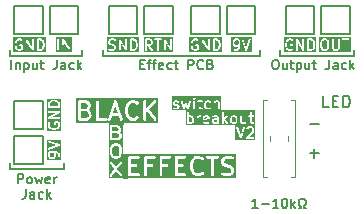
<source format=gbr>
%TF.GenerationSoftware,KiCad,Pcbnew,8.0.0*%
%TF.CreationDate,2024-05-19T22:30:32-07:00*%
%TF.ProjectId,3DPT-breakout-v2,33445054-2d62-4726-9561-6b6f75742d76,rev?*%
%TF.SameCoordinates,Original*%
%TF.FileFunction,Legend,Top*%
%TF.FilePolarity,Positive*%
%FSLAX46Y46*%
G04 Gerber Fmt 4.6, Leading zero omitted, Abs format (unit mm)*
G04 Created by KiCad (PCBNEW 8.0.0) date 2024-05-19 22:30:32*
%MOMM*%
%LPD*%
G01*
G04 APERTURE LIST*
%ADD10C,0.100000*%
%ADD11C,0.150000*%
%ADD12C,0.200000*%
%ADD13C,0.250000*%
%ADD14C,0.120000*%
G04 APERTURE END LIST*
D10*
X96829400Y-98630000D02*
X97970000Y-98630000D01*
X97970000Y-98790599D01*
X96829400Y-98790599D01*
X96829400Y-98630000D01*
G36*
X96829400Y-98630000D02*
G01*
X97970000Y-98630000D01*
X97970000Y-98790599D01*
X96829400Y-98790599D01*
X96829400Y-98630000D01*
G37*
X98000000Y-101337335D02*
X98375873Y-101337335D01*
X98375873Y-103322661D01*
X98000000Y-103322661D01*
X98000000Y-101337335D01*
G36*
X98000000Y-101337335D02*
G01*
X98375873Y-101337335D01*
X98375873Y-103322661D01*
X98000000Y-103322661D01*
X98000000Y-101337335D01*
G37*
D11*
G36*
X109217857Y-100133557D02*
G01*
X107497017Y-100133557D01*
X107497017Y-99067937D01*
X107597017Y-99067937D01*
X107600277Y-99082274D01*
X107898722Y-99973165D01*
X107899092Y-99978367D01*
X107903252Y-99986688D01*
X107906271Y-99995699D01*
X107909781Y-99999746D01*
X107912178Y-100004540D01*
X107919286Y-100010705D01*
X107925445Y-100017806D01*
X107930234Y-100020200D01*
X107934285Y-100023714D01*
X107943210Y-100026688D01*
X107951618Y-100030893D01*
X107956962Y-100031272D01*
X107962048Y-100032968D01*
X107971428Y-100032301D01*
X107980808Y-100032968D01*
X107985893Y-100031272D01*
X107991238Y-100030893D01*
X107999648Y-100026687D01*
X108008570Y-100023714D01*
X108012617Y-100020203D01*
X108017411Y-100017807D01*
X108023574Y-100010701D01*
X108030678Y-100004540D01*
X108033073Y-99999748D01*
X108036585Y-99995700D01*
X108042579Y-99982274D01*
X108045592Y-99973189D01*
X108412155Y-99973189D01*
X108423354Y-100000225D01*
X108444046Y-100020917D01*
X108471082Y-100032116D01*
X108485714Y-100033557D01*
X109057489Y-100032116D01*
X109084525Y-100020917D01*
X109105217Y-100000225D01*
X109116416Y-99973189D01*
X109116416Y-99943925D01*
X109105217Y-99916889D01*
X109084525Y-99896197D01*
X109057489Y-99884998D01*
X109042857Y-99883557D01*
X108665335Y-99884508D01*
X109043718Y-99504653D01*
X109045983Y-99503521D01*
X109053638Y-99494694D01*
X109062360Y-99485939D01*
X109063390Y-99483450D01*
X109065157Y-99481414D01*
X109071151Y-99467988D01*
X109112601Y-99339541D01*
X109116416Y-99330332D01*
X109116786Y-99326573D01*
X109117268Y-99325080D01*
X109117127Y-99323105D01*
X109117857Y-99315700D01*
X109116781Y-99240824D01*
X109117268Y-99239366D01*
X109116632Y-99230419D01*
X109116416Y-99215353D01*
X109115384Y-99212863D01*
X109115194Y-99210176D01*
X109109939Y-99196444D01*
X109065931Y-99111225D01*
X109062360Y-99102603D01*
X109059983Y-99099706D01*
X109059250Y-99098287D01*
X109057751Y-99096987D01*
X109053033Y-99091238D01*
X109008601Y-99048476D01*
X109003127Y-99042164D01*
X108999992Y-99040190D01*
X108998811Y-99039054D01*
X108996983Y-99038296D01*
X108990684Y-99034332D01*
X108914255Y-98997356D01*
X108913096Y-98996197D01*
X108904496Y-98992634D01*
X108891237Y-98986220D01*
X108888549Y-98986029D01*
X108886060Y-98984998D01*
X108871428Y-98983557D01*
X108668587Y-98984833D01*
X108666524Y-98984146D01*
X108655701Y-98984914D01*
X108642511Y-98984998D01*
X108640021Y-98986029D01*
X108637334Y-98986220D01*
X108623602Y-98991475D01*
X108538383Y-99035482D01*
X108529760Y-99039054D01*
X108526863Y-99041430D01*
X108525444Y-99042164D01*
X108524144Y-99043662D01*
X108518395Y-99048381D01*
X108466211Y-99102603D01*
X108455012Y-99129640D01*
X108455012Y-99158902D01*
X108466211Y-99185939D01*
X108486903Y-99206631D01*
X108513940Y-99217830D01*
X108543202Y-99217830D01*
X108570239Y-99206631D01*
X108581604Y-99197304D01*
X108613637Y-99164019D01*
X108672818Y-99133458D01*
X108851721Y-99132332D01*
X108910859Y-99160942D01*
X108937394Y-99186480D01*
X108968085Y-99245912D01*
X108968873Y-99300760D01*
X108936182Y-99402064D01*
X108423354Y-99916889D01*
X108412155Y-99943925D01*
X108412155Y-99973189D01*
X108045592Y-99973189D01*
X108345839Y-99067938D01*
X108343764Y-99038748D01*
X108330678Y-99012574D01*
X108308570Y-98993400D01*
X108280808Y-98984146D01*
X108251618Y-98986221D01*
X108225445Y-98999308D01*
X108206271Y-99021415D01*
X108200277Y-99034840D01*
X107971824Y-99723630D01*
X107736585Y-99021414D01*
X107717411Y-98999307D01*
X107691238Y-98986221D01*
X107662048Y-98984146D01*
X107634285Y-98993400D01*
X107612178Y-99012574D01*
X107599092Y-99038747D01*
X107597017Y-99067937D01*
X107497017Y-99067937D01*
X107497017Y-98883557D01*
X109217857Y-98883557D01*
X109217857Y-100133557D01*
G37*
G36*
X103796572Y-98210942D02*
G01*
X103823108Y-98236481D01*
X103853653Y-98295630D01*
X103854829Y-98517351D01*
X103826185Y-98576558D01*
X103800646Y-98603094D01*
X103741421Y-98633678D01*
X103605319Y-98634732D01*
X103574859Y-98619996D01*
X103574193Y-98197502D01*
X103601434Y-98183435D01*
X103737536Y-98182381D01*
X103796572Y-98210942D01*
G37*
G36*
X105158165Y-98206184D02*
G01*
X105182371Y-98253056D01*
X105182492Y-98261485D01*
X104902516Y-98318410D01*
X104902269Y-98256993D01*
X104926198Y-98207533D01*
X104972863Y-98183435D01*
X105108965Y-98182381D01*
X105158165Y-98206184D01*
G37*
G36*
X105954705Y-98619442D02*
G01*
X105927181Y-98633655D01*
X105748278Y-98634781D01*
X105698976Y-98610929D01*
X105674771Y-98564057D01*
X105674044Y-98513421D01*
X105697627Y-98464676D01*
X105744247Y-98440601D01*
X105931413Y-98439423D01*
X105933477Y-98440111D01*
X105944299Y-98439342D01*
X105954171Y-98439279D01*
X105954705Y-98619442D01*
G37*
G36*
X107482287Y-98210942D02*
G01*
X107508823Y-98236481D01*
X107539368Y-98295630D01*
X107540544Y-98517351D01*
X107511900Y-98576558D01*
X107486361Y-98603094D01*
X107427064Y-98633715D01*
X107333730Y-98634655D01*
X107274854Y-98606171D01*
X107248319Y-98580633D01*
X107217774Y-98521482D01*
X107216598Y-98299761D01*
X107245242Y-98240554D01*
X107270780Y-98214019D01*
X107330078Y-98183398D01*
X107423412Y-98182458D01*
X107482287Y-98210942D01*
G37*
G36*
X109202131Y-98883557D02*
G01*
X103324999Y-98883557D01*
X103324999Y-97808557D01*
X103424999Y-97808557D01*
X103426347Y-98664393D01*
X103425588Y-98675081D01*
X103426367Y-98677420D01*
X103426440Y-98723189D01*
X103437639Y-98750225D01*
X103458331Y-98770917D01*
X103485367Y-98782116D01*
X103514631Y-98782116D01*
X103541667Y-98770917D01*
X103542845Y-98769738D01*
X103542886Y-98769757D01*
X103544046Y-98770917D01*
X103552645Y-98774479D01*
X103565905Y-98780894D01*
X103568592Y-98781084D01*
X103571082Y-98782116D01*
X103585714Y-98783557D01*
X103745808Y-98782317D01*
X103747761Y-98782968D01*
X103758281Y-98782220D01*
X103771774Y-98782116D01*
X103774263Y-98781084D01*
X103776951Y-98780894D01*
X103790683Y-98775639D01*
X103875901Y-98731631D01*
X103884524Y-98728060D01*
X103887420Y-98725683D01*
X103888840Y-98724950D01*
X103890139Y-98723451D01*
X103895889Y-98718733D01*
X103938651Y-98674300D01*
X103944964Y-98668826D01*
X103946937Y-98665691D01*
X103948074Y-98664510D01*
X103948831Y-98662682D01*
X103952796Y-98656383D01*
X103989771Y-98579955D01*
X103990931Y-98578796D01*
X103994493Y-98570195D01*
X104000908Y-98556937D01*
X104001098Y-98554249D01*
X104002130Y-98551760D01*
X104003571Y-98537128D01*
X104002268Y-98291505D01*
X104002982Y-98289366D01*
X104002198Y-98278344D01*
X104002130Y-98265353D01*
X104001098Y-98262863D01*
X104000908Y-98260176D01*
X103995653Y-98246444D01*
X103951646Y-98161226D01*
X103948074Y-98152603D01*
X103945697Y-98149706D01*
X103944964Y-98148287D01*
X103943465Y-98146987D01*
X103938747Y-98141238D01*
X103904789Y-98108557D01*
X104239285Y-98108557D01*
X104240726Y-98723189D01*
X104251925Y-98750225D01*
X104272617Y-98770917D01*
X104299653Y-98782116D01*
X104328917Y-98782116D01*
X104355953Y-98770917D01*
X104376645Y-98750225D01*
X104387844Y-98723189D01*
X104389285Y-98708557D01*
X104388582Y-98408635D01*
X104753571Y-98408635D01*
X104754276Y-98412162D01*
X104754906Y-98568365D01*
X104754160Y-98570604D01*
X104754960Y-98581872D01*
X104755012Y-98594617D01*
X104756043Y-98597106D01*
X104756234Y-98599794D01*
X104761489Y-98613526D01*
X104803829Y-98695516D01*
X104806271Y-98702842D01*
X104809585Y-98706664D01*
X104812178Y-98711684D01*
X104819282Y-98717845D01*
X104825444Y-98724950D01*
X104832849Y-98729611D01*
X104834286Y-98730857D01*
X104835439Y-98731241D01*
X104837887Y-98732782D01*
X104914315Y-98769757D01*
X104915475Y-98770917D01*
X104924074Y-98774479D01*
X104937334Y-98780894D01*
X104940021Y-98781084D01*
X104942511Y-98782116D01*
X104957143Y-98783557D01*
X105117237Y-98782317D01*
X105119190Y-98782968D01*
X105129710Y-98782220D01*
X105143203Y-98782116D01*
X105145692Y-98781084D01*
X105148380Y-98780894D01*
X105162112Y-98775639D01*
X105260269Y-98724950D01*
X105279442Y-98702842D01*
X105288696Y-98675081D01*
X105286622Y-98645891D01*
X105273534Y-98619716D01*
X105251427Y-98600543D01*
X105223666Y-98591289D01*
X105194476Y-98593363D01*
X105180744Y-98598618D01*
X105112850Y-98633678D01*
X104976748Y-98634732D01*
X104927547Y-98610929D01*
X104903508Y-98564378D01*
X104903225Y-98494271D01*
X105525000Y-98494271D01*
X105526075Y-98569145D01*
X105525589Y-98570604D01*
X105526224Y-98579550D01*
X105526441Y-98594617D01*
X105527472Y-98597106D01*
X105527663Y-98599794D01*
X105532918Y-98613526D01*
X105575258Y-98695516D01*
X105577700Y-98702842D01*
X105581014Y-98706664D01*
X105583607Y-98711684D01*
X105590711Y-98717845D01*
X105596873Y-98724950D01*
X105604278Y-98729611D01*
X105605715Y-98730857D01*
X105606868Y-98731241D01*
X105609316Y-98732782D01*
X105685744Y-98769757D01*
X105686904Y-98770917D01*
X105695503Y-98774479D01*
X105708763Y-98780894D01*
X105711450Y-98781084D01*
X105713940Y-98782116D01*
X105728572Y-98783557D01*
X105931412Y-98782280D01*
X105933476Y-98782968D01*
X105944298Y-98782199D01*
X105957489Y-98782116D01*
X105959978Y-98781084D01*
X105962666Y-98780894D01*
X105976398Y-98775639D01*
X105986440Y-98770453D01*
X105986904Y-98770917D01*
X106013940Y-98782116D01*
X106043204Y-98782116D01*
X106070240Y-98770917D01*
X106090932Y-98750225D01*
X106102131Y-98723189D01*
X106103572Y-98708557D01*
X106102460Y-98333788D01*
X106102983Y-98332222D01*
X106102433Y-98324486D01*
X106102209Y-98248830D01*
X106102983Y-98246508D01*
X106102168Y-98235040D01*
X106102131Y-98222496D01*
X106101100Y-98220007D01*
X106100909Y-98217318D01*
X106095654Y-98203587D01*
X106053313Y-98121600D01*
X106050871Y-98114272D01*
X106047554Y-98110447D01*
X106044963Y-98105430D01*
X106037861Y-98099270D01*
X106031698Y-98092164D01*
X106024292Y-98087502D01*
X106022855Y-98086256D01*
X106021700Y-98085871D01*
X106019255Y-98084332D01*
X105942827Y-98047356D01*
X105941668Y-98046197D01*
X105933067Y-98042634D01*
X105919809Y-98036220D01*
X105917121Y-98036029D01*
X105914632Y-98034998D01*
X105900000Y-98033557D01*
X105739905Y-98034796D01*
X105737953Y-98034146D01*
X105727432Y-98034893D01*
X105713940Y-98034998D01*
X105711450Y-98036029D01*
X105708763Y-98036220D01*
X105695031Y-98041475D01*
X105596873Y-98092164D01*
X105577700Y-98114272D01*
X105568446Y-98142033D01*
X105570520Y-98171223D01*
X105583607Y-98197398D01*
X105605715Y-98216571D01*
X105633476Y-98225825D01*
X105662666Y-98223751D01*
X105676398Y-98218496D01*
X105744292Y-98183435D01*
X105880394Y-98182381D01*
X105929594Y-98206184D01*
X105953618Y-98252702D01*
X105953690Y-98277109D01*
X105927182Y-98290798D01*
X105740016Y-98291976D01*
X105737953Y-98291289D01*
X105727130Y-98292057D01*
X105713940Y-98292141D01*
X105711450Y-98293172D01*
X105708763Y-98293363D01*
X105695031Y-98298618D01*
X105613040Y-98340958D01*
X105605715Y-98343400D01*
X105601892Y-98346714D01*
X105596873Y-98349307D01*
X105590711Y-98356411D01*
X105583607Y-98362573D01*
X105578945Y-98369978D01*
X105577700Y-98371415D01*
X105577315Y-98372568D01*
X105575775Y-98375016D01*
X105538799Y-98451443D01*
X105537640Y-98452603D01*
X105534077Y-98461203D01*
X105527663Y-98474462D01*
X105527472Y-98477149D01*
X105526441Y-98479639D01*
X105525000Y-98494271D01*
X104903225Y-98494271D01*
X104903127Y-98469932D01*
X105264779Y-98396401D01*
X105271775Y-98396401D01*
X105278519Y-98393607D01*
X105285918Y-98392103D01*
X105292024Y-98388012D01*
X105298811Y-98385202D01*
X105304061Y-98379951D01*
X105310232Y-98375819D01*
X105314308Y-98369705D01*
X105319503Y-98364510D01*
X105322344Y-98357650D01*
X105326464Y-98351471D01*
X105327890Y-98344261D01*
X105330702Y-98337474D01*
X105332143Y-98322842D01*
X105332142Y-98322773D01*
X105332144Y-98322764D01*
X105332141Y-98322752D01*
X105331067Y-98247966D01*
X105331554Y-98246508D01*
X105330918Y-98237561D01*
X105330702Y-98222496D01*
X105329671Y-98220007D01*
X105329480Y-98217318D01*
X105324225Y-98203587D01*
X105281884Y-98121600D01*
X105279442Y-98114272D01*
X105276125Y-98110447D01*
X105273534Y-98105430D01*
X105266432Y-98099270D01*
X105260269Y-98092164D01*
X105252863Y-98087502D01*
X105251426Y-98086256D01*
X105250271Y-98085871D01*
X105247826Y-98084332D01*
X105171398Y-98047356D01*
X105170239Y-98046197D01*
X105161638Y-98042634D01*
X105148380Y-98036220D01*
X105145692Y-98036029D01*
X105143203Y-98034998D01*
X105128571Y-98033557D01*
X104968476Y-98034796D01*
X104966524Y-98034146D01*
X104956003Y-98034893D01*
X104942511Y-98034998D01*
X104940021Y-98036029D01*
X104937334Y-98036220D01*
X104923602Y-98041475D01*
X104841611Y-98083815D01*
X104834286Y-98086257D01*
X104830463Y-98089571D01*
X104825444Y-98092164D01*
X104819282Y-98099268D01*
X104812178Y-98105430D01*
X104807516Y-98112835D01*
X104806271Y-98114272D01*
X104805886Y-98115425D01*
X104804346Y-98117873D01*
X104767370Y-98194300D01*
X104766211Y-98195460D01*
X104762648Y-98204060D01*
X104756234Y-98217319D01*
X104756043Y-98220006D01*
X104755012Y-98222496D01*
X104753571Y-98237128D01*
X104754248Y-98405210D01*
X104753571Y-98408635D01*
X104388582Y-98408635D01*
X104388325Y-98299143D01*
X104416670Y-98240555D01*
X104442208Y-98214019D01*
X104501641Y-98183328D01*
X104586060Y-98182116D01*
X104613096Y-98170917D01*
X104633788Y-98150225D01*
X104644987Y-98123189D01*
X104644987Y-98093925D01*
X104633788Y-98066889D01*
X104613096Y-98046197D01*
X104586060Y-98034998D01*
X104571428Y-98033557D01*
X104496553Y-98034632D01*
X104495095Y-98034146D01*
X104486148Y-98034781D01*
X104471082Y-98034998D01*
X104468592Y-98036029D01*
X104465905Y-98036220D01*
X104452173Y-98041475D01*
X104381282Y-98078083D01*
X104376645Y-98066889D01*
X104355953Y-98046197D01*
X104328917Y-98034998D01*
X104299653Y-98034998D01*
X104272617Y-98046197D01*
X104251925Y-98066889D01*
X104240726Y-98093925D01*
X104239285Y-98108557D01*
X103904789Y-98108557D01*
X103894313Y-98098475D01*
X103888840Y-98092164D01*
X103885705Y-98090191D01*
X103884523Y-98089053D01*
X103882693Y-98088295D01*
X103876397Y-98084332D01*
X103799969Y-98047356D01*
X103798810Y-98046197D01*
X103790209Y-98042634D01*
X103776951Y-98036220D01*
X103774263Y-98036029D01*
X103771774Y-98034998D01*
X103757142Y-98033557D01*
X103597047Y-98034796D01*
X103595095Y-98034146D01*
X103584574Y-98034893D01*
X103573937Y-98034975D01*
X103573581Y-97808557D01*
X106382143Y-97808557D01*
X106383584Y-98723189D01*
X106394783Y-98750225D01*
X106415475Y-98770917D01*
X106442511Y-98782116D01*
X106471775Y-98782116D01*
X106498811Y-98770917D01*
X106519503Y-98750225D01*
X106530702Y-98723189D01*
X106532143Y-98708557D01*
X106531787Y-98482710D01*
X106534882Y-98479597D01*
X106749932Y-98764398D01*
X106775113Y-98779308D01*
X106804082Y-98783446D01*
X106832430Y-98776184D01*
X106855841Y-98758625D01*
X106870750Y-98733444D01*
X106874889Y-98704476D01*
X106867627Y-98676127D01*
X106860000Y-98663557D01*
X106640716Y-98373150D01*
X106733346Y-98279985D01*
X107067857Y-98279985D01*
X107069159Y-98525607D01*
X107068446Y-98527747D01*
X107069229Y-98538768D01*
X107069298Y-98551760D01*
X107070329Y-98554249D01*
X107070520Y-98556937D01*
X107075775Y-98570669D01*
X107119780Y-98655883D01*
X107123353Y-98664509D01*
X107125731Y-98667406D01*
X107126464Y-98668826D01*
X107127962Y-98670125D01*
X107132680Y-98675874D01*
X107177111Y-98718636D01*
X107182587Y-98724950D01*
X107185721Y-98726923D01*
X107186903Y-98728060D01*
X107188730Y-98728817D01*
X107195030Y-98732782D01*
X107271458Y-98769757D01*
X107272618Y-98770917D01*
X107281217Y-98774479D01*
X107294477Y-98780894D01*
X107297164Y-98781084D01*
X107299654Y-98782116D01*
X107314286Y-98783557D01*
X107431698Y-98782375D01*
X107433476Y-98782968D01*
X107443483Y-98782256D01*
X107457489Y-98782116D01*
X107459978Y-98781084D01*
X107462666Y-98780894D01*
X107476398Y-98775639D01*
X107561616Y-98731631D01*
X107570239Y-98728060D01*
X107573135Y-98725683D01*
X107574555Y-98724950D01*
X107575854Y-98723451D01*
X107581604Y-98718733D01*
X107624366Y-98674300D01*
X107630679Y-98668826D01*
X107632652Y-98665691D01*
X107633789Y-98664510D01*
X107634546Y-98662682D01*
X107638511Y-98656383D01*
X107675486Y-98579955D01*
X107676646Y-98578796D01*
X107680208Y-98570195D01*
X107686623Y-98556937D01*
X107686813Y-98554249D01*
X107687845Y-98551760D01*
X107689286Y-98537128D01*
X107687983Y-98291505D01*
X107688697Y-98289366D01*
X107687913Y-98278344D01*
X107687845Y-98265353D01*
X107686813Y-98262863D01*
X107686623Y-98260176D01*
X107681368Y-98246444D01*
X107637361Y-98161226D01*
X107633789Y-98152603D01*
X107631412Y-98149706D01*
X107630679Y-98148287D01*
X107629180Y-98146987D01*
X107624462Y-98141238D01*
X107590504Y-98108557D01*
X107925000Y-98108557D01*
X107926362Y-98568282D01*
X107925589Y-98570604D01*
X107926403Y-98582071D01*
X107926441Y-98594617D01*
X107927472Y-98597106D01*
X107927663Y-98599794D01*
X107932918Y-98613526D01*
X107975258Y-98695516D01*
X107977700Y-98702842D01*
X107981014Y-98706664D01*
X107983607Y-98711684D01*
X107990711Y-98717845D01*
X107996873Y-98724950D01*
X108004278Y-98729611D01*
X108005715Y-98730857D01*
X108006868Y-98731241D01*
X108009316Y-98732782D01*
X108085744Y-98769757D01*
X108086904Y-98770917D01*
X108095503Y-98774479D01*
X108108763Y-98780894D01*
X108111450Y-98781084D01*
X108113940Y-98782116D01*
X108128572Y-98783557D01*
X108245984Y-98782375D01*
X108247762Y-98782968D01*
X108257769Y-98782256D01*
X108271775Y-98782116D01*
X108274264Y-98781084D01*
X108276952Y-98780894D01*
X108290684Y-98775639D01*
X108328988Y-98755858D01*
X108344047Y-98770917D01*
X108371083Y-98782116D01*
X108400347Y-98782116D01*
X108427383Y-98770917D01*
X108448075Y-98750225D01*
X108459274Y-98723189D01*
X108460715Y-98708557D01*
X108459343Y-98123189D01*
X108612156Y-98123189D01*
X108623355Y-98150225D01*
X108644047Y-98170917D01*
X108671083Y-98182116D01*
X108685715Y-98183557D01*
X108739973Y-98183338D01*
X108740678Y-98568193D01*
X108739875Y-98570604D01*
X108740704Y-98582276D01*
X108740727Y-98594617D01*
X108741758Y-98597106D01*
X108741949Y-98599794D01*
X108747204Y-98613526D01*
X108789544Y-98695516D01*
X108791986Y-98702842D01*
X108795300Y-98706664D01*
X108797893Y-98711684D01*
X108804997Y-98717845D01*
X108811159Y-98724950D01*
X108818564Y-98729611D01*
X108820001Y-98730857D01*
X108821154Y-98731241D01*
X108823602Y-98732782D01*
X108900030Y-98769757D01*
X108901190Y-98770917D01*
X108909789Y-98774479D01*
X108923049Y-98780894D01*
X108925736Y-98781084D01*
X108928226Y-98782116D01*
X108942858Y-98783557D01*
X109043204Y-98782116D01*
X109070240Y-98770917D01*
X109090932Y-98750225D01*
X109102131Y-98723189D01*
X109102131Y-98693925D01*
X109090932Y-98666889D01*
X109070240Y-98646197D01*
X109043204Y-98634998D01*
X109028572Y-98633557D01*
X108962008Y-98634512D01*
X108913262Y-98610929D01*
X108889257Y-98564445D01*
X108888557Y-98182739D01*
X109043204Y-98182116D01*
X109070240Y-98170917D01*
X109090932Y-98150225D01*
X109102131Y-98123189D01*
X109102131Y-98093925D01*
X109090932Y-98066889D01*
X109070240Y-98046197D01*
X109043204Y-98034998D01*
X109028572Y-98033557D01*
X108888285Y-98034122D01*
X108887845Y-97793925D01*
X108876646Y-97766889D01*
X108855954Y-97746197D01*
X108828918Y-97734998D01*
X108799654Y-97734998D01*
X108772618Y-97746197D01*
X108751926Y-97766889D01*
X108740727Y-97793925D01*
X108739286Y-97808557D01*
X108739700Y-98034721D01*
X108671083Y-98034998D01*
X108644047Y-98046197D01*
X108623355Y-98066889D01*
X108612156Y-98093925D01*
X108612156Y-98123189D01*
X108459343Y-98123189D01*
X108459274Y-98093925D01*
X108448075Y-98066889D01*
X108427383Y-98046197D01*
X108400347Y-98034998D01*
X108371083Y-98034998D01*
X108344047Y-98046197D01*
X108323355Y-98066889D01*
X108312156Y-98093925D01*
X108310715Y-98108557D01*
X108311847Y-98591457D01*
X108300647Y-98603094D01*
X108241350Y-98633715D01*
X108148016Y-98634655D01*
X108098976Y-98610929D01*
X108074953Y-98564411D01*
X108073559Y-98093925D01*
X108062360Y-98066889D01*
X108041668Y-98046197D01*
X108014632Y-98034998D01*
X107985368Y-98034998D01*
X107958332Y-98046197D01*
X107937640Y-98066889D01*
X107926441Y-98093925D01*
X107925000Y-98108557D01*
X107590504Y-98108557D01*
X107580028Y-98098475D01*
X107574555Y-98092164D01*
X107571420Y-98090191D01*
X107570238Y-98089053D01*
X107568408Y-98088295D01*
X107562112Y-98084332D01*
X107485684Y-98047356D01*
X107484525Y-98046197D01*
X107475924Y-98042634D01*
X107462666Y-98036220D01*
X107459978Y-98036029D01*
X107457489Y-98034998D01*
X107442857Y-98033557D01*
X107325444Y-98034738D01*
X107323667Y-98034146D01*
X107313659Y-98034857D01*
X107299654Y-98034998D01*
X107297164Y-98036029D01*
X107294477Y-98036220D01*
X107280745Y-98041475D01*
X107195526Y-98085482D01*
X107186903Y-98089054D01*
X107184006Y-98091430D01*
X107182587Y-98092164D01*
X107181287Y-98093662D01*
X107175538Y-98098381D01*
X107132776Y-98142812D01*
X107126464Y-98148287D01*
X107124490Y-98151421D01*
X107123354Y-98152603D01*
X107122596Y-98154430D01*
X107118632Y-98160730D01*
X107081656Y-98237157D01*
X107080497Y-98238317D01*
X107076934Y-98246917D01*
X107070520Y-98260176D01*
X107070329Y-98262863D01*
X107069298Y-98265353D01*
X107067857Y-98279985D01*
X106733346Y-98279985D01*
X106862360Y-98150225D01*
X106873559Y-98123188D01*
X106873559Y-98093926D01*
X106862360Y-98066889D01*
X106841668Y-98046197D01*
X106814631Y-98034998D01*
X106785369Y-98034998D01*
X106758332Y-98046197D01*
X106746967Y-98055524D01*
X106531455Y-98272282D01*
X106530702Y-97793925D01*
X106519503Y-97766889D01*
X106498811Y-97746197D01*
X106471775Y-97734998D01*
X106442511Y-97734998D01*
X106415475Y-97746197D01*
X106394783Y-97766889D01*
X106383584Y-97793925D01*
X106382143Y-97808557D01*
X103573581Y-97808557D01*
X103573558Y-97793925D01*
X103562359Y-97766889D01*
X103541667Y-97746197D01*
X103514631Y-97734998D01*
X103485367Y-97734998D01*
X103458331Y-97746197D01*
X103437639Y-97766889D01*
X103426440Y-97793925D01*
X103424999Y-97808557D01*
X103324999Y-97808557D01*
X103324999Y-97634998D01*
X109202131Y-97634998D01*
X109202131Y-98883557D01*
G37*
G36*
X106319948Y-97636449D02*
G01*
X102155662Y-97636449D01*
X102155662Y-96990020D01*
X102255662Y-96990020D01*
X102256483Y-97022798D01*
X102256251Y-97023496D01*
X102256637Y-97028934D01*
X102257103Y-97047509D01*
X102258134Y-97049998D01*
X102258325Y-97052686D01*
X102263580Y-97066418D01*
X102305920Y-97148408D01*
X102308362Y-97155734D01*
X102311676Y-97159556D01*
X102314269Y-97164576D01*
X102321373Y-97170737D01*
X102327535Y-97177842D01*
X102334940Y-97182503D01*
X102336377Y-97183749D01*
X102337530Y-97184133D01*
X102339978Y-97185674D01*
X102416406Y-97222649D01*
X102417566Y-97223809D01*
X102426165Y-97227371D01*
X102439425Y-97233786D01*
X102442112Y-97233976D01*
X102444602Y-97235008D01*
X102459234Y-97236449D01*
X102568360Y-97235350D01*
X102617399Y-97259076D01*
X102641783Y-97306294D01*
X102641988Y-97314437D01*
X102618748Y-97362473D01*
X102572084Y-97386570D01*
X102435981Y-97387624D01*
X102350471Y-97346255D01*
X102321281Y-97344181D01*
X102293520Y-97353435D01*
X102271412Y-97372608D01*
X102258325Y-97398783D01*
X102256251Y-97427973D01*
X102265505Y-97455734D01*
X102284678Y-97477842D01*
X102297121Y-97485674D01*
X102373548Y-97522649D01*
X102374708Y-97523809D01*
X102383308Y-97527371D01*
X102396567Y-97533786D01*
X102399254Y-97533976D01*
X102401744Y-97535008D01*
X102416376Y-97536449D01*
X102576471Y-97535209D01*
X102578424Y-97535860D01*
X102588944Y-97535112D01*
X102602437Y-97535008D01*
X102604926Y-97533976D01*
X102607614Y-97533786D01*
X102621346Y-97528531D01*
X102703336Y-97486190D01*
X102710661Y-97483749D01*
X102714483Y-97480434D01*
X102719503Y-97477842D01*
X102725664Y-97470737D01*
X102732769Y-97464576D01*
X102737430Y-97457170D01*
X102738676Y-97455734D01*
X102739060Y-97454580D01*
X102740601Y-97452133D01*
X102777576Y-97375704D01*
X102778736Y-97374545D01*
X102782298Y-97365945D01*
X102788713Y-97352686D01*
X102788903Y-97349998D01*
X102789935Y-97347509D01*
X102791376Y-97332877D01*
X102790554Y-97300098D01*
X102790787Y-97299401D01*
X102790400Y-97293962D01*
X102789935Y-97275388D01*
X102788903Y-97272898D01*
X102788713Y-97270211D01*
X102783458Y-97256479D01*
X102741117Y-97174488D01*
X102738676Y-97167164D01*
X102735361Y-97163341D01*
X102732769Y-97158322D01*
X102725664Y-97152160D01*
X102719503Y-97145056D01*
X102712097Y-97140394D01*
X102710661Y-97139149D01*
X102709507Y-97138764D01*
X102707060Y-97137224D01*
X102630632Y-97100248D01*
X102629473Y-97099089D01*
X102620872Y-97095526D01*
X102607614Y-97089112D01*
X102604926Y-97088921D01*
X102602437Y-97087890D01*
X102587805Y-97086449D01*
X102478678Y-97087547D01*
X102429638Y-97063821D01*
X102405254Y-97016602D01*
X102405049Y-97008459D01*
X102428289Y-96960425D01*
X102475026Y-96936290D01*
X102568360Y-96935350D01*
X102653710Y-96976643D01*
X102682900Y-96978717D01*
X102710661Y-96969463D01*
X102732768Y-96950290D01*
X102745856Y-96924115D01*
X102747930Y-96894925D01*
X102738817Y-96867588D01*
X102941628Y-96867588D01*
X102944262Y-96882053D01*
X103114374Y-97472399D01*
X103114430Y-97476977D01*
X103118285Y-97485972D01*
X103121096Y-97495727D01*
X103124071Y-97499475D01*
X103125957Y-97503874D01*
X103133092Y-97510837D01*
X103139292Y-97518646D01*
X103143475Y-97520970D01*
X103146901Y-97524313D01*
X103156157Y-97528015D01*
X103164872Y-97532857D01*
X103169627Y-97533403D01*
X103174071Y-97535181D01*
X103184036Y-97535059D01*
X103193944Y-97536198D01*
X103198548Y-97534882D01*
X103203333Y-97534824D01*
X103212496Y-97530896D01*
X103222082Y-97528158D01*
X103225829Y-97525182D01*
X103230230Y-97523297D01*
X103237192Y-97516162D01*
X103245002Y-97509963D01*
X103247327Y-97505777D01*
X103250669Y-97502353D01*
X103257441Y-97489303D01*
X103359086Y-97232941D01*
X103458739Y-97479904D01*
X103459254Y-97484382D01*
X103463976Y-97492881D01*
X103467798Y-97502353D01*
X103471141Y-97505778D01*
X103473466Y-97509963D01*
X103481275Y-97516162D01*
X103488237Y-97523296D01*
X103492635Y-97525181D01*
X103496385Y-97528158D01*
X103505970Y-97530896D01*
X103515134Y-97534824D01*
X103519921Y-97534882D01*
X103524523Y-97536197D01*
X103534425Y-97535059D01*
X103544396Y-97535181D01*
X103548840Y-97533403D01*
X103553595Y-97532857D01*
X103562311Y-97528014D01*
X103571567Y-97524312D01*
X103574991Y-97520969D01*
X103579176Y-97518645D01*
X103585375Y-97510835D01*
X103592510Y-97503873D01*
X103594395Y-97499474D01*
X103597371Y-97495726D01*
X103602776Y-97482053D01*
X103776838Y-96867588D01*
X103776133Y-96861449D01*
X103969947Y-96861449D01*
X103971388Y-97476081D01*
X103982587Y-97503117D01*
X104003279Y-97523809D01*
X104030315Y-97535008D01*
X104059579Y-97535008D01*
X104086615Y-97523809D01*
X104107307Y-97503117D01*
X104118506Y-97476081D01*
X104119947Y-97461449D01*
X104118575Y-96876081D01*
X104271388Y-96876081D01*
X104282587Y-96903117D01*
X104303279Y-96923809D01*
X104330315Y-96935008D01*
X104344947Y-96936449D01*
X104399205Y-96936230D01*
X104399910Y-97321085D01*
X104399107Y-97323496D01*
X104399936Y-97335168D01*
X104399959Y-97347509D01*
X104400990Y-97349998D01*
X104401181Y-97352686D01*
X104406436Y-97366418D01*
X104448776Y-97448408D01*
X104451218Y-97455734D01*
X104454532Y-97459556D01*
X104457125Y-97464576D01*
X104464229Y-97470737D01*
X104470391Y-97477842D01*
X104477796Y-97482503D01*
X104479233Y-97483749D01*
X104480386Y-97484133D01*
X104482834Y-97485674D01*
X104559262Y-97522649D01*
X104560422Y-97523809D01*
X104569021Y-97527371D01*
X104582281Y-97533786D01*
X104584968Y-97533976D01*
X104587458Y-97535008D01*
X104602090Y-97536449D01*
X104702436Y-97535008D01*
X104729472Y-97523809D01*
X104750164Y-97503117D01*
X104761363Y-97476081D01*
X104761363Y-97446817D01*
X104750164Y-97419781D01*
X104729472Y-97399089D01*
X104702436Y-97387890D01*
X104687804Y-97386449D01*
X104621240Y-97387404D01*
X104572494Y-97363821D01*
X104548489Y-97317337D01*
X104547967Y-97032877D01*
X104869947Y-97032877D01*
X104871249Y-97278499D01*
X104870536Y-97280639D01*
X104871319Y-97291660D01*
X104871388Y-97304652D01*
X104872419Y-97307141D01*
X104872610Y-97309829D01*
X104877865Y-97323561D01*
X104921870Y-97408775D01*
X104925443Y-97417401D01*
X104927821Y-97420298D01*
X104928554Y-97421718D01*
X104930052Y-97423017D01*
X104934770Y-97428766D01*
X104979201Y-97471528D01*
X104984677Y-97477842D01*
X104987811Y-97479815D01*
X104988993Y-97480952D01*
X104990820Y-97481709D01*
X104997120Y-97485674D01*
X105073548Y-97522649D01*
X105074708Y-97523809D01*
X105083307Y-97527371D01*
X105096567Y-97533786D01*
X105099254Y-97533976D01*
X105101744Y-97535008D01*
X105116376Y-97536449D01*
X105276470Y-97535209D01*
X105278423Y-97535860D01*
X105288943Y-97535112D01*
X105302436Y-97535008D01*
X105304925Y-97533976D01*
X105307613Y-97533786D01*
X105321345Y-97528531D01*
X105419503Y-97477842D01*
X105438676Y-97455734D01*
X105447930Y-97427973D01*
X105445856Y-97398783D01*
X105432769Y-97372608D01*
X105410661Y-97353435D01*
X105382900Y-97344181D01*
X105353710Y-97346255D01*
X105339978Y-97351510D01*
X105272083Y-97386570D01*
X105135981Y-97387624D01*
X105076944Y-97359063D01*
X105050409Y-97333525D01*
X105019864Y-97274374D01*
X105018688Y-97052653D01*
X105047332Y-96993446D01*
X105072870Y-96966911D01*
X105132096Y-96936327D01*
X105268198Y-96935273D01*
X105353710Y-96976643D01*
X105382900Y-96978717D01*
X105410661Y-96969463D01*
X105432769Y-96950290D01*
X105445856Y-96924115D01*
X105447930Y-96894925D01*
X105438676Y-96867164D01*
X105419503Y-96845056D01*
X105407060Y-96837224D01*
X105330631Y-96800248D01*
X105329472Y-96799089D01*
X105320872Y-96795526D01*
X105307613Y-96789112D01*
X105304925Y-96788921D01*
X105302436Y-96787890D01*
X105287804Y-96786449D01*
X105127709Y-96787688D01*
X105125757Y-96787038D01*
X105115236Y-96787785D01*
X105101744Y-96787890D01*
X105099254Y-96788921D01*
X105096567Y-96789112D01*
X105082835Y-96794367D01*
X104997616Y-96838374D01*
X104988993Y-96841946D01*
X104986096Y-96844322D01*
X104984677Y-96845056D01*
X104983377Y-96846554D01*
X104977628Y-96851273D01*
X104934866Y-96895704D01*
X104928554Y-96901179D01*
X104926580Y-96904313D01*
X104925444Y-96905495D01*
X104924686Y-96907322D01*
X104920722Y-96913622D01*
X104883746Y-96990049D01*
X104882587Y-96991209D01*
X104879024Y-96999809D01*
X104872610Y-97013068D01*
X104872419Y-97015755D01*
X104871388Y-97018245D01*
X104869947Y-97032877D01*
X104547967Y-97032877D01*
X104547789Y-96935631D01*
X104702436Y-96935008D01*
X104729472Y-96923809D01*
X104750164Y-96903117D01*
X104761363Y-96876081D01*
X104761363Y-96846817D01*
X104750164Y-96819781D01*
X104729472Y-96799089D01*
X104702436Y-96787890D01*
X104687804Y-96786449D01*
X104547517Y-96787014D01*
X104547104Y-96561449D01*
X105684233Y-96561449D01*
X105685674Y-97476081D01*
X105696873Y-97503117D01*
X105717565Y-97523809D01*
X105744601Y-97535008D01*
X105773865Y-97535008D01*
X105800901Y-97523809D01*
X105821593Y-97503117D01*
X105832792Y-97476081D01*
X105834233Y-97461449D01*
X105833471Y-96978162D01*
X105844299Y-96966911D01*
X105903597Y-96936290D01*
X105996931Y-96935350D01*
X106045970Y-96959076D01*
X106069994Y-97005594D01*
X106071389Y-97476081D01*
X106082588Y-97503117D01*
X106103280Y-97523809D01*
X106130316Y-97535008D01*
X106159580Y-97535008D01*
X106186616Y-97523809D01*
X106207308Y-97503117D01*
X106218507Y-97476081D01*
X106219948Y-97461449D01*
X106218585Y-97001722D01*
X106219359Y-96999400D01*
X106218544Y-96987932D01*
X106218507Y-96975388D01*
X106217476Y-96972899D01*
X106217285Y-96970210D01*
X106212030Y-96956479D01*
X106169689Y-96874492D01*
X106167247Y-96867164D01*
X106163930Y-96863339D01*
X106161339Y-96858322D01*
X106154237Y-96852162D01*
X106148074Y-96845056D01*
X106140668Y-96840394D01*
X106139231Y-96839148D01*
X106138076Y-96838763D01*
X106135631Y-96837224D01*
X106059203Y-96800248D01*
X106058044Y-96799089D01*
X106049443Y-96795526D01*
X106036185Y-96789112D01*
X106033497Y-96788921D01*
X106031008Y-96787890D01*
X106016376Y-96786449D01*
X105898963Y-96787630D01*
X105897186Y-96787038D01*
X105887178Y-96787749D01*
X105873173Y-96787890D01*
X105870683Y-96788921D01*
X105867996Y-96789112D01*
X105854264Y-96794367D01*
X105833199Y-96805244D01*
X105832792Y-96546817D01*
X105821593Y-96519781D01*
X105800901Y-96499089D01*
X105773865Y-96487890D01*
X105744601Y-96487890D01*
X105717565Y-96499089D01*
X105696873Y-96519781D01*
X105685674Y-96546817D01*
X105684233Y-96561449D01*
X104547104Y-96561449D01*
X104547077Y-96546817D01*
X104535878Y-96519781D01*
X104515186Y-96499089D01*
X104488150Y-96487890D01*
X104458886Y-96487890D01*
X104431850Y-96499089D01*
X104411158Y-96519781D01*
X104399959Y-96546817D01*
X104398518Y-96561449D01*
X104398932Y-96787613D01*
X104330315Y-96787890D01*
X104303279Y-96799089D01*
X104282587Y-96819781D01*
X104271388Y-96846817D01*
X104271388Y-96876081D01*
X104118575Y-96876081D01*
X104118506Y-96846817D01*
X104107307Y-96819781D01*
X104086615Y-96799089D01*
X104059579Y-96787890D01*
X104030315Y-96787890D01*
X104003279Y-96799089D01*
X103982587Y-96819781D01*
X103971388Y-96846817D01*
X103969947Y-96861449D01*
X103776133Y-96861449D01*
X103773498Y-96838516D01*
X103759286Y-96812936D01*
X103736367Y-96794740D01*
X103708229Y-96786701D01*
X103679157Y-96790042D01*
X103653576Y-96804253D01*
X103635381Y-96827172D01*
X103629976Y-96840845D01*
X103519081Y-97232320D01*
X103432616Y-97018041D01*
X103432608Y-97017349D01*
X103427970Y-97006528D01*
X103422097Y-96991972D01*
X103421446Y-96991305D01*
X103421081Y-96990452D01*
X103411251Y-96980858D01*
X103401658Y-96971029D01*
X103400804Y-96970663D01*
X103400138Y-96970013D01*
X103387379Y-96964909D01*
X103374761Y-96959502D01*
X103373831Y-96959490D01*
X103372967Y-96959145D01*
X103359233Y-96959312D01*
X103345499Y-96959145D01*
X103344634Y-96959490D01*
X103343705Y-96959502D01*
X103331086Y-96964909D01*
X103318328Y-96970013D01*
X103317661Y-96970663D01*
X103316808Y-96971029D01*
X103307214Y-96980858D01*
X103297385Y-96990452D01*
X103297019Y-96991305D01*
X103296369Y-96991972D01*
X103289597Y-97005023D01*
X103199681Y-97231800D01*
X103083085Y-96827172D01*
X103064890Y-96804253D01*
X103039309Y-96790041D01*
X103010237Y-96786701D01*
X102982099Y-96794740D01*
X102959180Y-96812935D01*
X102944968Y-96838516D01*
X102941628Y-96867588D01*
X102738817Y-96867588D01*
X102738676Y-96867164D01*
X102719503Y-96845056D01*
X102707060Y-96837224D01*
X102630632Y-96800248D01*
X102629473Y-96799089D01*
X102620872Y-96795526D01*
X102607614Y-96789112D01*
X102604926Y-96788921D01*
X102602437Y-96787890D01*
X102587805Y-96786449D01*
X102470392Y-96787630D01*
X102468615Y-96787038D01*
X102458607Y-96787749D01*
X102444602Y-96787890D01*
X102442112Y-96788921D01*
X102439425Y-96789112D01*
X102425693Y-96794367D01*
X102343702Y-96836707D01*
X102336377Y-96839149D01*
X102332554Y-96842463D01*
X102327535Y-96845056D01*
X102321373Y-96852160D01*
X102314269Y-96858322D01*
X102309607Y-96865727D01*
X102308362Y-96867164D01*
X102307977Y-96868317D01*
X102306437Y-96870765D01*
X102269461Y-96947192D01*
X102268302Y-96948352D01*
X102264739Y-96956952D01*
X102258325Y-96970211D01*
X102258134Y-96972898D01*
X102257103Y-96975388D01*
X102255662Y-96990020D01*
X102155662Y-96990020D01*
X102155662Y-96618937D01*
X103928531Y-96618937D01*
X103939730Y-96645974D01*
X103949057Y-96657339D01*
X104003279Y-96709523D01*
X104030315Y-96720722D01*
X104030316Y-96720722D01*
X104059578Y-96720722D01*
X104059579Y-96720722D01*
X104086615Y-96709523D01*
X104097980Y-96700196D01*
X104150164Y-96645974D01*
X104161363Y-96618937D01*
X104161363Y-96589675D01*
X104150164Y-96562638D01*
X104140837Y-96551273D01*
X104086615Y-96499089D01*
X104059579Y-96487890D01*
X104030315Y-96487890D01*
X104003279Y-96499089D01*
X103991914Y-96508416D01*
X103939730Y-96562638D01*
X103928531Y-96589675D01*
X103928531Y-96618937D01*
X102155662Y-96618937D01*
X102155662Y-96387890D01*
X106319948Y-96387890D01*
X106319948Y-97636449D01*
G37*
D12*
G36*
X98022143Y-103370623D02*
G01*
X96777857Y-103370623D01*
X96777857Y-103144506D01*
X96900079Y-103144506D01*
X96906164Y-103183047D01*
X96926535Y-103216325D01*
X96958090Y-103239275D01*
X96996026Y-103248401D01*
X97034567Y-103242316D01*
X97067845Y-103221945D01*
X97080874Y-103207297D01*
X97400234Y-102766888D01*
X97732155Y-103221945D01*
X97765433Y-103242316D01*
X97803974Y-103248401D01*
X97841910Y-103239275D01*
X97873465Y-103216325D01*
X97893836Y-103183047D01*
X97899921Y-103144506D01*
X97890795Y-103106570D01*
X97880874Y-103089663D01*
X97522478Y-102598309D01*
X97890795Y-102090390D01*
X97899921Y-102052454D01*
X97893836Y-102013913D01*
X97873465Y-101980635D01*
X97841910Y-101957685D01*
X97803974Y-101948559D01*
X97765433Y-101954644D01*
X97732155Y-101975015D01*
X97719126Y-101989663D01*
X97399765Y-102430071D01*
X97067845Y-101975015D01*
X97034567Y-101954644D01*
X96996026Y-101948559D01*
X96958090Y-101957685D01*
X96926535Y-101980635D01*
X96906164Y-102013913D01*
X96900079Y-102052454D01*
X96909205Y-102090390D01*
X96919126Y-102107297D01*
X97277521Y-102598650D01*
X96909205Y-103106570D01*
X96900079Y-103144506D01*
X96777857Y-103144506D01*
X96777857Y-101826337D01*
X98022143Y-101826337D01*
X98022143Y-103370623D01*
G37*
G36*
X97569738Y-100639173D02*
G01*
X97653734Y-100714485D01*
X97700163Y-100879439D01*
X97701853Y-101219180D01*
X97656057Y-101392634D01*
X97576770Y-101466937D01*
X97495484Y-101505501D01*
X97310521Y-101506933D01*
X97230516Y-101471538D01*
X97146519Y-101396224D01*
X97100090Y-101231270D01*
X97098400Y-100891527D01*
X97144196Y-100718075D01*
X97223484Y-100643773D01*
X97304769Y-100605208D01*
X97489733Y-100603776D01*
X97569738Y-100639173D01*
G37*
G36*
X98022349Y-101827577D02*
G01*
X96777905Y-101827577D01*
X96777905Y-100872022D01*
X96900127Y-100872022D01*
X96901924Y-101233451D01*
X96900371Y-101245674D01*
X96902034Y-101255475D01*
X96902048Y-101258198D01*
X96902807Y-101260032D01*
X96903651Y-101265001D01*
X96959807Y-101464514D01*
X96960131Y-101471964D01*
X96964607Y-101481567D01*
X96967780Y-101492840D01*
X96973007Y-101499589D01*
X96976615Y-101507330D01*
X96989698Y-101521928D01*
X97104290Y-101624674D01*
X97112956Y-101634007D01*
X97117943Y-101636915D01*
X97119663Y-101638457D01*
X97122125Y-101639353D01*
X97129891Y-101643882D01*
X97229917Y-101688135D01*
X97230284Y-101688502D01*
X97237530Y-101691503D01*
X97262711Y-101702644D01*
X97264593Y-101702713D01*
X97266332Y-101703434D01*
X97285841Y-101705355D01*
X97497545Y-101703715D01*
X97498551Y-101704089D01*
X97511551Y-101703607D01*
X97533922Y-101703434D01*
X97535660Y-101702713D01*
X97537543Y-101702644D01*
X97556078Y-101696262D01*
X97669092Y-101642644D01*
X97680591Y-101638457D01*
X97685184Y-101635009D01*
X97687298Y-101634007D01*
X97689084Y-101632082D01*
X97696270Y-101626690D01*
X97802428Y-101527206D01*
X97808583Y-101523690D01*
X97814938Y-101515482D01*
X97823640Y-101507329D01*
X97827246Y-101499590D01*
X97832474Y-101492841D01*
X97839460Y-101474525D01*
X97893711Y-101269048D01*
X97898206Y-101258198D01*
X97899175Y-101248354D01*
X97899883Y-101245674D01*
X97899632Y-101243706D01*
X97900127Y-101238689D01*
X97898329Y-100877259D01*
X97899883Y-100865037D01*
X97898219Y-100855235D01*
X97898206Y-100852513D01*
X97897446Y-100850678D01*
X97896603Y-100845710D01*
X97840446Y-100646196D01*
X97840123Y-100638747D01*
X97835647Y-100629144D01*
X97832474Y-100617870D01*
X97827246Y-100611120D01*
X97823640Y-100603382D01*
X97810557Y-100588783D01*
X97695962Y-100486036D01*
X97687298Y-100476704D01*
X97682311Y-100473796D01*
X97680591Y-100472254D01*
X97678126Y-100471356D01*
X97670363Y-100466830D01*
X97570337Y-100422575D01*
X97569970Y-100422208D01*
X97562710Y-100419200D01*
X97537543Y-100408066D01*
X97535660Y-100407996D01*
X97533922Y-100407276D01*
X97514413Y-100405355D01*
X97302707Y-100406994D01*
X97301702Y-100406621D01*
X97288701Y-100407102D01*
X97266332Y-100407276D01*
X97264593Y-100407996D01*
X97262710Y-100408066D01*
X97244175Y-100414449D01*
X97131171Y-100468062D01*
X97119663Y-100472254D01*
X97115065Y-100475704D01*
X97112956Y-100476705D01*
X97111173Y-100478624D01*
X97103984Y-100484020D01*
X96997822Y-100583506D01*
X96991671Y-100587022D01*
X96985318Y-100595225D01*
X96976615Y-100603381D01*
X96973007Y-100611121D01*
X96967780Y-100617871D01*
X96960793Y-100636187D01*
X96906542Y-100841663D01*
X96902048Y-100852513D01*
X96901078Y-100862356D01*
X96900371Y-100865037D01*
X96900621Y-100867004D01*
X96900127Y-100872022D01*
X96777905Y-100872022D01*
X96777905Y-100283133D01*
X98022349Y-100283133D01*
X98022349Y-101827577D01*
G37*
D13*
G36*
X107584524Y-103372595D02*
G01*
X98286904Y-103372595D01*
X98286904Y-101580928D01*
X98453571Y-101580928D01*
X98455973Y-103105314D01*
X98474637Y-103150374D01*
X98509125Y-103184862D01*
X98554185Y-103203526D01*
X98578571Y-103205928D01*
X99317243Y-103203526D01*
X99362303Y-103184862D01*
X99396791Y-103150374D01*
X99415455Y-103105314D01*
X99415455Y-103056542D01*
X99396791Y-103011482D01*
X99362303Y-102976994D01*
X99317243Y-102958330D01*
X99292857Y-102955928D01*
X98703377Y-102957844D01*
X98702529Y-102419646D01*
X99102957Y-102417812D01*
X99148017Y-102399148D01*
X99182505Y-102364660D01*
X99201169Y-102319600D01*
X99201169Y-102270828D01*
X99182505Y-102225768D01*
X99148017Y-102191280D01*
X99102957Y-102172616D01*
X99078571Y-102170214D01*
X98702138Y-102171938D01*
X98701403Y-101705528D01*
X99317243Y-101703526D01*
X99362303Y-101684862D01*
X99396791Y-101650374D01*
X99415455Y-101605314D01*
X99415455Y-101580928D01*
X99810714Y-101580928D01*
X99813116Y-103105314D01*
X99831780Y-103150374D01*
X99866268Y-103184862D01*
X99911328Y-103203526D01*
X99960100Y-103203526D01*
X100005160Y-103184862D01*
X100039648Y-103150374D01*
X100058312Y-103105314D01*
X100060714Y-103080928D01*
X100059672Y-102419646D01*
X100460100Y-102417812D01*
X100505160Y-102399148D01*
X100539648Y-102364660D01*
X100558312Y-102319600D01*
X100558312Y-102270828D01*
X100539648Y-102225768D01*
X100505160Y-102191280D01*
X100460100Y-102172616D01*
X100435714Y-102170214D01*
X100059281Y-102171938D01*
X100058546Y-101705528D01*
X100674386Y-101703526D01*
X100719446Y-101684862D01*
X100753934Y-101650374D01*
X100772598Y-101605314D01*
X100772598Y-101580928D01*
X101096428Y-101580928D01*
X101098830Y-103105314D01*
X101117494Y-103150374D01*
X101151982Y-103184862D01*
X101197042Y-103203526D01*
X101245814Y-103203526D01*
X101290874Y-103184862D01*
X101325362Y-103150374D01*
X101344026Y-103105314D01*
X101346428Y-103080928D01*
X101345386Y-102419646D01*
X101745814Y-102417812D01*
X101790874Y-102399148D01*
X101825362Y-102364660D01*
X101844026Y-102319600D01*
X101844026Y-102270828D01*
X101825362Y-102225768D01*
X101790874Y-102191280D01*
X101745814Y-102172616D01*
X101721428Y-102170214D01*
X101344995Y-102171938D01*
X101344260Y-101705528D01*
X101960100Y-101703526D01*
X102005160Y-101684862D01*
X102039648Y-101650374D01*
X102058312Y-101605314D01*
X102058312Y-101580928D01*
X102382142Y-101580928D01*
X102384544Y-103105314D01*
X102403208Y-103150374D01*
X102437696Y-103184862D01*
X102482756Y-103203526D01*
X102507142Y-103205928D01*
X103245814Y-103203526D01*
X103290874Y-103184862D01*
X103325362Y-103150374D01*
X103344026Y-103105314D01*
X103344026Y-103056542D01*
X103325362Y-103011482D01*
X103290874Y-102976994D01*
X103245814Y-102958330D01*
X103221428Y-102955928D01*
X102631948Y-102957844D01*
X102631100Y-102419646D01*
X103031528Y-102417812D01*
X103076588Y-102399148D01*
X103111076Y-102364660D01*
X103129740Y-102319600D01*
X103129740Y-102270828D01*
X103111076Y-102225768D01*
X103109093Y-102223785D01*
X103667857Y-102223785D01*
X103669943Y-102431118D01*
X103668005Y-102444147D01*
X103670225Y-102459168D01*
X103670259Y-102462457D01*
X103670963Y-102464158D01*
X103671589Y-102468388D01*
X103742856Y-102744600D01*
X103743724Y-102756801D01*
X103750724Y-102775095D01*
X103751262Y-102777177D01*
X103751798Y-102777901D01*
X103752482Y-102779687D01*
X103825821Y-102921702D01*
X103831780Y-102936088D01*
X103835746Y-102940920D01*
X103836965Y-102943281D01*
X103839456Y-102945441D01*
X103847325Y-102955030D01*
X103978456Y-103083409D01*
X103979822Y-103086140D01*
X103992295Y-103096958D01*
X104009124Y-103113433D01*
X104013275Y-103115152D01*
X104016668Y-103118095D01*
X104039043Y-103128086D01*
X104253125Y-103197169D01*
X104268471Y-103203526D01*
X104274734Y-103204142D01*
X104277223Y-103204946D01*
X104280513Y-103204712D01*
X104292857Y-103205928D01*
X104436195Y-103203869D01*
X104451348Y-103204946D01*
X104457425Y-103203564D01*
X104460100Y-103203526D01*
X104463148Y-103202263D01*
X104475242Y-103199514D01*
X104671200Y-103132098D01*
X104674388Y-103132098D01*
X104690008Y-103125627D01*
X104711903Y-103118095D01*
X104715295Y-103115152D01*
X104719447Y-103113433D01*
X104738389Y-103097888D01*
X104825362Y-103007517D01*
X104844026Y-102962457D01*
X104844026Y-102913684D01*
X104825361Y-102868624D01*
X104790874Y-102834137D01*
X104745814Y-102815473D01*
X104697040Y-102815473D01*
X104651981Y-102834138D01*
X104633039Y-102849683D01*
X104584887Y-102899715D01*
X104420876Y-102956141D01*
X104317758Y-102957622D01*
X104148444Y-102902984D01*
X104040660Y-102797463D01*
X103984152Y-102688040D01*
X103917783Y-102430815D01*
X103915930Y-102246641D01*
X103978070Y-101989875D01*
X104034746Y-101872729D01*
X104142674Y-101762487D01*
X104307695Y-101705714D01*
X104410814Y-101704233D01*
X104580608Y-101759027D01*
X104651981Y-101827718D01*
X104697041Y-101846383D01*
X104745814Y-101846383D01*
X104790874Y-101827718D01*
X104825361Y-101793231D01*
X104844026Y-101748171D01*
X104844026Y-101699398D01*
X104825361Y-101654338D01*
X104809816Y-101635396D01*
X104778559Y-101605314D01*
X105027402Y-101605314D01*
X105046066Y-101650374D01*
X105080554Y-101684862D01*
X105125614Y-101703526D01*
X105150000Y-101705928D01*
X105453766Y-101705100D01*
X105455973Y-103105314D01*
X105474637Y-103150374D01*
X105509125Y-103184862D01*
X105554185Y-103203526D01*
X105602957Y-103203526D01*
X105648017Y-103184862D01*
X105682505Y-103150374D01*
X105701169Y-103105314D01*
X105703571Y-103080928D01*
X105701658Y-101866642D01*
X106310714Y-101866642D01*
X106312506Y-101991432D01*
X106311695Y-101993866D01*
X106312755Y-102008786D01*
X106313116Y-102033886D01*
X106314834Y-102038034D01*
X106315153Y-102042516D01*
X106323910Y-102065401D01*
X106397249Y-102207418D01*
X106403209Y-102221804D01*
X106407173Y-102226635D01*
X106408393Y-102228996D01*
X106410884Y-102231157D01*
X106418754Y-102240746D01*
X106492815Y-102312022D01*
X106501932Y-102322534D01*
X106507151Y-102325819D01*
X106509125Y-102327719D01*
X106512176Y-102328982D01*
X106522669Y-102335588D01*
X106659014Y-102401552D01*
X106668036Y-102408237D01*
X106686373Y-102414789D01*
X106688411Y-102415775D01*
X106689311Y-102415839D01*
X106691111Y-102416482D01*
X106955337Y-102480427D01*
X107072858Y-102537284D01*
X107117085Y-102579849D01*
X107168238Y-102678901D01*
X107169450Y-102763296D01*
X107122214Y-102860930D01*
X107079650Y-102905157D01*
X106981017Y-102956092D01*
X106676110Y-102958012D01*
X106451348Y-102885482D01*
X106402698Y-102888939D01*
X106359074Y-102910751D01*
X106327119Y-102947597D01*
X106311696Y-102993866D01*
X106315153Y-103042516D01*
X106336965Y-103086140D01*
X106373811Y-103118095D01*
X106396186Y-103128086D01*
X106610268Y-103197169D01*
X106625614Y-103203526D01*
X106631877Y-103204142D01*
X106634366Y-103204946D01*
X106637656Y-103204712D01*
X106650000Y-103205928D01*
X106988065Y-103203799D01*
X106991508Y-103204947D01*
X107009553Y-103203664D01*
X107031528Y-103203526D01*
X107035677Y-103201807D01*
X107040157Y-103201489D01*
X107063043Y-103192732D01*
X107205069Y-103119388D01*
X107219447Y-103113433D01*
X107224275Y-103109470D01*
X107226639Y-103108250D01*
X107228803Y-103105754D01*
X107238389Y-103097888D01*
X107309665Y-103023826D01*
X107320177Y-103014710D01*
X107323462Y-103009490D01*
X107325362Y-103007517D01*
X107326625Y-103004465D01*
X107333231Y-102993973D01*
X107394858Y-102866592D01*
X107396791Y-102864660D01*
X107402727Y-102850327D01*
X107413418Y-102828231D01*
X107413736Y-102823748D01*
X107415455Y-102819600D01*
X107417857Y-102795214D01*
X107416064Y-102670423D01*
X107416876Y-102667990D01*
X107415815Y-102653069D01*
X107415455Y-102627971D01*
X107413736Y-102623822D01*
X107413418Y-102619340D01*
X107404660Y-102596455D01*
X107331320Y-102454439D01*
X107325362Y-102440054D01*
X107321395Y-102435221D01*
X107320177Y-102432861D01*
X107317685Y-102430700D01*
X107309817Y-102421112D01*
X107235757Y-102349835D01*
X107226639Y-102339322D01*
X107221419Y-102336036D01*
X107219447Y-102334138D01*
X107216396Y-102332874D01*
X107205902Y-102326268D01*
X107069556Y-102260304D01*
X107060534Y-102253619D01*
X107042192Y-102247065D01*
X107040158Y-102246081D01*
X107039258Y-102246017D01*
X107037459Y-102245374D01*
X106773232Y-102181428D01*
X106655711Y-102124571D01*
X106611484Y-102082007D01*
X106560332Y-101982955D01*
X106559120Y-101898560D01*
X106606355Y-101800926D01*
X106648920Y-101756699D01*
X106747552Y-101705763D01*
X107052462Y-101703843D01*
X107277222Y-101776375D01*
X107325872Y-101772918D01*
X107369496Y-101751106D01*
X107401452Y-101714261D01*
X107416875Y-101667991D01*
X107413418Y-101619342D01*
X107391606Y-101575717D01*
X107354760Y-101543762D01*
X107332385Y-101533772D01*
X107118305Y-101464687D01*
X107102957Y-101458330D01*
X107096693Y-101457713D01*
X107094205Y-101456910D01*
X107090914Y-101457143D01*
X107078571Y-101455928D01*
X106740503Y-101458056D01*
X106737061Y-101456909D01*
X106719015Y-101458191D01*
X106697042Y-101458330D01*
X106692893Y-101460048D01*
X106688411Y-101460367D01*
X106665526Y-101469125D01*
X106523510Y-101542464D01*
X106509125Y-101548423D01*
X106504292Y-101552389D01*
X106501932Y-101553608D01*
X106499771Y-101556099D01*
X106490183Y-101563968D01*
X106418906Y-101638027D01*
X106408393Y-101647146D01*
X106405107Y-101652365D01*
X106403209Y-101654338D01*
X106401945Y-101657388D01*
X106395339Y-101667883D01*
X106333712Y-101795263D01*
X106331780Y-101797196D01*
X106325841Y-101811532D01*
X106315153Y-101833626D01*
X106314834Y-101838107D01*
X106313116Y-101842256D01*
X106310714Y-101866642D01*
X105701658Y-101866642D01*
X105701402Y-101704425D01*
X106031529Y-101703526D01*
X106076589Y-101684862D01*
X106111077Y-101650374D01*
X106129741Y-101605314D01*
X106129741Y-101556542D01*
X106111077Y-101511482D01*
X106076589Y-101476994D01*
X106031529Y-101458330D01*
X106007143Y-101455928D01*
X105125614Y-101458330D01*
X105080554Y-101476994D01*
X105046066Y-101511482D01*
X105027402Y-101556542D01*
X105027402Y-101605314D01*
X104778559Y-101605314D01*
X104749624Y-101577467D01*
X104748749Y-101575717D01*
X104739203Y-101567438D01*
X104719446Y-101548424D01*
X104715296Y-101546705D01*
X104711903Y-101543762D01*
X104689528Y-101533772D01*
X104475448Y-101464687D01*
X104460100Y-101458330D01*
X104453836Y-101457713D01*
X104451348Y-101456910D01*
X104448057Y-101457143D01*
X104435714Y-101455928D01*
X104292374Y-101457986D01*
X104277222Y-101456910D01*
X104271145Y-101458291D01*
X104268471Y-101458330D01*
X104265421Y-101459593D01*
X104253328Y-101462343D01*
X104057370Y-101529759D01*
X104054184Y-101529759D01*
X104038570Y-101536226D01*
X104016667Y-101543762D01*
X104013273Y-101546705D01*
X104009124Y-101548424D01*
X103990182Y-101563969D01*
X103849276Y-101707896D01*
X103836965Y-101718575D01*
X103833618Y-101723891D01*
X103831781Y-101725768D01*
X103830518Y-101728815D01*
X103823911Y-101739312D01*
X103757947Y-101875655D01*
X103751262Y-101884679D01*
X103744708Y-101903020D01*
X103743724Y-101905055D01*
X103743660Y-101905954D01*
X103743017Y-101907754D01*
X103675496Y-102186755D01*
X103670259Y-102199399D01*
X103668764Y-102214569D01*
X103668005Y-102217709D01*
X103668276Y-102219530D01*
X103667857Y-102223785D01*
X103109093Y-102223785D01*
X103076588Y-102191280D01*
X103031528Y-102172616D01*
X103007142Y-102170214D01*
X102630709Y-102171938D01*
X102629974Y-101705528D01*
X103245814Y-101703526D01*
X103290874Y-101684862D01*
X103325362Y-101650374D01*
X103344026Y-101605314D01*
X103344026Y-101556542D01*
X103325362Y-101511482D01*
X103290874Y-101476994D01*
X103245814Y-101458330D01*
X103221428Y-101455928D01*
X102482756Y-101458330D01*
X102437696Y-101476994D01*
X102403208Y-101511482D01*
X102384544Y-101556542D01*
X102382142Y-101580928D01*
X102058312Y-101580928D01*
X102058312Y-101556542D01*
X102039648Y-101511482D01*
X102005160Y-101476994D01*
X101960100Y-101458330D01*
X101935714Y-101455928D01*
X101197042Y-101458330D01*
X101151982Y-101476994D01*
X101117494Y-101511482D01*
X101098830Y-101556542D01*
X101096428Y-101580928D01*
X100772598Y-101580928D01*
X100772598Y-101556542D01*
X100753934Y-101511482D01*
X100719446Y-101476994D01*
X100674386Y-101458330D01*
X100650000Y-101455928D01*
X99911328Y-101458330D01*
X99866268Y-101476994D01*
X99831780Y-101511482D01*
X99813116Y-101556542D01*
X99810714Y-101580928D01*
X99415455Y-101580928D01*
X99415455Y-101556542D01*
X99396791Y-101511482D01*
X99362303Y-101476994D01*
X99317243Y-101458330D01*
X99292857Y-101455928D01*
X98554185Y-101458330D01*
X98509125Y-101476994D01*
X98474637Y-101511482D01*
X98455973Y-101556542D01*
X98453571Y-101580928D01*
X98286904Y-101580928D01*
X98286904Y-101289261D01*
X107584524Y-101289261D01*
X107584524Y-103372595D01*
G37*
D12*
G36*
X97619059Y-99626560D02*
G01*
X97656755Y-99655070D01*
X97700412Y-99721691D01*
X97701492Y-99820973D01*
X97661135Y-99886303D01*
X97620161Y-99919735D01*
X97518277Y-99961155D01*
X97099946Y-99962609D01*
X97099298Y-99584521D01*
X97447362Y-99583145D01*
X97619059Y-99626560D01*
G37*
G36*
X97546477Y-99098275D02*
G01*
X97590090Y-99131262D01*
X97633873Y-99198075D01*
X97634600Y-99245145D01*
X97594467Y-99310113D01*
X97553495Y-99343545D01*
X97451591Y-99384973D01*
X97098958Y-99386366D01*
X97098399Y-99060714D01*
X97443852Y-99059349D01*
X97546477Y-99098275D01*
G37*
G36*
X98022338Y-100283325D02*
G01*
X96777894Y-100283325D01*
X96777894Y-98961103D01*
X96900116Y-98961103D01*
X96902037Y-100080612D01*
X96916969Y-100116660D01*
X96944559Y-100144250D01*
X96980607Y-100159182D01*
X97000116Y-100161103D01*
X97535790Y-100159241D01*
X97551153Y-100159524D01*
X97552352Y-100159184D01*
X97552958Y-100159182D01*
X97554254Y-100158644D01*
X97570014Y-100154178D01*
X97700498Y-100101131D01*
X97712039Y-100097897D01*
X97718337Y-100093879D01*
X97720803Y-100092877D01*
X97722551Y-100091191D01*
X97728566Y-100087355D01*
X97796532Y-100031897D01*
X97805720Y-100025457D01*
X97808019Y-100022524D01*
X97809385Y-100021410D01*
X97810631Y-100019192D01*
X97817815Y-100010030D01*
X97878327Y-99912072D01*
X97883263Y-99907137D01*
X97887102Y-99897867D01*
X97893336Y-99887777D01*
X97894849Y-99879164D01*
X97898195Y-99871089D01*
X97900116Y-99851580D01*
X97898508Y-99703788D01*
X97900091Y-99696669D01*
X97898321Y-99686605D01*
X97898195Y-99674928D01*
X97894849Y-99666852D01*
X97893336Y-99658240D01*
X97884482Y-99640750D01*
X97883274Y-99638906D01*
X97883263Y-99638880D01*
X97883244Y-99638861D01*
X97815496Y-99535478D01*
X97809385Y-99524607D01*
X97806662Y-99521997D01*
X97805720Y-99520560D01*
X97803641Y-99519103D01*
X97795232Y-99511044D01*
X97726115Y-99458766D01*
X97729859Y-99455711D01*
X97739055Y-99449266D01*
X97741355Y-99446331D01*
X97742719Y-99445219D01*
X97743965Y-99443002D01*
X97751149Y-99433838D01*
X97811660Y-99335881D01*
X97816596Y-99330946D01*
X97820435Y-99321676D01*
X97826669Y-99311586D01*
X97828182Y-99302973D01*
X97831528Y-99294898D01*
X97833449Y-99275389D01*
X97833415Y-99273206D01*
X97833424Y-99273157D01*
X97833413Y-99273111D01*
X97831965Y-99179422D01*
X97833424Y-99172859D01*
X97831713Y-99163128D01*
X97831528Y-99151118D01*
X97828182Y-99143042D01*
X97826669Y-99134430D01*
X97817815Y-99116940D01*
X97816607Y-99115096D01*
X97816596Y-99115070D01*
X97816577Y-99115051D01*
X97748827Y-99011662D01*
X97742719Y-99000797D01*
X97739998Y-98998190D01*
X97739055Y-98996750D01*
X97736973Y-98995290D01*
X97728565Y-98987233D01*
X97661892Y-98936806D01*
X97654137Y-98929330D01*
X97647572Y-98925975D01*
X97645371Y-98924310D01*
X97643030Y-98923654D01*
X97636681Y-98920409D01*
X97496092Y-98867083D01*
X97486292Y-98863024D01*
X97485073Y-98862903D01*
X97484488Y-98862682D01*
X97483081Y-98862707D01*
X97466783Y-98861103D01*
X96980607Y-98863024D01*
X96944559Y-98877956D01*
X96916969Y-98905546D01*
X96902037Y-98941594D01*
X96900116Y-98961103D01*
X96777894Y-98961103D01*
X96777894Y-98738881D01*
X98022338Y-98738881D01*
X98022338Y-100283325D01*
G37*
D13*
G36*
X95002036Y-97773312D02*
G01*
X95038513Y-97808417D01*
X95089549Y-97907246D01*
X95091115Y-98062806D01*
X95043642Y-98160932D01*
X95001081Y-98205156D01*
X94902562Y-98256032D01*
X94481947Y-98257728D01*
X94481100Y-97719646D01*
X94830767Y-97718044D01*
X95002036Y-97773312D01*
G37*
G36*
X94922861Y-97051571D02*
G01*
X94967085Y-97094134D01*
X95018238Y-97193186D01*
X95019450Y-97277582D01*
X94972214Y-97375216D01*
X94929651Y-97419442D01*
X94831105Y-97470333D01*
X94480709Y-97471938D01*
X94479974Y-97005365D01*
X94824096Y-97003789D01*
X94922861Y-97051571D01*
G37*
G36*
X97542553Y-97827915D02*
G01*
X97171857Y-97829120D01*
X97356482Y-97272472D01*
X97542553Y-97827915D01*
G37*
G36*
X101005767Y-98672595D02*
G01*
X94065475Y-98672595D01*
X94065475Y-96880928D01*
X94232142Y-96880928D01*
X94234544Y-98405314D01*
X94253208Y-98450374D01*
X94287696Y-98484862D01*
X94332756Y-98503526D01*
X94357142Y-98505928D01*
X94909203Y-98503702D01*
X94912937Y-98504947D01*
X94931724Y-98503611D01*
X94952957Y-98503526D01*
X94957105Y-98501807D01*
X94961587Y-98501489D01*
X94984472Y-98492732D01*
X95126493Y-98419389D01*
X95140874Y-98413433D01*
X95145703Y-98409469D01*
X95148067Y-98408249D01*
X95150230Y-98405754D01*
X95159816Y-98397888D01*
X95231086Y-98323834D01*
X95241606Y-98314710D01*
X95244893Y-98309487D01*
X95246790Y-98307517D01*
X95248051Y-98304470D01*
X95254661Y-98293972D01*
X95316285Y-98166593D01*
X95318219Y-98164660D01*
X95324159Y-98150318D01*
X95334846Y-98128229D01*
X95335164Y-98123749D01*
X95336883Y-98119600D01*
X95339285Y-98095214D01*
X95337315Y-97899527D01*
X95338304Y-97896562D01*
X95337117Y-97879874D01*
X95336883Y-97856542D01*
X95335164Y-97852392D01*
X95334846Y-97847913D01*
X95326089Y-97825027D01*
X95252746Y-97683005D01*
X95246790Y-97668625D01*
X95242826Y-97663795D01*
X95241606Y-97661432D01*
X95239111Y-97659268D01*
X95231245Y-97649683D01*
X95171052Y-97591753D01*
X95170177Y-97590002D01*
X95160628Y-97581721D01*
X95140874Y-97562709D01*
X95137384Y-97561263D01*
X95159663Y-97538114D01*
X95170177Y-97528996D01*
X95173462Y-97523776D01*
X95175361Y-97521804D01*
X95176624Y-97518753D01*
X95183231Y-97508259D01*
X95244858Y-97380878D01*
X95246791Y-97378946D01*
X95252727Y-97364613D01*
X95263418Y-97342517D01*
X95263736Y-97338034D01*
X95265455Y-97333886D01*
X95267857Y-97309500D01*
X95266064Y-97184708D01*
X95266876Y-97182275D01*
X95265815Y-97167354D01*
X95265455Y-97142256D01*
X95263736Y-97138107D01*
X95263418Y-97133625D01*
X95254660Y-97110740D01*
X95181319Y-96968721D01*
X95175361Y-96954338D01*
X95171396Y-96949506D01*
X95170177Y-96947146D01*
X95167685Y-96944984D01*
X95159816Y-96935396D01*
X95103220Y-96880928D01*
X95732142Y-96880928D01*
X95734544Y-98405314D01*
X95753208Y-98450374D01*
X95787696Y-98484862D01*
X95832756Y-98503526D01*
X95857142Y-98505928D01*
X96595814Y-98503526D01*
X96640874Y-98484862D01*
X96675362Y-98450374D01*
X96694026Y-98405314D01*
X96694026Y-98365294D01*
X96733125Y-98365294D01*
X96736582Y-98413943D01*
X96758394Y-98457568D01*
X96795240Y-98489523D01*
X96841509Y-98504946D01*
X96890158Y-98501489D01*
X96933783Y-98479677D01*
X96965738Y-98442831D01*
X96975728Y-98420456D01*
X97089620Y-98077065D01*
X97625433Y-98075323D01*
X97748548Y-98442832D01*
X97780503Y-98479677D01*
X97824128Y-98501489D01*
X97872777Y-98504946D01*
X97919047Y-98489523D01*
X97955892Y-98457568D01*
X97977704Y-98413944D01*
X97981161Y-98365294D01*
X97975728Y-98341400D01*
X97701830Y-97523785D01*
X98160714Y-97523785D01*
X98162800Y-97731118D01*
X98160862Y-97744147D01*
X98163082Y-97759168D01*
X98163116Y-97762457D01*
X98163820Y-97764158D01*
X98164446Y-97768388D01*
X98235713Y-98044600D01*
X98236581Y-98056801D01*
X98243581Y-98075095D01*
X98244119Y-98077177D01*
X98244655Y-98077901D01*
X98245339Y-98079687D01*
X98318678Y-98221702D01*
X98324637Y-98236088D01*
X98328603Y-98240920D01*
X98329822Y-98243281D01*
X98332313Y-98245441D01*
X98340182Y-98255030D01*
X98471313Y-98383409D01*
X98472679Y-98386140D01*
X98485152Y-98396958D01*
X98501981Y-98413433D01*
X98506132Y-98415152D01*
X98509525Y-98418095D01*
X98531900Y-98428086D01*
X98745982Y-98497169D01*
X98761328Y-98503526D01*
X98767591Y-98504142D01*
X98770080Y-98504946D01*
X98773370Y-98504712D01*
X98785714Y-98505928D01*
X98929052Y-98503869D01*
X98944205Y-98504946D01*
X98950282Y-98503564D01*
X98952957Y-98503526D01*
X98956005Y-98502263D01*
X98968099Y-98499514D01*
X99164057Y-98432098D01*
X99167245Y-98432098D01*
X99182865Y-98425627D01*
X99204760Y-98418095D01*
X99208152Y-98415152D01*
X99212304Y-98413433D01*
X99231246Y-98397888D01*
X99318219Y-98307517D01*
X99336883Y-98262457D01*
X99336883Y-98213684D01*
X99318218Y-98168624D01*
X99283731Y-98134137D01*
X99238671Y-98115473D01*
X99189897Y-98115473D01*
X99144838Y-98134138D01*
X99125896Y-98149683D01*
X99077744Y-98199715D01*
X98913733Y-98256141D01*
X98810615Y-98257622D01*
X98641301Y-98202984D01*
X98533517Y-98097463D01*
X98477009Y-97988040D01*
X98410640Y-97730815D01*
X98408787Y-97546641D01*
X98470927Y-97289875D01*
X98527603Y-97172729D01*
X98635531Y-97062487D01*
X98800552Y-97005714D01*
X98903671Y-97004233D01*
X99073465Y-97059027D01*
X99144838Y-97127718D01*
X99189898Y-97146383D01*
X99238671Y-97146383D01*
X99283731Y-97127718D01*
X99318218Y-97093231D01*
X99336883Y-97048171D01*
X99336883Y-96999398D01*
X99318218Y-96954338D01*
X99302673Y-96935396D01*
X99246077Y-96880928D01*
X99732142Y-96880928D01*
X99734544Y-98405314D01*
X99753208Y-98450374D01*
X99787696Y-98484862D01*
X99832756Y-98503526D01*
X99881528Y-98503526D01*
X99926588Y-98484862D01*
X99961076Y-98450374D01*
X99979740Y-98405314D01*
X99982142Y-98380928D01*
X99981211Y-97790638D01*
X100057940Y-97713610D01*
X100630838Y-98473996D01*
X100672806Y-98498846D01*
X100721089Y-98505743D01*
X100768335Y-98493638D01*
X100807353Y-98464375D01*
X100832202Y-98422408D01*
X100839100Y-98374125D01*
X100826995Y-98326878D01*
X100814285Y-98305928D01*
X100234484Y-97536379D01*
X100818218Y-96950375D01*
X100836883Y-96905315D01*
X100836883Y-96856541D01*
X100818218Y-96811482D01*
X100783731Y-96776995D01*
X100738672Y-96758330D01*
X100689898Y-96758330D01*
X100644838Y-96776995D01*
X100625896Y-96792540D01*
X99987258Y-97433664D01*
X99980657Y-97438615D01*
X99979740Y-96856542D01*
X99961076Y-96811482D01*
X99926588Y-96776994D01*
X99881528Y-96758330D01*
X99832756Y-96758330D01*
X99787696Y-96776994D01*
X99753208Y-96811482D01*
X99734544Y-96856542D01*
X99732142Y-96880928D01*
X99246077Y-96880928D01*
X99242481Y-96877467D01*
X99241606Y-96875717D01*
X99232060Y-96867438D01*
X99212303Y-96848424D01*
X99208153Y-96846705D01*
X99204760Y-96843762D01*
X99182385Y-96833772D01*
X98968305Y-96764687D01*
X98952957Y-96758330D01*
X98946693Y-96757713D01*
X98944205Y-96756910D01*
X98940914Y-96757143D01*
X98928571Y-96755928D01*
X98785231Y-96757986D01*
X98770079Y-96756910D01*
X98764002Y-96758291D01*
X98761328Y-96758330D01*
X98758278Y-96759593D01*
X98746185Y-96762343D01*
X98550227Y-96829759D01*
X98547041Y-96829759D01*
X98531427Y-96836226D01*
X98509524Y-96843762D01*
X98506130Y-96846705D01*
X98501981Y-96848424D01*
X98483039Y-96863969D01*
X98342133Y-97007896D01*
X98329822Y-97018575D01*
X98326475Y-97023891D01*
X98324638Y-97025768D01*
X98323375Y-97028815D01*
X98316768Y-97039312D01*
X98250804Y-97175655D01*
X98244119Y-97184679D01*
X98237565Y-97203020D01*
X98236581Y-97205055D01*
X98236517Y-97205954D01*
X98235874Y-97207754D01*
X98168353Y-97486755D01*
X98163116Y-97499399D01*
X98161621Y-97514569D01*
X98160862Y-97517709D01*
X98161133Y-97519530D01*
X98160714Y-97523785D01*
X97701830Y-97523785D01*
X97478320Y-96856584D01*
X97477704Y-96847912D01*
X97470767Y-96834039D01*
X97465738Y-96819025D01*
X97459887Y-96812279D01*
X97455892Y-96804288D01*
X97444050Y-96794018D01*
X97433783Y-96782179D01*
X97425794Y-96778184D01*
X97419047Y-96772333D01*
X97404177Y-96767376D01*
X97390158Y-96760367D01*
X97381248Y-96759733D01*
X97372777Y-96756910D01*
X97357143Y-96758020D01*
X97341509Y-96756910D01*
X97333037Y-96759733D01*
X97324128Y-96760367D01*
X97310107Y-96767377D01*
X97295240Y-96772333D01*
X97288493Y-96778183D01*
X97280503Y-96782179D01*
X97270233Y-96794020D01*
X97258394Y-96804288D01*
X97254399Y-96812276D01*
X97248548Y-96819024D01*
X97238558Y-96841399D01*
X96881269Y-97918632D01*
X96877402Y-97927971D01*
X96877402Y-97930294D01*
X96733125Y-98365294D01*
X96694026Y-98365294D01*
X96694026Y-98356542D01*
X96675362Y-98311482D01*
X96640874Y-98276994D01*
X96595814Y-98258330D01*
X96571428Y-98255928D01*
X95981948Y-98257844D01*
X95979740Y-96856542D01*
X95961076Y-96811482D01*
X95926588Y-96776994D01*
X95881528Y-96758330D01*
X95832756Y-96758330D01*
X95787696Y-96776994D01*
X95753208Y-96811482D01*
X95734544Y-96856542D01*
X95732142Y-96880928D01*
X95103220Y-96880928D01*
X95085760Y-96864125D01*
X95076639Y-96853608D01*
X95071416Y-96850320D01*
X95069446Y-96848424D01*
X95066398Y-96847161D01*
X95055902Y-96840554D01*
X94928521Y-96778927D01*
X94926588Y-96776994D01*
X94912250Y-96771055D01*
X94890158Y-96760367D01*
X94885676Y-96760048D01*
X94881528Y-96758330D01*
X94857142Y-96755928D01*
X94332756Y-96758330D01*
X94287696Y-96776994D01*
X94253208Y-96811482D01*
X94234544Y-96856542D01*
X94232142Y-96880928D01*
X94065475Y-96880928D01*
X94065475Y-96589261D01*
X101005767Y-96589261D01*
X101005767Y-98672595D01*
G37*
D11*
X88450000Y-102600000D02*
X88450000Y-102100000D01*
X93000000Y-102600000D02*
X88450000Y-102600000D01*
X93000000Y-102600000D02*
X93000000Y-102100000D01*
X89119048Y-103806340D02*
X89119048Y-103006340D01*
X89119048Y-103006340D02*
X89423810Y-103006340D01*
X89423810Y-103006340D02*
X89500000Y-103044435D01*
X89500000Y-103044435D02*
X89538095Y-103082530D01*
X89538095Y-103082530D02*
X89576191Y-103158721D01*
X89576191Y-103158721D02*
X89576191Y-103273006D01*
X89576191Y-103273006D02*
X89538095Y-103349197D01*
X89538095Y-103349197D02*
X89500000Y-103387292D01*
X89500000Y-103387292D02*
X89423810Y-103425387D01*
X89423810Y-103425387D02*
X89119048Y-103425387D01*
X90033333Y-103806340D02*
X89957143Y-103768245D01*
X89957143Y-103768245D02*
X89919048Y-103730149D01*
X89919048Y-103730149D02*
X89880952Y-103653959D01*
X89880952Y-103653959D02*
X89880952Y-103425387D01*
X89880952Y-103425387D02*
X89919048Y-103349197D01*
X89919048Y-103349197D02*
X89957143Y-103311102D01*
X89957143Y-103311102D02*
X90033333Y-103273006D01*
X90033333Y-103273006D02*
X90147619Y-103273006D01*
X90147619Y-103273006D02*
X90223810Y-103311102D01*
X90223810Y-103311102D02*
X90261905Y-103349197D01*
X90261905Y-103349197D02*
X90300000Y-103425387D01*
X90300000Y-103425387D02*
X90300000Y-103653959D01*
X90300000Y-103653959D02*
X90261905Y-103730149D01*
X90261905Y-103730149D02*
X90223810Y-103768245D01*
X90223810Y-103768245D02*
X90147619Y-103806340D01*
X90147619Y-103806340D02*
X90033333Y-103806340D01*
X90566667Y-103273006D02*
X90719048Y-103806340D01*
X90719048Y-103806340D02*
X90871429Y-103425387D01*
X90871429Y-103425387D02*
X91023810Y-103806340D01*
X91023810Y-103806340D02*
X91176191Y-103273006D01*
X91785715Y-103768245D02*
X91709524Y-103806340D01*
X91709524Y-103806340D02*
X91557143Y-103806340D01*
X91557143Y-103806340D02*
X91480953Y-103768245D01*
X91480953Y-103768245D02*
X91442857Y-103692054D01*
X91442857Y-103692054D02*
X91442857Y-103387292D01*
X91442857Y-103387292D02*
X91480953Y-103311102D01*
X91480953Y-103311102D02*
X91557143Y-103273006D01*
X91557143Y-103273006D02*
X91709524Y-103273006D01*
X91709524Y-103273006D02*
X91785715Y-103311102D01*
X91785715Y-103311102D02*
X91823810Y-103387292D01*
X91823810Y-103387292D02*
X91823810Y-103463483D01*
X91823810Y-103463483D02*
X91442857Y-103539673D01*
X92166667Y-103806340D02*
X92166667Y-103273006D01*
X92166667Y-103425387D02*
X92204762Y-103349197D01*
X92204762Y-103349197D02*
X92242857Y-103311102D01*
X92242857Y-103311102D02*
X92319048Y-103273006D01*
X92319048Y-103273006D02*
X92395238Y-103273006D01*
X89785714Y-104294295D02*
X89785714Y-104865723D01*
X89785714Y-104865723D02*
X89747619Y-104980009D01*
X89747619Y-104980009D02*
X89671428Y-105056200D01*
X89671428Y-105056200D02*
X89557143Y-105094295D01*
X89557143Y-105094295D02*
X89480952Y-105094295D01*
X90509524Y-105094295D02*
X90509524Y-104675247D01*
X90509524Y-104675247D02*
X90471429Y-104599057D01*
X90471429Y-104599057D02*
X90395238Y-104560961D01*
X90395238Y-104560961D02*
X90242857Y-104560961D01*
X90242857Y-104560961D02*
X90166667Y-104599057D01*
X90509524Y-105056200D02*
X90433333Y-105094295D01*
X90433333Y-105094295D02*
X90242857Y-105094295D01*
X90242857Y-105094295D02*
X90166667Y-105056200D01*
X90166667Y-105056200D02*
X90128571Y-104980009D01*
X90128571Y-104980009D02*
X90128571Y-104903819D01*
X90128571Y-104903819D02*
X90166667Y-104827628D01*
X90166667Y-104827628D02*
X90242857Y-104789533D01*
X90242857Y-104789533D02*
X90433333Y-104789533D01*
X90433333Y-104789533D02*
X90509524Y-104751438D01*
X91233334Y-105056200D02*
X91157143Y-105094295D01*
X91157143Y-105094295D02*
X91004762Y-105094295D01*
X91004762Y-105094295D02*
X90928572Y-105056200D01*
X90928572Y-105056200D02*
X90890477Y-105018104D01*
X90890477Y-105018104D02*
X90852381Y-104941914D01*
X90852381Y-104941914D02*
X90852381Y-104713342D01*
X90852381Y-104713342D02*
X90890477Y-104637152D01*
X90890477Y-104637152D02*
X90928572Y-104599057D01*
X90928572Y-104599057D02*
X91004762Y-104560961D01*
X91004762Y-104560961D02*
X91157143Y-104560961D01*
X91157143Y-104560961D02*
X91233334Y-104599057D01*
X91576191Y-105094295D02*
X91576191Y-104294295D01*
X91652381Y-104789533D02*
X91880953Y-105094295D01*
X91880953Y-104560961D02*
X91576191Y-104865723D01*
X109600000Y-93000000D02*
X109600000Y-92500000D01*
X96300000Y-93000000D02*
X109600000Y-93000000D01*
X96300000Y-92500000D02*
X96300000Y-93000000D01*
X99452381Y-93725247D02*
X99719047Y-93725247D01*
X99833333Y-94144295D02*
X99452381Y-94144295D01*
X99452381Y-94144295D02*
X99452381Y-93344295D01*
X99452381Y-93344295D02*
X99833333Y-93344295D01*
X100061905Y-93610961D02*
X100366667Y-93610961D01*
X100176191Y-94144295D02*
X100176191Y-93458580D01*
X100176191Y-93458580D02*
X100214286Y-93382390D01*
X100214286Y-93382390D02*
X100290476Y-93344295D01*
X100290476Y-93344295D02*
X100366667Y-93344295D01*
X100519048Y-93610961D02*
X100823810Y-93610961D01*
X100633334Y-94144295D02*
X100633334Y-93458580D01*
X100633334Y-93458580D02*
X100671429Y-93382390D01*
X100671429Y-93382390D02*
X100747619Y-93344295D01*
X100747619Y-93344295D02*
X100823810Y-93344295D01*
X101395239Y-94106200D02*
X101319048Y-94144295D01*
X101319048Y-94144295D02*
X101166667Y-94144295D01*
X101166667Y-94144295D02*
X101090477Y-94106200D01*
X101090477Y-94106200D02*
X101052381Y-94030009D01*
X101052381Y-94030009D02*
X101052381Y-93725247D01*
X101052381Y-93725247D02*
X101090477Y-93649057D01*
X101090477Y-93649057D02*
X101166667Y-93610961D01*
X101166667Y-93610961D02*
X101319048Y-93610961D01*
X101319048Y-93610961D02*
X101395239Y-93649057D01*
X101395239Y-93649057D02*
X101433334Y-93725247D01*
X101433334Y-93725247D02*
X101433334Y-93801438D01*
X101433334Y-93801438D02*
X101052381Y-93877628D01*
X102119048Y-94106200D02*
X102042857Y-94144295D01*
X102042857Y-94144295D02*
X101890476Y-94144295D01*
X101890476Y-94144295D02*
X101814286Y-94106200D01*
X101814286Y-94106200D02*
X101776191Y-94068104D01*
X101776191Y-94068104D02*
X101738095Y-93991914D01*
X101738095Y-93991914D02*
X101738095Y-93763342D01*
X101738095Y-93763342D02*
X101776191Y-93687152D01*
X101776191Y-93687152D02*
X101814286Y-93649057D01*
X101814286Y-93649057D02*
X101890476Y-93610961D01*
X101890476Y-93610961D02*
X102042857Y-93610961D01*
X102042857Y-93610961D02*
X102119048Y-93649057D01*
X102347619Y-93610961D02*
X102652381Y-93610961D01*
X102461905Y-93344295D02*
X102461905Y-94030009D01*
X102461905Y-94030009D02*
X102500000Y-94106200D01*
X102500000Y-94106200D02*
X102576190Y-94144295D01*
X102576190Y-94144295D02*
X102652381Y-94144295D01*
X103528572Y-94144295D02*
X103528572Y-93344295D01*
X103528572Y-93344295D02*
X103833334Y-93344295D01*
X103833334Y-93344295D02*
X103909524Y-93382390D01*
X103909524Y-93382390D02*
X103947619Y-93420485D01*
X103947619Y-93420485D02*
X103985715Y-93496676D01*
X103985715Y-93496676D02*
X103985715Y-93610961D01*
X103985715Y-93610961D02*
X103947619Y-93687152D01*
X103947619Y-93687152D02*
X103909524Y-93725247D01*
X103909524Y-93725247D02*
X103833334Y-93763342D01*
X103833334Y-93763342D02*
X103528572Y-93763342D01*
X104785715Y-94068104D02*
X104747619Y-94106200D01*
X104747619Y-94106200D02*
X104633334Y-94144295D01*
X104633334Y-94144295D02*
X104557143Y-94144295D01*
X104557143Y-94144295D02*
X104442857Y-94106200D01*
X104442857Y-94106200D02*
X104366667Y-94030009D01*
X104366667Y-94030009D02*
X104328572Y-93953819D01*
X104328572Y-93953819D02*
X104290476Y-93801438D01*
X104290476Y-93801438D02*
X104290476Y-93687152D01*
X104290476Y-93687152D02*
X104328572Y-93534771D01*
X104328572Y-93534771D02*
X104366667Y-93458580D01*
X104366667Y-93458580D02*
X104442857Y-93382390D01*
X104442857Y-93382390D02*
X104557143Y-93344295D01*
X104557143Y-93344295D02*
X104633334Y-93344295D01*
X104633334Y-93344295D02*
X104747619Y-93382390D01*
X104747619Y-93382390D02*
X104785715Y-93420485D01*
X105395238Y-93725247D02*
X105509524Y-93763342D01*
X105509524Y-93763342D02*
X105547619Y-93801438D01*
X105547619Y-93801438D02*
X105585715Y-93877628D01*
X105585715Y-93877628D02*
X105585715Y-93991914D01*
X105585715Y-93991914D02*
X105547619Y-94068104D01*
X105547619Y-94068104D02*
X105509524Y-94106200D01*
X105509524Y-94106200D02*
X105433334Y-94144295D01*
X105433334Y-94144295D02*
X105128572Y-94144295D01*
X105128572Y-94144295D02*
X105128572Y-93344295D01*
X105128572Y-93344295D02*
X105395238Y-93344295D01*
X105395238Y-93344295D02*
X105471429Y-93382390D01*
X105471429Y-93382390D02*
X105509524Y-93420485D01*
X105509524Y-93420485D02*
X105547619Y-93496676D01*
X105547619Y-93496676D02*
X105547619Y-93572866D01*
X105547619Y-93572866D02*
X105509524Y-93649057D01*
X105509524Y-93649057D02*
X105471429Y-93687152D01*
X105471429Y-93687152D02*
X105395238Y-93725247D01*
X105395238Y-93725247D02*
X105128572Y-93725247D01*
X110842856Y-93344295D02*
X110995237Y-93344295D01*
X110995237Y-93344295D02*
X111071427Y-93382390D01*
X111071427Y-93382390D02*
X111147618Y-93458580D01*
X111147618Y-93458580D02*
X111185713Y-93610961D01*
X111185713Y-93610961D02*
X111185713Y-93877628D01*
X111185713Y-93877628D02*
X111147618Y-94030009D01*
X111147618Y-94030009D02*
X111071427Y-94106200D01*
X111071427Y-94106200D02*
X110995237Y-94144295D01*
X110995237Y-94144295D02*
X110842856Y-94144295D01*
X110842856Y-94144295D02*
X110766665Y-94106200D01*
X110766665Y-94106200D02*
X110690475Y-94030009D01*
X110690475Y-94030009D02*
X110652379Y-93877628D01*
X110652379Y-93877628D02*
X110652379Y-93610961D01*
X110652379Y-93610961D02*
X110690475Y-93458580D01*
X110690475Y-93458580D02*
X110766665Y-93382390D01*
X110766665Y-93382390D02*
X110842856Y-93344295D01*
X111871427Y-93610961D02*
X111871427Y-94144295D01*
X111528570Y-93610961D02*
X111528570Y-94030009D01*
X111528570Y-94030009D02*
X111566665Y-94106200D01*
X111566665Y-94106200D02*
X111642855Y-94144295D01*
X111642855Y-94144295D02*
X111757141Y-94144295D01*
X111757141Y-94144295D02*
X111833332Y-94106200D01*
X111833332Y-94106200D02*
X111871427Y-94068104D01*
X112138094Y-93610961D02*
X112442856Y-93610961D01*
X112252380Y-93344295D02*
X112252380Y-94030009D01*
X112252380Y-94030009D02*
X112290475Y-94106200D01*
X112290475Y-94106200D02*
X112366665Y-94144295D01*
X112366665Y-94144295D02*
X112442856Y-94144295D01*
X112709523Y-93610961D02*
X112709523Y-94410961D01*
X112709523Y-93649057D02*
X112785713Y-93610961D01*
X112785713Y-93610961D02*
X112938094Y-93610961D01*
X112938094Y-93610961D02*
X113014285Y-93649057D01*
X113014285Y-93649057D02*
X113052380Y-93687152D01*
X113052380Y-93687152D02*
X113090475Y-93763342D01*
X113090475Y-93763342D02*
X113090475Y-93991914D01*
X113090475Y-93991914D02*
X113052380Y-94068104D01*
X113052380Y-94068104D02*
X113014285Y-94106200D01*
X113014285Y-94106200D02*
X112938094Y-94144295D01*
X112938094Y-94144295D02*
X112785713Y-94144295D01*
X112785713Y-94144295D02*
X112709523Y-94106200D01*
X113776190Y-93610961D02*
X113776190Y-94144295D01*
X113433333Y-93610961D02*
X113433333Y-94030009D01*
X113433333Y-94030009D02*
X113471428Y-94106200D01*
X113471428Y-94106200D02*
X113547618Y-94144295D01*
X113547618Y-94144295D02*
X113661904Y-94144295D01*
X113661904Y-94144295D02*
X113738095Y-94106200D01*
X113738095Y-94106200D02*
X113776190Y-94068104D01*
X114042857Y-93610961D02*
X114347619Y-93610961D01*
X114157143Y-93344295D02*
X114157143Y-94030009D01*
X114157143Y-94030009D02*
X114195238Y-94106200D01*
X114195238Y-94106200D02*
X114271428Y-94144295D01*
X114271428Y-94144295D02*
X114347619Y-94144295D01*
X115452381Y-93344295D02*
X115452381Y-93915723D01*
X115452381Y-93915723D02*
X115414286Y-94030009D01*
X115414286Y-94030009D02*
X115338095Y-94106200D01*
X115338095Y-94106200D02*
X115223810Y-94144295D01*
X115223810Y-94144295D02*
X115147619Y-94144295D01*
X116176191Y-94144295D02*
X116176191Y-93725247D01*
X116176191Y-93725247D02*
X116138096Y-93649057D01*
X116138096Y-93649057D02*
X116061905Y-93610961D01*
X116061905Y-93610961D02*
X115909524Y-93610961D01*
X115909524Y-93610961D02*
X115833334Y-93649057D01*
X116176191Y-94106200D02*
X116100000Y-94144295D01*
X116100000Y-94144295D02*
X115909524Y-94144295D01*
X115909524Y-94144295D02*
X115833334Y-94106200D01*
X115833334Y-94106200D02*
X115795238Y-94030009D01*
X115795238Y-94030009D02*
X115795238Y-93953819D01*
X115795238Y-93953819D02*
X115833334Y-93877628D01*
X115833334Y-93877628D02*
X115909524Y-93839533D01*
X115909524Y-93839533D02*
X116100000Y-93839533D01*
X116100000Y-93839533D02*
X116176191Y-93801438D01*
X116900001Y-94106200D02*
X116823810Y-94144295D01*
X116823810Y-94144295D02*
X116671429Y-94144295D01*
X116671429Y-94144295D02*
X116595239Y-94106200D01*
X116595239Y-94106200D02*
X116557144Y-94068104D01*
X116557144Y-94068104D02*
X116519048Y-93991914D01*
X116519048Y-93991914D02*
X116519048Y-93763342D01*
X116519048Y-93763342D02*
X116557144Y-93687152D01*
X116557144Y-93687152D02*
X116595239Y-93649057D01*
X116595239Y-93649057D02*
X116671429Y-93610961D01*
X116671429Y-93610961D02*
X116823810Y-93610961D01*
X116823810Y-93610961D02*
X116900001Y-93649057D01*
X117242858Y-94144295D02*
X117242858Y-93344295D01*
X117319048Y-93839533D02*
X117547620Y-94144295D01*
X117547620Y-93610961D02*
X117242858Y-93915723D01*
X117600000Y-93000000D02*
X117600000Y-92500000D01*
X111300000Y-93000000D02*
X117600000Y-93000000D01*
X111300000Y-92500000D02*
X111300000Y-93000000D01*
X94500000Y-93000000D02*
X94500000Y-92500000D01*
X88400000Y-93000000D02*
X94500000Y-93000000D01*
X88400000Y-92500000D02*
X88400000Y-93000000D01*
X88547618Y-94144295D02*
X88547618Y-93344295D01*
X88928570Y-93610961D02*
X88928570Y-94144295D01*
X88928570Y-93687152D02*
X88966665Y-93649057D01*
X88966665Y-93649057D02*
X89042855Y-93610961D01*
X89042855Y-93610961D02*
X89157141Y-93610961D01*
X89157141Y-93610961D02*
X89233332Y-93649057D01*
X89233332Y-93649057D02*
X89271427Y-93725247D01*
X89271427Y-93725247D02*
X89271427Y-94144295D01*
X89652380Y-93610961D02*
X89652380Y-94410961D01*
X89652380Y-93649057D02*
X89728570Y-93610961D01*
X89728570Y-93610961D02*
X89880951Y-93610961D01*
X89880951Y-93610961D02*
X89957142Y-93649057D01*
X89957142Y-93649057D02*
X89995237Y-93687152D01*
X89995237Y-93687152D02*
X90033332Y-93763342D01*
X90033332Y-93763342D02*
X90033332Y-93991914D01*
X90033332Y-93991914D02*
X89995237Y-94068104D01*
X89995237Y-94068104D02*
X89957142Y-94106200D01*
X89957142Y-94106200D02*
X89880951Y-94144295D01*
X89880951Y-94144295D02*
X89728570Y-94144295D01*
X89728570Y-94144295D02*
X89652380Y-94106200D01*
X90719047Y-93610961D02*
X90719047Y-94144295D01*
X90376190Y-93610961D02*
X90376190Y-94030009D01*
X90376190Y-94030009D02*
X90414285Y-94106200D01*
X90414285Y-94106200D02*
X90490475Y-94144295D01*
X90490475Y-94144295D02*
X90604761Y-94144295D01*
X90604761Y-94144295D02*
X90680952Y-94106200D01*
X90680952Y-94106200D02*
X90719047Y-94068104D01*
X90985714Y-93610961D02*
X91290476Y-93610961D01*
X91100000Y-93344295D02*
X91100000Y-94030009D01*
X91100000Y-94030009D02*
X91138095Y-94106200D01*
X91138095Y-94106200D02*
X91214285Y-94144295D01*
X91214285Y-94144295D02*
X91290476Y-94144295D01*
X92395238Y-93344295D02*
X92395238Y-93915723D01*
X92395238Y-93915723D02*
X92357143Y-94030009D01*
X92357143Y-94030009D02*
X92280952Y-94106200D01*
X92280952Y-94106200D02*
X92166667Y-94144295D01*
X92166667Y-94144295D02*
X92090476Y-94144295D01*
X93119048Y-94144295D02*
X93119048Y-93725247D01*
X93119048Y-93725247D02*
X93080953Y-93649057D01*
X93080953Y-93649057D02*
X93004762Y-93610961D01*
X93004762Y-93610961D02*
X92852381Y-93610961D01*
X92852381Y-93610961D02*
X92776191Y-93649057D01*
X93119048Y-94106200D02*
X93042857Y-94144295D01*
X93042857Y-94144295D02*
X92852381Y-94144295D01*
X92852381Y-94144295D02*
X92776191Y-94106200D01*
X92776191Y-94106200D02*
X92738095Y-94030009D01*
X92738095Y-94030009D02*
X92738095Y-93953819D01*
X92738095Y-93953819D02*
X92776191Y-93877628D01*
X92776191Y-93877628D02*
X92852381Y-93839533D01*
X92852381Y-93839533D02*
X93042857Y-93839533D01*
X93042857Y-93839533D02*
X93119048Y-93801438D01*
X93842858Y-94106200D02*
X93766667Y-94144295D01*
X93766667Y-94144295D02*
X93614286Y-94144295D01*
X93614286Y-94144295D02*
X93538096Y-94106200D01*
X93538096Y-94106200D02*
X93500001Y-94068104D01*
X93500001Y-94068104D02*
X93461905Y-93991914D01*
X93461905Y-93991914D02*
X93461905Y-93763342D01*
X93461905Y-93763342D02*
X93500001Y-93687152D01*
X93500001Y-93687152D02*
X93538096Y-93649057D01*
X93538096Y-93649057D02*
X93614286Y-93610961D01*
X93614286Y-93610961D02*
X93766667Y-93610961D01*
X93766667Y-93610961D02*
X93842858Y-93649057D01*
X94185715Y-94144295D02*
X94185715Y-93344295D01*
X94261905Y-93839533D02*
X94490477Y-94144295D01*
X94490477Y-93610961D02*
X94185715Y-93915723D01*
X109408207Y-105894295D02*
X108951064Y-105894295D01*
X109179636Y-105894295D02*
X109179636Y-105094295D01*
X109179636Y-105094295D02*
X109103445Y-105208580D01*
X109103445Y-105208580D02*
X109027255Y-105284771D01*
X109027255Y-105284771D02*
X108951064Y-105322866D01*
X109751065Y-105589533D02*
X110360589Y-105589533D01*
X111160588Y-105894295D02*
X110703445Y-105894295D01*
X110932017Y-105894295D02*
X110932017Y-105094295D01*
X110932017Y-105094295D02*
X110855826Y-105208580D01*
X110855826Y-105208580D02*
X110779636Y-105284771D01*
X110779636Y-105284771D02*
X110703445Y-105322866D01*
X111655827Y-105094295D02*
X111732017Y-105094295D01*
X111732017Y-105094295D02*
X111808208Y-105132390D01*
X111808208Y-105132390D02*
X111846303Y-105170485D01*
X111846303Y-105170485D02*
X111884398Y-105246676D01*
X111884398Y-105246676D02*
X111922493Y-105399057D01*
X111922493Y-105399057D02*
X111922493Y-105589533D01*
X111922493Y-105589533D02*
X111884398Y-105741914D01*
X111884398Y-105741914D02*
X111846303Y-105818104D01*
X111846303Y-105818104D02*
X111808208Y-105856200D01*
X111808208Y-105856200D02*
X111732017Y-105894295D01*
X111732017Y-105894295D02*
X111655827Y-105894295D01*
X111655827Y-105894295D02*
X111579636Y-105856200D01*
X111579636Y-105856200D02*
X111541541Y-105818104D01*
X111541541Y-105818104D02*
X111503446Y-105741914D01*
X111503446Y-105741914D02*
X111465350Y-105589533D01*
X111465350Y-105589533D02*
X111465350Y-105399057D01*
X111465350Y-105399057D02*
X111503446Y-105246676D01*
X111503446Y-105246676D02*
X111541541Y-105170485D01*
X111541541Y-105170485D02*
X111579636Y-105132390D01*
X111579636Y-105132390D02*
X111655827Y-105094295D01*
X112265351Y-105894295D02*
X112265351Y-105094295D01*
X112341541Y-105589533D02*
X112570113Y-105894295D01*
X112570113Y-105360961D02*
X112265351Y-105665723D01*
X112874874Y-105894295D02*
X113065351Y-105894295D01*
X113065351Y-105894295D02*
X113065351Y-105741914D01*
X113065351Y-105741914D02*
X112989160Y-105703819D01*
X112989160Y-105703819D02*
X112912970Y-105627628D01*
X112912970Y-105627628D02*
X112874874Y-105513342D01*
X112874874Y-105513342D02*
X112874874Y-105322866D01*
X112874874Y-105322866D02*
X112912970Y-105208580D01*
X112912970Y-105208580D02*
X112989160Y-105132390D01*
X112989160Y-105132390D02*
X113103446Y-105094295D01*
X113103446Y-105094295D02*
X113255827Y-105094295D01*
X113255827Y-105094295D02*
X113370113Y-105132390D01*
X113370113Y-105132390D02*
X113446303Y-105208580D01*
X113446303Y-105208580D02*
X113484398Y-105322866D01*
X113484398Y-105322866D02*
X113484398Y-105513342D01*
X113484398Y-105513342D02*
X113446303Y-105627628D01*
X113446303Y-105627628D02*
X113370113Y-105703819D01*
X113370113Y-105703819D02*
X113293922Y-105741914D01*
X113293922Y-105741914D02*
X113293922Y-105894295D01*
X113293922Y-105894295D02*
X113484398Y-105894295D01*
X115412969Y-97369819D02*
X114936779Y-97369819D01*
X114936779Y-97369819D02*
X114936779Y-96369819D01*
X115746303Y-96846009D02*
X116079636Y-96846009D01*
X116222493Y-97369819D02*
X115746303Y-97369819D01*
X115746303Y-97369819D02*
X115746303Y-96369819D01*
X115746303Y-96369819D02*
X116222493Y-96369819D01*
X116651065Y-97369819D02*
X116651065Y-96369819D01*
X116651065Y-96369819D02*
X116889160Y-96369819D01*
X116889160Y-96369819D02*
X117032017Y-96417438D01*
X117032017Y-96417438D02*
X117127255Y-96512676D01*
X117127255Y-96512676D02*
X117174874Y-96607914D01*
X117174874Y-96607914D02*
X117222493Y-96798390D01*
X117222493Y-96798390D02*
X117222493Y-96941247D01*
X117222493Y-96941247D02*
X117174874Y-97131723D01*
X117174874Y-97131723D02*
X117127255Y-97226961D01*
X117127255Y-97226961D02*
X117032017Y-97322200D01*
X117032017Y-97322200D02*
X116889160Y-97369819D01*
X116889160Y-97369819D02*
X116651065Y-97369819D01*
X113836779Y-98738866D02*
X114598684Y-98738866D01*
X113836779Y-101238866D02*
X114598684Y-101238866D01*
X114217731Y-101619819D02*
X114217731Y-100857914D01*
G36*
X107739430Y-91710942D02*
G01*
X107765965Y-91736480D01*
X107796490Y-91795591D01*
X107797215Y-91975467D01*
X107769042Y-92033701D01*
X107743504Y-92060236D01*
X107684279Y-92090821D01*
X107548177Y-92091875D01*
X107489139Y-92063312D01*
X107462604Y-92037775D01*
X107432043Y-91978595D01*
X107430917Y-91799691D01*
X107459527Y-91740554D01*
X107485065Y-91714019D01*
X107544291Y-91683435D01*
X107680393Y-91682381D01*
X107739430Y-91710942D01*
G37*
G36*
X108902982Y-92683557D02*
G01*
X107182142Y-92683557D01*
X107182142Y-91779985D01*
X107282142Y-91779985D01*
X107283418Y-91982826D01*
X107282731Y-91984890D01*
X107283499Y-91995712D01*
X107283583Y-92008903D01*
X107284614Y-92011392D01*
X107284805Y-92014080D01*
X107290060Y-92027812D01*
X107334067Y-92113030D01*
X107337639Y-92121653D01*
X107340015Y-92124549D01*
X107340749Y-92125969D01*
X107342247Y-92127268D01*
X107346966Y-92133018D01*
X107391401Y-92175783D01*
X107396872Y-92182091D01*
X107400004Y-92184062D01*
X107401188Y-92185202D01*
X107403018Y-92185960D01*
X107409315Y-92189924D01*
X107485743Y-92226900D01*
X107486903Y-92228060D01*
X107495504Y-92231623D01*
X107508762Y-92238037D01*
X107511449Y-92238227D01*
X107513939Y-92239259D01*
X107528571Y-92240700D01*
X107688666Y-92239460D01*
X107690619Y-92240111D01*
X107701139Y-92239363D01*
X107714631Y-92239259D01*
X107717119Y-92238228D01*
X107719809Y-92238037D01*
X107733540Y-92232782D01*
X107772531Y-92212646D01*
X107760896Y-92260722D01*
X107688832Y-92370838D01*
X107657788Y-92403094D01*
X107598564Y-92433678D01*
X107428224Y-92434998D01*
X107401188Y-92446197D01*
X107380496Y-92466889D01*
X107369297Y-92493925D01*
X107369297Y-92523189D01*
X107380496Y-92550225D01*
X107401188Y-92570917D01*
X107428224Y-92582116D01*
X107442856Y-92583557D01*
X107602951Y-92582317D01*
X107604904Y-92582968D01*
X107615424Y-92582220D01*
X107628917Y-92582116D01*
X107631406Y-92581084D01*
X107634094Y-92580894D01*
X107647826Y-92575639D01*
X107733043Y-92531632D01*
X107741667Y-92528060D01*
X107744562Y-92525683D01*
X107745983Y-92524950D01*
X107747283Y-92523450D01*
X107753033Y-92518732D01*
X107791407Y-92478857D01*
X107795944Y-92475820D01*
X107805153Y-92464574D01*
X107805217Y-92464509D01*
X107805226Y-92464485D01*
X107805260Y-92464445D01*
X107890197Y-92334656D01*
X107896385Y-92326307D01*
X107897253Y-92323875D01*
X107897892Y-92322900D01*
X107898251Y-92321083D01*
X107901332Y-92312461D01*
X107941845Y-92145057D01*
X107944987Y-92137474D01*
X107945883Y-92128374D01*
X107946340Y-92126487D01*
X107946176Y-92125391D01*
X107946428Y-92122842D01*
X107945092Y-91791604D01*
X107945839Y-91789366D01*
X107945038Y-91778097D01*
X107944987Y-91765353D01*
X107943955Y-91762863D01*
X107943765Y-91760176D01*
X107938510Y-91746444D01*
X107894502Y-91661225D01*
X107890931Y-91652603D01*
X107888554Y-91649706D01*
X107887821Y-91648287D01*
X107886322Y-91646987D01*
X107881604Y-91641238D01*
X107857393Y-91617937D01*
X108054160Y-91617937D01*
X108057420Y-91632274D01*
X108355865Y-92523165D01*
X108356235Y-92528367D01*
X108360395Y-92536688D01*
X108363414Y-92545699D01*
X108366924Y-92549746D01*
X108369321Y-92554540D01*
X108376429Y-92560705D01*
X108382588Y-92567806D01*
X108387377Y-92570200D01*
X108391428Y-92573714D01*
X108400353Y-92576688D01*
X108408761Y-92580893D01*
X108414105Y-92581272D01*
X108419191Y-92582968D01*
X108428571Y-92582301D01*
X108437951Y-92582968D01*
X108443036Y-92581272D01*
X108448381Y-92580893D01*
X108456791Y-92576687D01*
X108465713Y-92573714D01*
X108469760Y-92570203D01*
X108474554Y-92567807D01*
X108480717Y-92560701D01*
X108487821Y-92554540D01*
X108490216Y-92549748D01*
X108493728Y-92545700D01*
X108499722Y-92532274D01*
X108802982Y-91617938D01*
X108800907Y-91588748D01*
X108787821Y-91562574D01*
X108765713Y-91543400D01*
X108737951Y-91534146D01*
X108708761Y-91536221D01*
X108682588Y-91549308D01*
X108663414Y-91571415D01*
X108657420Y-91584840D01*
X108428967Y-92273630D01*
X108193728Y-91571414D01*
X108174554Y-91549307D01*
X108148381Y-91536221D01*
X108119191Y-91534146D01*
X108091428Y-91543400D01*
X108069321Y-91562574D01*
X108056235Y-91588747D01*
X108054160Y-91617937D01*
X107857393Y-91617937D01*
X107837172Y-91598476D01*
X107831698Y-91592164D01*
X107828563Y-91590190D01*
X107827382Y-91589054D01*
X107825554Y-91588296D01*
X107819255Y-91584332D01*
X107742826Y-91547356D01*
X107741667Y-91546197D01*
X107733067Y-91542634D01*
X107719808Y-91536220D01*
X107717120Y-91536029D01*
X107714631Y-91534998D01*
X107699999Y-91533557D01*
X107539904Y-91534796D01*
X107537952Y-91534146D01*
X107527431Y-91534893D01*
X107513939Y-91534998D01*
X107511449Y-91536029D01*
X107508762Y-91536220D01*
X107495030Y-91541475D01*
X107409811Y-91585482D01*
X107401188Y-91589054D01*
X107398291Y-91591430D01*
X107396872Y-91592164D01*
X107395572Y-91593662D01*
X107389823Y-91598381D01*
X107347061Y-91642812D01*
X107340749Y-91648287D01*
X107338775Y-91651421D01*
X107337639Y-91652603D01*
X107336881Y-91654430D01*
X107332917Y-91660730D01*
X107295941Y-91737157D01*
X107294782Y-91738317D01*
X107291219Y-91746917D01*
X107284805Y-91760176D01*
X107284614Y-91762863D01*
X107283583Y-91765353D01*
X107282142Y-91779985D01*
X107182142Y-91779985D01*
X107182142Y-91433557D01*
X108902982Y-91433557D01*
X108902982Y-92683557D01*
G37*
G36*
X113986647Y-91715323D02*
G01*
X114051317Y-91778635D01*
X114085222Y-91844290D01*
X114125043Y-91998625D01*
X114126155Y-92109128D01*
X114088872Y-92263186D01*
X114054866Y-92333474D01*
X113990108Y-92399621D01*
X113891308Y-92433611D01*
X113760597Y-92434434D01*
X113759413Y-91683093D01*
X113884335Y-91682306D01*
X113986647Y-91715323D01*
G37*
G36*
X114375000Y-92683557D02*
G01*
X111625000Y-92683557D01*
X111625000Y-91994271D01*
X111725000Y-91994271D01*
X111726251Y-92118672D01*
X111725089Y-92126487D01*
X111726421Y-92135498D01*
X111726441Y-92137474D01*
X111726864Y-92138495D01*
X111727239Y-92141032D01*
X111770000Y-92306761D01*
X111770520Y-92314080D01*
X111774720Y-92325055D01*
X111775043Y-92326307D01*
X111775365Y-92326742D01*
X111775775Y-92327812D01*
X111819782Y-92413030D01*
X111823354Y-92421653D01*
X111825730Y-92424549D01*
X111826464Y-92425969D01*
X111827962Y-92427268D01*
X111832681Y-92433018D01*
X111911360Y-92510045D01*
X111912179Y-92511683D01*
X111919663Y-92518174D01*
X111929761Y-92528060D01*
X111932249Y-92529090D01*
X111934286Y-92530857D01*
X111947712Y-92536851D01*
X112076158Y-92578301D01*
X112085368Y-92582116D01*
X112089126Y-92582486D01*
X112090620Y-92582968D01*
X112092594Y-92582827D01*
X112100000Y-92583557D01*
X112186005Y-92582321D01*
X112195094Y-92582968D01*
X112198739Y-92582139D01*
X112200346Y-92582116D01*
X112202177Y-92581357D01*
X112209431Y-92579708D01*
X112327006Y-92539259D01*
X112328918Y-92539259D01*
X112338286Y-92535378D01*
X112351429Y-92530857D01*
X112353465Y-92529090D01*
X112355954Y-92528060D01*
X112367320Y-92518732D01*
X112419504Y-92464509D01*
X112424552Y-92452322D01*
X112430702Y-92437474D01*
X112432143Y-92422842D01*
X112430702Y-92108210D01*
X112419503Y-92081174D01*
X112398811Y-92060482D01*
X112371775Y-92049283D01*
X112357143Y-92047842D01*
X112171082Y-92049283D01*
X112144046Y-92060482D01*
X112123354Y-92081174D01*
X112112155Y-92108210D01*
X112112155Y-92137474D01*
X112123354Y-92164510D01*
X112144046Y-92185202D01*
X112171082Y-92196401D01*
X112185714Y-92197842D01*
X112282483Y-92197092D01*
X112283372Y-92391356D01*
X112275217Y-92399830D01*
X112176811Y-92433684D01*
X112114939Y-92434573D01*
X112013352Y-92401791D01*
X111948682Y-92338478D01*
X111914777Y-92272822D01*
X111874956Y-92118487D01*
X111873844Y-92007985D01*
X111911129Y-91853922D01*
X111945132Y-91783638D01*
X112009890Y-91717492D01*
X112108789Y-91683468D01*
X112209127Y-91682458D01*
X112294477Y-91723751D01*
X112323667Y-91725825D01*
X112351428Y-91716571D01*
X112373535Y-91697398D01*
X112386623Y-91671223D01*
X112388697Y-91642033D01*
X112379443Y-91614272D01*
X112374487Y-91608557D01*
X112667857Y-91608557D01*
X112669298Y-92523189D01*
X112680497Y-92550225D01*
X112701189Y-92570917D01*
X112728225Y-92582116D01*
X112757489Y-92582116D01*
X112784525Y-92570917D01*
X112805217Y-92550225D01*
X112816416Y-92523189D01*
X112817857Y-92508557D01*
X112816880Y-91888491D01*
X113191046Y-92541205D01*
X113194783Y-92550225D01*
X113198143Y-92553585D01*
X113200535Y-92557757D01*
X113208424Y-92563866D01*
X113215475Y-92570917D01*
X113219891Y-92572746D01*
X113223672Y-92575674D01*
X113233295Y-92578298D01*
X113242511Y-92582116D01*
X113247292Y-92582116D01*
X113251904Y-92583374D01*
X113261798Y-92582116D01*
X113271775Y-92582116D01*
X113276193Y-92580285D01*
X113280934Y-92579683D01*
X113289591Y-92574735D01*
X113298811Y-92570917D01*
X113302192Y-92567535D01*
X113306343Y-92565164D01*
X113312449Y-92557278D01*
X113319503Y-92550225D01*
X113321333Y-92545806D01*
X113324260Y-92542027D01*
X113326884Y-92532405D01*
X113330702Y-92523189D01*
X113331438Y-92515706D01*
X113331960Y-92513796D01*
X113331772Y-92512320D01*
X113332143Y-92508557D01*
X113330725Y-91608557D01*
X113610714Y-91608557D01*
X113612155Y-92523189D01*
X113623354Y-92550225D01*
X113644046Y-92570917D01*
X113671082Y-92582116D01*
X113685714Y-92583557D01*
X113898796Y-92582215D01*
X113909380Y-92582968D01*
X113913084Y-92582125D01*
X113914632Y-92582116D01*
X113916463Y-92581357D01*
X113923717Y-92579708D01*
X114041292Y-92539259D01*
X114043202Y-92539259D01*
X114052566Y-92535380D01*
X114065714Y-92530857D01*
X114067750Y-92529090D01*
X114070239Y-92528060D01*
X114081604Y-92518733D01*
X114166147Y-92432376D01*
X114173536Y-92425969D01*
X114175544Y-92422778D01*
X114176646Y-92421653D01*
X114177403Y-92419825D01*
X114181368Y-92413526D01*
X114220945Y-92331721D01*
X114224957Y-92326307D01*
X114228889Y-92315300D01*
X114229480Y-92314080D01*
X114229518Y-92313540D01*
X114229904Y-92312461D01*
X114270417Y-92145057D01*
X114273559Y-92137474D01*
X114274455Y-92128374D01*
X114274912Y-92126487D01*
X114274748Y-92125391D01*
X114275000Y-92122842D01*
X114273748Y-91998445D01*
X114274912Y-91990626D01*
X114273578Y-91981611D01*
X114273559Y-91979639D01*
X114273136Y-91978618D01*
X114272761Y-91976081D01*
X114229999Y-91810351D01*
X114229480Y-91803033D01*
X114225279Y-91792057D01*
X114224957Y-91790806D01*
X114224634Y-91790370D01*
X114224225Y-91789301D01*
X114180218Y-91704083D01*
X114176646Y-91695460D01*
X114174269Y-91692563D01*
X114173536Y-91691144D01*
X114172037Y-91689844D01*
X114167319Y-91684095D01*
X114088639Y-91607068D01*
X114087821Y-91605431D01*
X114080337Y-91598940D01*
X114070238Y-91589053D01*
X114067749Y-91588022D01*
X114065714Y-91586257D01*
X114052288Y-91580263D01*
X113923841Y-91538812D01*
X113914632Y-91534998D01*
X113910873Y-91534627D01*
X113909380Y-91534146D01*
X113907405Y-91534286D01*
X113900000Y-91533557D01*
X113671082Y-91534998D01*
X113644046Y-91546197D01*
X113623354Y-91566889D01*
X113612155Y-91593925D01*
X113610714Y-91608557D01*
X113330725Y-91608557D01*
X113330702Y-91593925D01*
X113319503Y-91566889D01*
X113298811Y-91546197D01*
X113271775Y-91534998D01*
X113242511Y-91534998D01*
X113215475Y-91546197D01*
X113194783Y-91566889D01*
X113183584Y-91593925D01*
X113182143Y-91608557D01*
X113183119Y-92228621D01*
X112808953Y-91575908D01*
X112805217Y-91566889D01*
X112801856Y-91563528D01*
X112799465Y-91559357D01*
X112791575Y-91553247D01*
X112784525Y-91546197D01*
X112780108Y-91544367D01*
X112776328Y-91541440D01*
X112766704Y-91538815D01*
X112757489Y-91534998D01*
X112752708Y-91534998D01*
X112748096Y-91533740D01*
X112738199Y-91534998D01*
X112728225Y-91534998D01*
X112723809Y-91536827D01*
X112719066Y-91537430D01*
X112710401Y-91542380D01*
X112701189Y-91546197D01*
X112697810Y-91549575D01*
X112693657Y-91551949D01*
X112687547Y-91559838D01*
X112680497Y-91566889D01*
X112678667Y-91571305D01*
X112675740Y-91575086D01*
X112673115Y-91584709D01*
X112669298Y-91593925D01*
X112668561Y-91601407D01*
X112668040Y-91603318D01*
X112668227Y-91604793D01*
X112667857Y-91608557D01*
X112374487Y-91608557D01*
X112360270Y-91592164D01*
X112347827Y-91584332D01*
X112271399Y-91547356D01*
X112270240Y-91546197D01*
X112261639Y-91542634D01*
X112248381Y-91536220D01*
X112245693Y-91536029D01*
X112243204Y-91534998D01*
X112228572Y-91533557D01*
X112100472Y-91534846D01*
X112090620Y-91534146D01*
X112086942Y-91534982D01*
X112085368Y-91534998D01*
X112083536Y-91535756D01*
X112076283Y-91537406D01*
X111958708Y-91577855D01*
X111956798Y-91577855D01*
X111947430Y-91581734D01*
X111934286Y-91586257D01*
X111932250Y-91588022D01*
X111929762Y-91589053D01*
X111918397Y-91598380D01*
X111833853Y-91684735D01*
X111826464Y-91691144D01*
X111824455Y-91694334D01*
X111823354Y-91695460D01*
X111822596Y-91697287D01*
X111818632Y-91703587D01*
X111779054Y-91785391D01*
X111775043Y-91790806D01*
X111771110Y-91801812D01*
X111770520Y-91803033D01*
X111770481Y-91803572D01*
X111770096Y-91804652D01*
X111729584Y-91972050D01*
X111726441Y-91979639D01*
X111725544Y-91988744D01*
X111725089Y-91990626D01*
X111725251Y-91991717D01*
X111725000Y-91994271D01*
X111625000Y-91994271D01*
X111625000Y-91433557D01*
X114375000Y-91433557D01*
X114375000Y-92683557D01*
G37*
G36*
X92363190Y-96911128D02*
G01*
X92433474Y-96945132D01*
X92499621Y-97009890D01*
X92533611Y-97108690D01*
X92534434Y-97239401D01*
X91783093Y-97240585D01*
X91782306Y-97115663D01*
X91815323Y-97013351D01*
X91878635Y-96948681D01*
X91944290Y-96914776D01*
X92098625Y-96874955D01*
X92209127Y-96873843D01*
X92363190Y-96911128D01*
G37*
G36*
X92783557Y-99374999D02*
G01*
X91533557Y-99374999D01*
X91533557Y-98771428D01*
X91633557Y-98771428D01*
X91634846Y-98899531D01*
X91634146Y-98909379D01*
X91634982Y-98913056D01*
X91634998Y-98914631D01*
X91635756Y-98916462D01*
X91637406Y-98923716D01*
X91677855Y-99041290D01*
X91677855Y-99043201D01*
X91681734Y-99052568D01*
X91686257Y-99065713D01*
X91688022Y-99067748D01*
X91689053Y-99070237D01*
X91698381Y-99081603D01*
X91784735Y-99166145D01*
X91791144Y-99173535D01*
X91794334Y-99175543D01*
X91795460Y-99176645D01*
X91797287Y-99177402D01*
X91803587Y-99181367D01*
X91885391Y-99220944D01*
X91890806Y-99224956D01*
X91901812Y-99228888D01*
X91903033Y-99229479D01*
X91903572Y-99229517D01*
X91904652Y-99229903D01*
X92072055Y-99270416D01*
X92079639Y-99273558D01*
X92088738Y-99274454D01*
X92090626Y-99274911D01*
X92091721Y-99274747D01*
X92094271Y-99274999D01*
X92218672Y-99273747D01*
X92226487Y-99274910D01*
X92235498Y-99273577D01*
X92237474Y-99273558D01*
X92238495Y-99273134D01*
X92241032Y-99272760D01*
X92406761Y-99229998D01*
X92414080Y-99229479D01*
X92425055Y-99225278D01*
X92426307Y-99224956D01*
X92426742Y-99224633D01*
X92427812Y-99224224D01*
X92513030Y-99180216D01*
X92521653Y-99176645D01*
X92524549Y-99174268D01*
X92525969Y-99173535D01*
X92527268Y-99172036D01*
X92533018Y-99167318D01*
X92610045Y-99088638D01*
X92611683Y-99087820D01*
X92618174Y-99080335D01*
X92628060Y-99070238D01*
X92629090Y-99067749D01*
X92630857Y-99065713D01*
X92636851Y-99052287D01*
X92678301Y-98923840D01*
X92682116Y-98914631D01*
X92682486Y-98910872D01*
X92682968Y-98909379D01*
X92682827Y-98907404D01*
X92683557Y-98899999D01*
X92682321Y-98813997D01*
X92682968Y-98804905D01*
X92682139Y-98801259D01*
X92682116Y-98799653D01*
X92681357Y-98797821D01*
X92679708Y-98790568D01*
X92639259Y-98672993D01*
X92639259Y-98671081D01*
X92635376Y-98661708D01*
X92630857Y-98648571D01*
X92629091Y-98646535D01*
X92628060Y-98644045D01*
X92618733Y-98632680D01*
X92564509Y-98580495D01*
X92548672Y-98573935D01*
X92537474Y-98569297D01*
X92522842Y-98567856D01*
X92208210Y-98569297D01*
X92181174Y-98580496D01*
X92160482Y-98601188D01*
X92149283Y-98628224D01*
X92147842Y-98642856D01*
X92149283Y-98828917D01*
X92160482Y-98855953D01*
X92181174Y-98876645D01*
X92208210Y-98887844D01*
X92237474Y-98887844D01*
X92264510Y-98876645D01*
X92285202Y-98855953D01*
X92296401Y-98828917D01*
X92297842Y-98814285D01*
X92297092Y-98717515D01*
X92491356Y-98716626D01*
X92499830Y-98724781D01*
X92533684Y-98823188D01*
X92534573Y-98885059D01*
X92501791Y-98986646D01*
X92438478Y-99051316D01*
X92372822Y-99085221D01*
X92218487Y-99125042D01*
X92107984Y-99126154D01*
X91953926Y-99088871D01*
X91883638Y-99054866D01*
X91817492Y-98990108D01*
X91783468Y-98891209D01*
X91782458Y-98790872D01*
X91823751Y-98705522D01*
X91825825Y-98676332D01*
X91816571Y-98648571D01*
X91797398Y-98626463D01*
X91771223Y-98613376D01*
X91742033Y-98611302D01*
X91714272Y-98620556D01*
X91692164Y-98639729D01*
X91684332Y-98652172D01*
X91647356Y-98728600D01*
X91646197Y-98729760D01*
X91642634Y-98738359D01*
X91636220Y-98751619D01*
X91636029Y-98754306D01*
X91634998Y-98756796D01*
X91633557Y-98771428D01*
X91533557Y-98771428D01*
X91533557Y-98251903D01*
X91633740Y-98251903D01*
X91634998Y-98261799D01*
X91634998Y-98271774D01*
X91636827Y-98276189D01*
X91637430Y-98280933D01*
X91642380Y-98289597D01*
X91646197Y-98298810D01*
X91649575Y-98302188D01*
X91651949Y-98306342D01*
X91659838Y-98312451D01*
X91666889Y-98319502D01*
X91671305Y-98321331D01*
X91675086Y-98324259D01*
X91684709Y-98326883D01*
X91693925Y-98330701D01*
X91701407Y-98331437D01*
X91703318Y-98331959D01*
X91704793Y-98331771D01*
X91708557Y-98332142D01*
X92623189Y-98330701D01*
X92650225Y-98319502D01*
X92670917Y-98298810D01*
X92682116Y-98271774D01*
X92682116Y-98242510D01*
X92670917Y-98215474D01*
X92650225Y-98194782D01*
X92623189Y-98183583D01*
X92608557Y-98182142D01*
X91988491Y-98183118D01*
X92641205Y-97808952D01*
X92650225Y-97805216D01*
X92653585Y-97801855D01*
X92657757Y-97799464D01*
X92663866Y-97791574D01*
X92670917Y-97784524D01*
X92672746Y-97780107D01*
X92675674Y-97776327D01*
X92678298Y-97766703D01*
X92682116Y-97757488D01*
X92682116Y-97752707D01*
X92683374Y-97748095D01*
X92682116Y-97738200D01*
X92682116Y-97728224D01*
X92680285Y-97723805D01*
X92679683Y-97719065D01*
X92674735Y-97710407D01*
X92670917Y-97701188D01*
X92667535Y-97697806D01*
X92665164Y-97693656D01*
X92657278Y-97687549D01*
X92650225Y-97680496D01*
X92645806Y-97678665D01*
X92642027Y-97675739D01*
X92632405Y-97673114D01*
X92623189Y-97669297D01*
X92615706Y-97668560D01*
X92613796Y-97668039D01*
X92612320Y-97668226D01*
X92608557Y-97667856D01*
X91693925Y-97669297D01*
X91666889Y-97680496D01*
X91646197Y-97701188D01*
X91634998Y-97728224D01*
X91634998Y-97757488D01*
X91646197Y-97784524D01*
X91666889Y-97805216D01*
X91693925Y-97816415D01*
X91708557Y-97817856D01*
X92328621Y-97816879D01*
X91675908Y-98191045D01*
X91666889Y-98194782D01*
X91663528Y-98198142D01*
X91659357Y-98200534D01*
X91653247Y-98208423D01*
X91646197Y-98215474D01*
X91644367Y-98219890D01*
X91641440Y-98223671D01*
X91638815Y-98233294D01*
X91634998Y-98242510D01*
X91634998Y-98247290D01*
X91633740Y-98251903D01*
X91533557Y-98251903D01*
X91533557Y-97099999D01*
X91633557Y-97099999D01*
X91634998Y-97328917D01*
X91646197Y-97355953D01*
X91666889Y-97376645D01*
X91693925Y-97387844D01*
X91708557Y-97389285D01*
X92623189Y-97387844D01*
X92650225Y-97376645D01*
X92670917Y-97355953D01*
X92682116Y-97328917D01*
X92683557Y-97314285D01*
X92682215Y-97101206D01*
X92682968Y-97090619D01*
X92682125Y-97086914D01*
X92682116Y-97085367D01*
X92681357Y-97083535D01*
X92679708Y-97076282D01*
X92639259Y-96958707D01*
X92639259Y-96956796D01*
X92635378Y-96947428D01*
X92630857Y-96934285D01*
X92629090Y-96932248D01*
X92628060Y-96929760D01*
X92618733Y-96918395D01*
X92532376Y-96833851D01*
X92525969Y-96826463D01*
X92522778Y-96824454D01*
X92521653Y-96823353D01*
X92519825Y-96822595D01*
X92513526Y-96818631D01*
X92431721Y-96779053D01*
X92426307Y-96775042D01*
X92415300Y-96771109D01*
X92414080Y-96770519D01*
X92413540Y-96770480D01*
X92412461Y-96770095D01*
X92245062Y-96729583D01*
X92237474Y-96726440D01*
X92228368Y-96725543D01*
X92226487Y-96725088D01*
X92225395Y-96725250D01*
X92222842Y-96724999D01*
X92098445Y-96726250D01*
X92090626Y-96725087D01*
X92081611Y-96726420D01*
X92079639Y-96726440D01*
X92078618Y-96726862D01*
X92076081Y-96727238D01*
X91910351Y-96769999D01*
X91903033Y-96770519D01*
X91892057Y-96774719D01*
X91890806Y-96775042D01*
X91890370Y-96775364D01*
X91889301Y-96775774D01*
X91804083Y-96819780D01*
X91795460Y-96823353D01*
X91792563Y-96825729D01*
X91791144Y-96826463D01*
X91789844Y-96827961D01*
X91784095Y-96832680D01*
X91707068Y-96911359D01*
X91705431Y-96912178D01*
X91698940Y-96919661D01*
X91689053Y-96929761D01*
X91688022Y-96932249D01*
X91686257Y-96934285D01*
X91680263Y-96947711D01*
X91638812Y-97076157D01*
X91634998Y-97085367D01*
X91634627Y-97089125D01*
X91634146Y-97090619D01*
X91634286Y-97092593D01*
X91633557Y-97099999D01*
X91533557Y-97099999D01*
X91533557Y-96624999D01*
X92783557Y-96624999D01*
X92783557Y-99374999D01*
G37*
G36*
X105986647Y-91715323D02*
G01*
X106051317Y-91778635D01*
X106085222Y-91844290D01*
X106125043Y-91998625D01*
X106126155Y-92109128D01*
X106088872Y-92263186D01*
X106054866Y-92333474D01*
X105990108Y-92399621D01*
X105891308Y-92433611D01*
X105760597Y-92434434D01*
X105759413Y-91683093D01*
X105884335Y-91682306D01*
X105986647Y-91715323D01*
G37*
G36*
X106375000Y-92683557D02*
G01*
X103625000Y-92683557D01*
X103625000Y-91994271D01*
X103725000Y-91994271D01*
X103726251Y-92118672D01*
X103725089Y-92126487D01*
X103726421Y-92135498D01*
X103726441Y-92137474D01*
X103726864Y-92138495D01*
X103727239Y-92141032D01*
X103770000Y-92306761D01*
X103770520Y-92314080D01*
X103774720Y-92325055D01*
X103775043Y-92326307D01*
X103775365Y-92326742D01*
X103775775Y-92327812D01*
X103819782Y-92413030D01*
X103823354Y-92421653D01*
X103825730Y-92424549D01*
X103826464Y-92425969D01*
X103827962Y-92427268D01*
X103832681Y-92433018D01*
X103911360Y-92510045D01*
X103912179Y-92511683D01*
X103919663Y-92518174D01*
X103929761Y-92528060D01*
X103932249Y-92529090D01*
X103934286Y-92530857D01*
X103947712Y-92536851D01*
X104076158Y-92578301D01*
X104085368Y-92582116D01*
X104089126Y-92582486D01*
X104090620Y-92582968D01*
X104092594Y-92582827D01*
X104100000Y-92583557D01*
X104186005Y-92582321D01*
X104195094Y-92582968D01*
X104198739Y-92582139D01*
X104200346Y-92582116D01*
X104202177Y-92581357D01*
X104209431Y-92579708D01*
X104327006Y-92539259D01*
X104328918Y-92539259D01*
X104338286Y-92535378D01*
X104351429Y-92530857D01*
X104353465Y-92529090D01*
X104355954Y-92528060D01*
X104367320Y-92518732D01*
X104419504Y-92464509D01*
X104424552Y-92452322D01*
X104430702Y-92437474D01*
X104432143Y-92422842D01*
X104430702Y-92108210D01*
X104419503Y-92081174D01*
X104398811Y-92060482D01*
X104371775Y-92049283D01*
X104357143Y-92047842D01*
X104171082Y-92049283D01*
X104144046Y-92060482D01*
X104123354Y-92081174D01*
X104112155Y-92108210D01*
X104112155Y-92137474D01*
X104123354Y-92164510D01*
X104144046Y-92185202D01*
X104171082Y-92196401D01*
X104185714Y-92197842D01*
X104282483Y-92197092D01*
X104283372Y-92391356D01*
X104275217Y-92399830D01*
X104176811Y-92433684D01*
X104114939Y-92434573D01*
X104013352Y-92401791D01*
X103948682Y-92338478D01*
X103914777Y-92272822D01*
X103874956Y-92118487D01*
X103873844Y-92007985D01*
X103911129Y-91853922D01*
X103945132Y-91783638D01*
X104009890Y-91717492D01*
X104108789Y-91683468D01*
X104209127Y-91682458D01*
X104294477Y-91723751D01*
X104323667Y-91725825D01*
X104351428Y-91716571D01*
X104373535Y-91697398D01*
X104386623Y-91671223D01*
X104388697Y-91642033D01*
X104379443Y-91614272D01*
X104374487Y-91608557D01*
X104667857Y-91608557D01*
X104669298Y-92523189D01*
X104680497Y-92550225D01*
X104701189Y-92570917D01*
X104728225Y-92582116D01*
X104757489Y-92582116D01*
X104784525Y-92570917D01*
X104805217Y-92550225D01*
X104816416Y-92523189D01*
X104817857Y-92508557D01*
X104816880Y-91888491D01*
X105191046Y-92541205D01*
X105194783Y-92550225D01*
X105198143Y-92553585D01*
X105200535Y-92557757D01*
X105208424Y-92563866D01*
X105215475Y-92570917D01*
X105219891Y-92572746D01*
X105223672Y-92575674D01*
X105233295Y-92578298D01*
X105242511Y-92582116D01*
X105247292Y-92582116D01*
X105251904Y-92583374D01*
X105261798Y-92582116D01*
X105271775Y-92582116D01*
X105276193Y-92580285D01*
X105280934Y-92579683D01*
X105289591Y-92574735D01*
X105298811Y-92570917D01*
X105302192Y-92567535D01*
X105306343Y-92565164D01*
X105312449Y-92557278D01*
X105319503Y-92550225D01*
X105321333Y-92545806D01*
X105324260Y-92542027D01*
X105326884Y-92532405D01*
X105330702Y-92523189D01*
X105331438Y-92515706D01*
X105331960Y-92513796D01*
X105331772Y-92512320D01*
X105332143Y-92508557D01*
X105330725Y-91608557D01*
X105610714Y-91608557D01*
X105612155Y-92523189D01*
X105623354Y-92550225D01*
X105644046Y-92570917D01*
X105671082Y-92582116D01*
X105685714Y-92583557D01*
X105898796Y-92582215D01*
X105909380Y-92582968D01*
X105913084Y-92582125D01*
X105914632Y-92582116D01*
X105916463Y-92581357D01*
X105923717Y-92579708D01*
X106041292Y-92539259D01*
X106043202Y-92539259D01*
X106052566Y-92535380D01*
X106065714Y-92530857D01*
X106067750Y-92529090D01*
X106070239Y-92528060D01*
X106081604Y-92518733D01*
X106166147Y-92432376D01*
X106173536Y-92425969D01*
X106175544Y-92422778D01*
X106176646Y-92421653D01*
X106177403Y-92419825D01*
X106181368Y-92413526D01*
X106220945Y-92331721D01*
X106224957Y-92326307D01*
X106228889Y-92315300D01*
X106229480Y-92314080D01*
X106229518Y-92313540D01*
X106229904Y-92312461D01*
X106270417Y-92145057D01*
X106273559Y-92137474D01*
X106274455Y-92128374D01*
X106274912Y-92126487D01*
X106274748Y-92125391D01*
X106275000Y-92122842D01*
X106273748Y-91998445D01*
X106274912Y-91990626D01*
X106273578Y-91981611D01*
X106273559Y-91979639D01*
X106273136Y-91978618D01*
X106272761Y-91976081D01*
X106229999Y-91810351D01*
X106229480Y-91803033D01*
X106225279Y-91792057D01*
X106224957Y-91790806D01*
X106224634Y-91790370D01*
X106224225Y-91789301D01*
X106180218Y-91704083D01*
X106176646Y-91695460D01*
X106174269Y-91692563D01*
X106173536Y-91691144D01*
X106172037Y-91689844D01*
X106167319Y-91684095D01*
X106088639Y-91607068D01*
X106087821Y-91605431D01*
X106080337Y-91598940D01*
X106070238Y-91589053D01*
X106067749Y-91588022D01*
X106065714Y-91586257D01*
X106052288Y-91580263D01*
X105923841Y-91538812D01*
X105914632Y-91534998D01*
X105910873Y-91534627D01*
X105909380Y-91534146D01*
X105907405Y-91534286D01*
X105900000Y-91533557D01*
X105671082Y-91534998D01*
X105644046Y-91546197D01*
X105623354Y-91566889D01*
X105612155Y-91593925D01*
X105610714Y-91608557D01*
X105330725Y-91608557D01*
X105330702Y-91593925D01*
X105319503Y-91566889D01*
X105298811Y-91546197D01*
X105271775Y-91534998D01*
X105242511Y-91534998D01*
X105215475Y-91546197D01*
X105194783Y-91566889D01*
X105183584Y-91593925D01*
X105182143Y-91608557D01*
X105183119Y-92228621D01*
X104808953Y-91575908D01*
X104805217Y-91566889D01*
X104801856Y-91563528D01*
X104799465Y-91559357D01*
X104791575Y-91553247D01*
X104784525Y-91546197D01*
X104780108Y-91544367D01*
X104776328Y-91541440D01*
X104766704Y-91538815D01*
X104757489Y-91534998D01*
X104752708Y-91534998D01*
X104748096Y-91533740D01*
X104738199Y-91534998D01*
X104728225Y-91534998D01*
X104723809Y-91536827D01*
X104719066Y-91537430D01*
X104710401Y-91542380D01*
X104701189Y-91546197D01*
X104697810Y-91549575D01*
X104693657Y-91551949D01*
X104687547Y-91559838D01*
X104680497Y-91566889D01*
X104678667Y-91571305D01*
X104675740Y-91575086D01*
X104673115Y-91584709D01*
X104669298Y-91593925D01*
X104668561Y-91601407D01*
X104668040Y-91603318D01*
X104668227Y-91604793D01*
X104667857Y-91608557D01*
X104374487Y-91608557D01*
X104360270Y-91592164D01*
X104347827Y-91584332D01*
X104271399Y-91547356D01*
X104270240Y-91546197D01*
X104261639Y-91542634D01*
X104248381Y-91536220D01*
X104245693Y-91536029D01*
X104243204Y-91534998D01*
X104228572Y-91533557D01*
X104100472Y-91534846D01*
X104090620Y-91534146D01*
X104086942Y-91534982D01*
X104085368Y-91534998D01*
X104083536Y-91535756D01*
X104076283Y-91537406D01*
X103958708Y-91577855D01*
X103956798Y-91577855D01*
X103947430Y-91581734D01*
X103934286Y-91586257D01*
X103932250Y-91588022D01*
X103929762Y-91589053D01*
X103918397Y-91598380D01*
X103833853Y-91684735D01*
X103826464Y-91691144D01*
X103824455Y-91694334D01*
X103823354Y-91695460D01*
X103822596Y-91697287D01*
X103818632Y-91703587D01*
X103779054Y-91785391D01*
X103775043Y-91790806D01*
X103771110Y-91801812D01*
X103770520Y-91803033D01*
X103770481Y-91803572D01*
X103770096Y-91804652D01*
X103729584Y-91972050D01*
X103726441Y-91979639D01*
X103725544Y-91988744D01*
X103725089Y-91990626D01*
X103725251Y-91991717D01*
X103725000Y-91994271D01*
X103625000Y-91994271D01*
X103625000Y-91433557D01*
X106375000Y-91433557D01*
X106375000Y-92683557D01*
G37*
G36*
X98965218Y-91715323D02*
G01*
X99029888Y-91778635D01*
X99063793Y-91844290D01*
X99103614Y-91998625D01*
X99104726Y-92109128D01*
X99067443Y-92263186D01*
X99033437Y-92333474D01*
X98968679Y-92399621D01*
X98869879Y-92433611D01*
X98739168Y-92434434D01*
X98737984Y-91683093D01*
X98862906Y-91682306D01*
X98965218Y-91715323D01*
G37*
G36*
X99353571Y-92683557D02*
G01*
X96646428Y-92683557D01*
X96646428Y-91779985D01*
X96746428Y-91779985D01*
X96747503Y-91854860D01*
X96747017Y-91856319D01*
X96747652Y-91865265D01*
X96747869Y-91880332D01*
X96748900Y-91882821D01*
X96749091Y-91885509D01*
X96754346Y-91899241D01*
X96798353Y-91984459D01*
X96801925Y-91993082D01*
X96804301Y-91995978D01*
X96805035Y-91997398D01*
X96806533Y-91998697D01*
X96811252Y-92004447D01*
X96855683Y-92047208D01*
X96861158Y-92053521D01*
X96864292Y-92055494D01*
X96865474Y-92056631D01*
X96867301Y-92057388D01*
X96873601Y-92061353D01*
X96955407Y-92100930D01*
X96960821Y-92104942D01*
X96971827Y-92108874D01*
X96973048Y-92109465D01*
X96973587Y-92109503D01*
X96974667Y-92109889D01*
X97133203Y-92148257D01*
X97203716Y-92182370D01*
X97230251Y-92207908D01*
X97260942Y-92267341D01*
X97261669Y-92317977D01*
X97233328Y-92376558D01*
X97207789Y-92403094D01*
X97148609Y-92433655D01*
X96965664Y-92434807D01*
X96830808Y-92391289D01*
X96801618Y-92393364D01*
X96775445Y-92406450D01*
X96756271Y-92428558D01*
X96747017Y-92456320D01*
X96749092Y-92485510D01*
X96762178Y-92511683D01*
X96784286Y-92530857D01*
X96797711Y-92536851D01*
X96926159Y-92578301D01*
X96935368Y-92582116D01*
X96939126Y-92582486D01*
X96940620Y-92582968D01*
X96942594Y-92582827D01*
X96950000Y-92583557D01*
X97152840Y-92582280D01*
X97154904Y-92582968D01*
X97165726Y-92582199D01*
X97178917Y-92582116D01*
X97181406Y-92581084D01*
X97184094Y-92580894D01*
X97197826Y-92575639D01*
X97283043Y-92531632D01*
X97291668Y-92528060D01*
X97294563Y-92525683D01*
X97295984Y-92524950D01*
X97297284Y-92523450D01*
X97303034Y-92518732D01*
X97345795Y-92474299D01*
X97352107Y-92468826D01*
X97354079Y-92465691D01*
X97355218Y-92464509D01*
X97355975Y-92462679D01*
X97359939Y-92456383D01*
X97396914Y-92379955D01*
X97398074Y-92378796D01*
X97401636Y-92370195D01*
X97408051Y-92356937D01*
X97408241Y-92354249D01*
X97409273Y-92351760D01*
X97410714Y-92337128D01*
X97409638Y-92262253D01*
X97410125Y-92260795D01*
X97409489Y-92251848D01*
X97409273Y-92236782D01*
X97408241Y-92234292D01*
X97408051Y-92231605D01*
X97402796Y-92217873D01*
X97358789Y-92132657D01*
X97355218Y-92124033D01*
X97352839Y-92121135D01*
X97352107Y-92119716D01*
X97350608Y-92118416D01*
X97345891Y-92112668D01*
X97301459Y-92069905D01*
X97295984Y-92063592D01*
X97292849Y-92061618D01*
X97291668Y-92060482D01*
X97289840Y-92059724D01*
X97283541Y-92055760D01*
X97201734Y-92016182D01*
X97196321Y-92012171D01*
X97185314Y-92008238D01*
X97184094Y-92007648D01*
X97183554Y-92007609D01*
X97182475Y-92007224D01*
X97023940Y-91968857D01*
X96953425Y-91934742D01*
X96926890Y-91909204D01*
X96896199Y-91849772D01*
X96895472Y-91799135D01*
X96923813Y-91740554D01*
X96949351Y-91714019D01*
X97008532Y-91683458D01*
X97191477Y-91682306D01*
X97326334Y-91725825D01*
X97355524Y-91723751D01*
X97381698Y-91710664D01*
X97400872Y-91688556D01*
X97410126Y-91660794D01*
X97408051Y-91631604D01*
X97396527Y-91608557D01*
X97646428Y-91608557D01*
X97647869Y-92523189D01*
X97659068Y-92550225D01*
X97679760Y-92570917D01*
X97706796Y-92582116D01*
X97736060Y-92582116D01*
X97763096Y-92570917D01*
X97783788Y-92550225D01*
X97794987Y-92523189D01*
X97796428Y-92508557D01*
X97795451Y-91888491D01*
X98169617Y-92541205D01*
X98173354Y-92550225D01*
X98176714Y-92553585D01*
X98179106Y-92557757D01*
X98186995Y-92563866D01*
X98194046Y-92570917D01*
X98198462Y-92572746D01*
X98202243Y-92575674D01*
X98211866Y-92578298D01*
X98221082Y-92582116D01*
X98225863Y-92582116D01*
X98230475Y-92583374D01*
X98240369Y-92582116D01*
X98250346Y-92582116D01*
X98254764Y-92580285D01*
X98259505Y-92579683D01*
X98268162Y-92574735D01*
X98277382Y-92570917D01*
X98280763Y-92567535D01*
X98284914Y-92565164D01*
X98291020Y-92557278D01*
X98298074Y-92550225D01*
X98299904Y-92545806D01*
X98302831Y-92542027D01*
X98305455Y-92532405D01*
X98309273Y-92523189D01*
X98310009Y-92515706D01*
X98310531Y-92513796D01*
X98310343Y-92512320D01*
X98310714Y-92508557D01*
X98309296Y-91608557D01*
X98589285Y-91608557D01*
X98590726Y-92523189D01*
X98601925Y-92550225D01*
X98622617Y-92570917D01*
X98649653Y-92582116D01*
X98664285Y-92583557D01*
X98877367Y-92582215D01*
X98887951Y-92582968D01*
X98891655Y-92582125D01*
X98893203Y-92582116D01*
X98895034Y-92581357D01*
X98902288Y-92579708D01*
X99019863Y-92539259D01*
X99021773Y-92539259D01*
X99031137Y-92535380D01*
X99044285Y-92530857D01*
X99046321Y-92529090D01*
X99048810Y-92528060D01*
X99060175Y-92518733D01*
X99144718Y-92432376D01*
X99152107Y-92425969D01*
X99154115Y-92422778D01*
X99155217Y-92421653D01*
X99155974Y-92419825D01*
X99159939Y-92413526D01*
X99199516Y-92331721D01*
X99203528Y-92326307D01*
X99207460Y-92315300D01*
X99208051Y-92314080D01*
X99208089Y-92313540D01*
X99208475Y-92312461D01*
X99248988Y-92145057D01*
X99252130Y-92137474D01*
X99253026Y-92128374D01*
X99253483Y-92126487D01*
X99253319Y-92125391D01*
X99253571Y-92122842D01*
X99252319Y-91998445D01*
X99253483Y-91990626D01*
X99252149Y-91981611D01*
X99252130Y-91979639D01*
X99251707Y-91978618D01*
X99251332Y-91976081D01*
X99208570Y-91810351D01*
X99208051Y-91803033D01*
X99203850Y-91792057D01*
X99203528Y-91790806D01*
X99203205Y-91790370D01*
X99202796Y-91789301D01*
X99158789Y-91704083D01*
X99155217Y-91695460D01*
X99152840Y-91692563D01*
X99152107Y-91691144D01*
X99150608Y-91689844D01*
X99145890Y-91684095D01*
X99067210Y-91607068D01*
X99066392Y-91605431D01*
X99058908Y-91598940D01*
X99048809Y-91589053D01*
X99046320Y-91588022D01*
X99044285Y-91586257D01*
X99030859Y-91580263D01*
X98902412Y-91538812D01*
X98893203Y-91534998D01*
X98889444Y-91534627D01*
X98887951Y-91534146D01*
X98885976Y-91534286D01*
X98878571Y-91533557D01*
X98649653Y-91534998D01*
X98622617Y-91546197D01*
X98601925Y-91566889D01*
X98590726Y-91593925D01*
X98589285Y-91608557D01*
X98309296Y-91608557D01*
X98309273Y-91593925D01*
X98298074Y-91566889D01*
X98277382Y-91546197D01*
X98250346Y-91534998D01*
X98221082Y-91534998D01*
X98194046Y-91546197D01*
X98173354Y-91566889D01*
X98162155Y-91593925D01*
X98160714Y-91608557D01*
X98161690Y-92228621D01*
X97787524Y-91575908D01*
X97783788Y-91566889D01*
X97780427Y-91563528D01*
X97778036Y-91559357D01*
X97770146Y-91553247D01*
X97763096Y-91546197D01*
X97758679Y-91544367D01*
X97754899Y-91541440D01*
X97745275Y-91538815D01*
X97736060Y-91534998D01*
X97731279Y-91534998D01*
X97726667Y-91533740D01*
X97716770Y-91534998D01*
X97706796Y-91534998D01*
X97702380Y-91536827D01*
X97697637Y-91537430D01*
X97688972Y-91542380D01*
X97679760Y-91546197D01*
X97676381Y-91549575D01*
X97672228Y-91551949D01*
X97666118Y-91559838D01*
X97659068Y-91566889D01*
X97657238Y-91571305D01*
X97654311Y-91575086D01*
X97651686Y-91584709D01*
X97647869Y-91593925D01*
X97647132Y-91601407D01*
X97646611Y-91603318D01*
X97646798Y-91604793D01*
X97646428Y-91608557D01*
X97396527Y-91608557D01*
X97394964Y-91605431D01*
X97372857Y-91586257D01*
X97359431Y-91580263D01*
X97230982Y-91538812D01*
X97221774Y-91534998D01*
X97218015Y-91534627D01*
X97216522Y-91534146D01*
X97214547Y-91534286D01*
X97207142Y-91533557D01*
X97004301Y-91534833D01*
X97002238Y-91534146D01*
X96991415Y-91534914D01*
X96978225Y-91534998D01*
X96975735Y-91536029D01*
X96973048Y-91536220D01*
X96959316Y-91541475D01*
X96874097Y-91585482D01*
X96865474Y-91589054D01*
X96862577Y-91591430D01*
X96861158Y-91592164D01*
X96859858Y-91593662D01*
X96854109Y-91598381D01*
X96811347Y-91642812D01*
X96805035Y-91648287D01*
X96803061Y-91651421D01*
X96801925Y-91652603D01*
X96801167Y-91654430D01*
X96797203Y-91660730D01*
X96760227Y-91737157D01*
X96759068Y-91738317D01*
X96755505Y-91746917D01*
X96749091Y-91760176D01*
X96748900Y-91762863D01*
X96747869Y-91765353D01*
X96746428Y-91779985D01*
X96646428Y-91779985D01*
X96646428Y-91433557D01*
X99353571Y-91433557D01*
X99353571Y-92683557D01*
G37*
G36*
X91086647Y-91715323D02*
G01*
X91151317Y-91778635D01*
X91185222Y-91844290D01*
X91225043Y-91998625D01*
X91226155Y-92109128D01*
X91188872Y-92263186D01*
X91154866Y-92333474D01*
X91090108Y-92399621D01*
X90991308Y-92433611D01*
X90860597Y-92434434D01*
X90859413Y-91683093D01*
X90984335Y-91682306D01*
X91086647Y-91715323D01*
G37*
G36*
X91475000Y-92683557D02*
G01*
X88725000Y-92683557D01*
X88725000Y-91994271D01*
X88825000Y-91994271D01*
X88826251Y-92118672D01*
X88825089Y-92126487D01*
X88826421Y-92135498D01*
X88826441Y-92137474D01*
X88826864Y-92138495D01*
X88827239Y-92141032D01*
X88870000Y-92306761D01*
X88870520Y-92314080D01*
X88874720Y-92325055D01*
X88875043Y-92326307D01*
X88875365Y-92326742D01*
X88875775Y-92327812D01*
X88919782Y-92413030D01*
X88923354Y-92421653D01*
X88925730Y-92424549D01*
X88926464Y-92425969D01*
X88927962Y-92427268D01*
X88932681Y-92433018D01*
X89011360Y-92510045D01*
X89012179Y-92511683D01*
X89019663Y-92518174D01*
X89029761Y-92528060D01*
X89032249Y-92529090D01*
X89034286Y-92530857D01*
X89047712Y-92536851D01*
X89176158Y-92578301D01*
X89185368Y-92582116D01*
X89189126Y-92582486D01*
X89190620Y-92582968D01*
X89192594Y-92582827D01*
X89200000Y-92583557D01*
X89286005Y-92582321D01*
X89295094Y-92582968D01*
X89298739Y-92582139D01*
X89300346Y-92582116D01*
X89302177Y-92581357D01*
X89309431Y-92579708D01*
X89427006Y-92539259D01*
X89428918Y-92539259D01*
X89438286Y-92535378D01*
X89451429Y-92530857D01*
X89453465Y-92529090D01*
X89455954Y-92528060D01*
X89467320Y-92518732D01*
X89519504Y-92464509D01*
X89524552Y-92452322D01*
X89530702Y-92437474D01*
X89532143Y-92422842D01*
X89530702Y-92108210D01*
X89519503Y-92081174D01*
X89498811Y-92060482D01*
X89471775Y-92049283D01*
X89457143Y-92047842D01*
X89271082Y-92049283D01*
X89244046Y-92060482D01*
X89223354Y-92081174D01*
X89212155Y-92108210D01*
X89212155Y-92137474D01*
X89223354Y-92164510D01*
X89244046Y-92185202D01*
X89271082Y-92196401D01*
X89285714Y-92197842D01*
X89382483Y-92197092D01*
X89383372Y-92391356D01*
X89375217Y-92399830D01*
X89276811Y-92433684D01*
X89214939Y-92434573D01*
X89113352Y-92401791D01*
X89048682Y-92338478D01*
X89014777Y-92272822D01*
X88974956Y-92118487D01*
X88973844Y-92007985D01*
X89011129Y-91853922D01*
X89045132Y-91783638D01*
X89109890Y-91717492D01*
X89208789Y-91683468D01*
X89309127Y-91682458D01*
X89394477Y-91723751D01*
X89423667Y-91725825D01*
X89451428Y-91716571D01*
X89473535Y-91697398D01*
X89486623Y-91671223D01*
X89488697Y-91642033D01*
X89479443Y-91614272D01*
X89474487Y-91608557D01*
X89767857Y-91608557D01*
X89769298Y-92523189D01*
X89780497Y-92550225D01*
X89801189Y-92570917D01*
X89828225Y-92582116D01*
X89857489Y-92582116D01*
X89884525Y-92570917D01*
X89905217Y-92550225D01*
X89916416Y-92523189D01*
X89917857Y-92508557D01*
X89916880Y-91888491D01*
X90291046Y-92541205D01*
X90294783Y-92550225D01*
X90298143Y-92553585D01*
X90300535Y-92557757D01*
X90308424Y-92563866D01*
X90315475Y-92570917D01*
X90319891Y-92572746D01*
X90323672Y-92575674D01*
X90333295Y-92578298D01*
X90342511Y-92582116D01*
X90347292Y-92582116D01*
X90351904Y-92583374D01*
X90361798Y-92582116D01*
X90371775Y-92582116D01*
X90376193Y-92580285D01*
X90380934Y-92579683D01*
X90389591Y-92574735D01*
X90398811Y-92570917D01*
X90402192Y-92567535D01*
X90406343Y-92565164D01*
X90412449Y-92557278D01*
X90419503Y-92550225D01*
X90421333Y-92545806D01*
X90424260Y-92542027D01*
X90426884Y-92532405D01*
X90430702Y-92523189D01*
X90431438Y-92515706D01*
X90431960Y-92513796D01*
X90431772Y-92512320D01*
X90432143Y-92508557D01*
X90430725Y-91608557D01*
X90710714Y-91608557D01*
X90712155Y-92523189D01*
X90723354Y-92550225D01*
X90744046Y-92570917D01*
X90771082Y-92582116D01*
X90785714Y-92583557D01*
X90998796Y-92582215D01*
X91009380Y-92582968D01*
X91013084Y-92582125D01*
X91014632Y-92582116D01*
X91016463Y-92581357D01*
X91023717Y-92579708D01*
X91141292Y-92539259D01*
X91143202Y-92539259D01*
X91152566Y-92535380D01*
X91165714Y-92530857D01*
X91167750Y-92529090D01*
X91170239Y-92528060D01*
X91181604Y-92518733D01*
X91266147Y-92432376D01*
X91273536Y-92425969D01*
X91275544Y-92422778D01*
X91276646Y-92421653D01*
X91277403Y-92419825D01*
X91281368Y-92413526D01*
X91320945Y-92331721D01*
X91324957Y-92326307D01*
X91328889Y-92315300D01*
X91329480Y-92314080D01*
X91329518Y-92313540D01*
X91329904Y-92312461D01*
X91370417Y-92145057D01*
X91373559Y-92137474D01*
X91374455Y-92128374D01*
X91374912Y-92126487D01*
X91374748Y-92125391D01*
X91375000Y-92122842D01*
X91373748Y-91998445D01*
X91374912Y-91990626D01*
X91373578Y-91981611D01*
X91373559Y-91979639D01*
X91373136Y-91978618D01*
X91372761Y-91976081D01*
X91329999Y-91810351D01*
X91329480Y-91803033D01*
X91325279Y-91792057D01*
X91324957Y-91790806D01*
X91324634Y-91790370D01*
X91324225Y-91789301D01*
X91280218Y-91704083D01*
X91276646Y-91695460D01*
X91274269Y-91692563D01*
X91273536Y-91691144D01*
X91272037Y-91689844D01*
X91267319Y-91684095D01*
X91188639Y-91607068D01*
X91187821Y-91605431D01*
X91180337Y-91598940D01*
X91170238Y-91589053D01*
X91167749Y-91588022D01*
X91165714Y-91586257D01*
X91152288Y-91580263D01*
X91023841Y-91538812D01*
X91014632Y-91534998D01*
X91010873Y-91534627D01*
X91009380Y-91534146D01*
X91007405Y-91534286D01*
X91000000Y-91533557D01*
X90771082Y-91534998D01*
X90744046Y-91546197D01*
X90723354Y-91566889D01*
X90712155Y-91593925D01*
X90710714Y-91608557D01*
X90430725Y-91608557D01*
X90430702Y-91593925D01*
X90419503Y-91566889D01*
X90398811Y-91546197D01*
X90371775Y-91534998D01*
X90342511Y-91534998D01*
X90315475Y-91546197D01*
X90294783Y-91566889D01*
X90283584Y-91593925D01*
X90282143Y-91608557D01*
X90283119Y-92228621D01*
X89908953Y-91575908D01*
X89905217Y-91566889D01*
X89901856Y-91563528D01*
X89899465Y-91559357D01*
X89891575Y-91553247D01*
X89884525Y-91546197D01*
X89880108Y-91544367D01*
X89876328Y-91541440D01*
X89866704Y-91538815D01*
X89857489Y-91534998D01*
X89852708Y-91534998D01*
X89848096Y-91533740D01*
X89838199Y-91534998D01*
X89828225Y-91534998D01*
X89823809Y-91536827D01*
X89819066Y-91537430D01*
X89810401Y-91542380D01*
X89801189Y-91546197D01*
X89797810Y-91549575D01*
X89793657Y-91551949D01*
X89787547Y-91559838D01*
X89780497Y-91566889D01*
X89778667Y-91571305D01*
X89775740Y-91575086D01*
X89773115Y-91584709D01*
X89769298Y-91593925D01*
X89768561Y-91601407D01*
X89768040Y-91603318D01*
X89768227Y-91604793D01*
X89767857Y-91608557D01*
X89474487Y-91608557D01*
X89460270Y-91592164D01*
X89447827Y-91584332D01*
X89371399Y-91547356D01*
X89370240Y-91546197D01*
X89361639Y-91542634D01*
X89348381Y-91536220D01*
X89345693Y-91536029D01*
X89343204Y-91534998D01*
X89328572Y-91533557D01*
X89200472Y-91534846D01*
X89190620Y-91534146D01*
X89186942Y-91534982D01*
X89185368Y-91534998D01*
X89183536Y-91535756D01*
X89176283Y-91537406D01*
X89058708Y-91577855D01*
X89056798Y-91577855D01*
X89047430Y-91581734D01*
X89034286Y-91586257D01*
X89032250Y-91588022D01*
X89029762Y-91589053D01*
X89018397Y-91598380D01*
X88933853Y-91684735D01*
X88926464Y-91691144D01*
X88924455Y-91694334D01*
X88923354Y-91695460D01*
X88922596Y-91697287D01*
X88918632Y-91703587D01*
X88879054Y-91785391D01*
X88875043Y-91790806D01*
X88871110Y-91801812D01*
X88870520Y-91803033D01*
X88870481Y-91803572D01*
X88870096Y-91804652D01*
X88829584Y-91972050D01*
X88826441Y-91979639D01*
X88825544Y-91988744D01*
X88825089Y-91990626D01*
X88825251Y-91991717D01*
X88825000Y-91994271D01*
X88725000Y-91994271D01*
X88725000Y-91433557D01*
X91475000Y-91433557D01*
X91475000Y-92683557D01*
G37*
G36*
X92133700Y-101230956D02*
G01*
X92160235Y-101256493D01*
X92190821Y-101315720D01*
X92191875Y-101451821D01*
X92163312Y-101510859D01*
X92137775Y-101537394D01*
X92078595Y-101567955D01*
X91899691Y-101569081D01*
X91840554Y-101540471D01*
X91814019Y-101514933D01*
X91783435Y-101455707D01*
X91782381Y-101319605D01*
X91810942Y-101260569D01*
X91836481Y-101234033D01*
X91895591Y-101203508D01*
X92075467Y-101202783D01*
X92133700Y-101230956D01*
G37*
G36*
X92783557Y-101817857D02*
G01*
X91533557Y-101817857D01*
X91533557Y-101300000D01*
X91633557Y-101300000D01*
X91634796Y-101460094D01*
X91634146Y-101462047D01*
X91634893Y-101472567D01*
X91634998Y-101486060D01*
X91636029Y-101488549D01*
X91636220Y-101491237D01*
X91641475Y-101504969D01*
X91685482Y-101590187D01*
X91689054Y-101598811D01*
X91691430Y-101601707D01*
X91692164Y-101603127D01*
X91693662Y-101604426D01*
X91698381Y-101610176D01*
X91742812Y-101652937D01*
X91748287Y-101659250D01*
X91751421Y-101661223D01*
X91752603Y-101662360D01*
X91754430Y-101663117D01*
X91760730Y-101667082D01*
X91837157Y-101704057D01*
X91838317Y-101705217D01*
X91846917Y-101708779D01*
X91860176Y-101715194D01*
X91862863Y-101715384D01*
X91865353Y-101716416D01*
X91879985Y-101717857D01*
X92082826Y-101716580D01*
X92084890Y-101717268D01*
X92095712Y-101716499D01*
X92108903Y-101716416D01*
X92111392Y-101715384D01*
X92114080Y-101715194D01*
X92127812Y-101709939D01*
X92213030Y-101665931D01*
X92221653Y-101662360D01*
X92224549Y-101659983D01*
X92225969Y-101659250D01*
X92227268Y-101657751D01*
X92233018Y-101653033D01*
X92275783Y-101608597D01*
X92282091Y-101603127D01*
X92284062Y-101599994D01*
X92285202Y-101598811D01*
X92285960Y-101596980D01*
X92289924Y-101590684D01*
X92326900Y-101514255D01*
X92328060Y-101513096D01*
X92331623Y-101504494D01*
X92338037Y-101491237D01*
X92338227Y-101488549D01*
X92339259Y-101486060D01*
X92340700Y-101471428D01*
X92339460Y-101311332D01*
X92340111Y-101309380D01*
X92339363Y-101298859D01*
X92339259Y-101285368D01*
X92338228Y-101282879D01*
X92338037Y-101280190D01*
X92332782Y-101266459D01*
X92312645Y-101227467D01*
X92360722Y-101239102D01*
X92470838Y-101311167D01*
X92503094Y-101342210D01*
X92533678Y-101401434D01*
X92534998Y-101571775D01*
X92546197Y-101598811D01*
X92566889Y-101619503D01*
X92593925Y-101630702D01*
X92623189Y-101630702D01*
X92650225Y-101619503D01*
X92670917Y-101598811D01*
X92682116Y-101571775D01*
X92683557Y-101557143D01*
X92682317Y-101397047D01*
X92682968Y-101395095D01*
X92682220Y-101384574D01*
X92682116Y-101371082D01*
X92681084Y-101368592D01*
X92680894Y-101365905D01*
X92675639Y-101352173D01*
X92631632Y-101266955D01*
X92628060Y-101258332D01*
X92625683Y-101255435D01*
X92624950Y-101254016D01*
X92623451Y-101252716D01*
X92618733Y-101246967D01*
X92578857Y-101208591D01*
X92575820Y-101204055D01*
X92564581Y-101194851D01*
X92564509Y-101194782D01*
X92564483Y-101194771D01*
X92564445Y-101194740D01*
X92434657Y-101109801D01*
X92426307Y-101103614D01*
X92423874Y-101102745D01*
X92422900Y-101102107D01*
X92421083Y-101101747D01*
X92412461Y-101098667D01*
X92245062Y-101058155D01*
X92237474Y-101055012D01*
X92228368Y-101054115D01*
X92226487Y-101053660D01*
X92225395Y-101053822D01*
X92222842Y-101053571D01*
X91891604Y-101054906D01*
X91889366Y-101054160D01*
X91878097Y-101054960D01*
X91865353Y-101055012D01*
X91862863Y-101056043D01*
X91860176Y-101056234D01*
X91846444Y-101061489D01*
X91761226Y-101105495D01*
X91752603Y-101109068D01*
X91749706Y-101111444D01*
X91748287Y-101112178D01*
X91746987Y-101113676D01*
X91741238Y-101118395D01*
X91698475Y-101162828D01*
X91692164Y-101168302D01*
X91690191Y-101171436D01*
X91689053Y-101172619D01*
X91688295Y-101174448D01*
X91684332Y-101180745D01*
X91647356Y-101257172D01*
X91646197Y-101258332D01*
X91642634Y-101266932D01*
X91636220Y-101280191D01*
X91636029Y-101282878D01*
X91634998Y-101285368D01*
X91633557Y-101300000D01*
X91533557Y-101300000D01*
X91533557Y-100880808D01*
X91634146Y-100880808D01*
X91643400Y-100908571D01*
X91662574Y-100930678D01*
X91688747Y-100943764D01*
X91717937Y-100945839D01*
X91732274Y-100942579D01*
X92623165Y-100644133D01*
X92628366Y-100643764D01*
X92636685Y-100639604D01*
X92645699Y-100636585D01*
X92649746Y-100633074D01*
X92654540Y-100630678D01*
X92660704Y-100623570D01*
X92667806Y-100617411D01*
X92670201Y-100612619D01*
X92673714Y-100608570D01*
X92676688Y-100599647D01*
X92680893Y-100591238D01*
X92681272Y-100585893D01*
X92682968Y-100580808D01*
X92682301Y-100571428D01*
X92682968Y-100562048D01*
X92681272Y-100556962D01*
X92680893Y-100551618D01*
X92676688Y-100543208D01*
X92673714Y-100534286D01*
X92670201Y-100530236D01*
X92667806Y-100525445D01*
X92660704Y-100519285D01*
X92654540Y-100512178D01*
X92649746Y-100509781D01*
X92645699Y-100506271D01*
X92632274Y-100500277D01*
X91717937Y-100197017D01*
X91688747Y-100199092D01*
X91662574Y-100212178D01*
X91643400Y-100234285D01*
X91634146Y-100262048D01*
X91636221Y-100291238D01*
X91649307Y-100317411D01*
X91671414Y-100336585D01*
X91684840Y-100342579D01*
X92373629Y-100571031D01*
X91671414Y-100806271D01*
X91649307Y-100825445D01*
X91636221Y-100851618D01*
X91634146Y-100880808D01*
X91533557Y-100880808D01*
X91533557Y-100097017D01*
X92783557Y-100097017D01*
X92783557Y-101817857D01*
G37*
G36*
X100332288Y-91710942D02*
G01*
X100358823Y-91736480D01*
X100389444Y-91795777D01*
X100390384Y-91889112D01*
X100361900Y-91947987D01*
X100336362Y-91974522D01*
X100277250Y-92005047D01*
X100165468Y-92005498D01*
X100162661Y-92005003D01*
X100160330Y-92005519D01*
X100024208Y-92006067D01*
X100023699Y-91683259D01*
X100272991Y-91682255D01*
X100332288Y-91710942D01*
G37*
G36*
X102225000Y-92683540D02*
G01*
X99775000Y-92683540D01*
X99775000Y-91608557D01*
X99875000Y-91608557D01*
X99876441Y-92523189D01*
X99887640Y-92550225D01*
X99908332Y-92570917D01*
X99935368Y-92582116D01*
X99964632Y-92582116D01*
X99991668Y-92570917D01*
X100012360Y-92550225D01*
X100023559Y-92523189D01*
X100025000Y-92508557D01*
X100024442Y-92154684D01*
X100124868Y-92154280D01*
X100412415Y-92562728D01*
X100437094Y-92578454D01*
X100465912Y-92583540D01*
X100494483Y-92577210D01*
X100518457Y-92560428D01*
X100534183Y-92535750D01*
X100539269Y-92506932D01*
X100532939Y-92478361D01*
X100525729Y-92465548D01*
X100306082Y-92153549D01*
X100307489Y-92153544D01*
X100309978Y-92152512D01*
X100312666Y-92152322D01*
X100326398Y-92147067D01*
X100411616Y-92103059D01*
X100420240Y-92099488D01*
X100423136Y-92097111D01*
X100424556Y-92096378D01*
X100425855Y-92094879D01*
X100431605Y-92090161D01*
X100474366Y-92045729D01*
X100480679Y-92040255D01*
X100482652Y-92037120D01*
X100483789Y-92035939D01*
X100484546Y-92034111D01*
X100488511Y-92027812D01*
X100525486Y-91951384D01*
X100526646Y-91950225D01*
X100530208Y-91941624D01*
X100536623Y-91928366D01*
X100536813Y-91925678D01*
X100537845Y-91923189D01*
X100539286Y-91908557D01*
X100538104Y-91791143D01*
X100538697Y-91789366D01*
X100537985Y-91779358D01*
X100537845Y-91765353D01*
X100536813Y-91762863D01*
X100536623Y-91760176D01*
X100531368Y-91746444D01*
X100487360Y-91661225D01*
X100483789Y-91652603D01*
X100481412Y-91649706D01*
X100480679Y-91648287D01*
X100479180Y-91646987D01*
X100474462Y-91641238D01*
X100455708Y-91623189D01*
X100647870Y-91623189D01*
X100659069Y-91650225D01*
X100679761Y-91670917D01*
X100706797Y-91682116D01*
X100721429Y-91683557D01*
X100903689Y-91683060D01*
X100905013Y-92523189D01*
X100916212Y-92550225D01*
X100936904Y-92570917D01*
X100963940Y-92582116D01*
X100993204Y-92582116D01*
X101020240Y-92570917D01*
X101040932Y-92550225D01*
X101052131Y-92523189D01*
X101053572Y-92508557D01*
X101052270Y-91682655D01*
X101250347Y-91682116D01*
X101277383Y-91670917D01*
X101298075Y-91650225D01*
X101309274Y-91623189D01*
X101309274Y-91608557D01*
X101460714Y-91608557D01*
X101462155Y-92523189D01*
X101473354Y-92550225D01*
X101494046Y-92570917D01*
X101521082Y-92582116D01*
X101550346Y-92582116D01*
X101577382Y-92570917D01*
X101598074Y-92550225D01*
X101609273Y-92523189D01*
X101610714Y-92508557D01*
X101609737Y-91888491D01*
X101983903Y-92541205D01*
X101987640Y-92550225D01*
X101991000Y-92553585D01*
X101993392Y-92557757D01*
X102001281Y-92563866D01*
X102008332Y-92570917D01*
X102012748Y-92572746D01*
X102016529Y-92575674D01*
X102026152Y-92578298D01*
X102035368Y-92582116D01*
X102040149Y-92582116D01*
X102044761Y-92583374D01*
X102054655Y-92582116D01*
X102064632Y-92582116D01*
X102069050Y-92580285D01*
X102073791Y-92579683D01*
X102082448Y-92574735D01*
X102091668Y-92570917D01*
X102095049Y-92567535D01*
X102099200Y-92565164D01*
X102105306Y-92557278D01*
X102112360Y-92550225D01*
X102114190Y-92545806D01*
X102117117Y-92542027D01*
X102119741Y-92532405D01*
X102123559Y-92523189D01*
X102124295Y-92515706D01*
X102124817Y-92513796D01*
X102124629Y-92512320D01*
X102125000Y-92508557D01*
X102123559Y-91593925D01*
X102112360Y-91566889D01*
X102091668Y-91546197D01*
X102064632Y-91534998D01*
X102035368Y-91534998D01*
X102008332Y-91546197D01*
X101987640Y-91566889D01*
X101976441Y-91593925D01*
X101975000Y-91608557D01*
X101975976Y-92228621D01*
X101601810Y-91575908D01*
X101598074Y-91566889D01*
X101594713Y-91563528D01*
X101592322Y-91559357D01*
X101584432Y-91553247D01*
X101577382Y-91546197D01*
X101572965Y-91544367D01*
X101569185Y-91541440D01*
X101559561Y-91538815D01*
X101550346Y-91534998D01*
X101545565Y-91534998D01*
X101540953Y-91533740D01*
X101531056Y-91534998D01*
X101521082Y-91534998D01*
X101516666Y-91536827D01*
X101511923Y-91537430D01*
X101503258Y-91542380D01*
X101494046Y-91546197D01*
X101490667Y-91549575D01*
X101486514Y-91551949D01*
X101480404Y-91559838D01*
X101473354Y-91566889D01*
X101471524Y-91571305D01*
X101468597Y-91575086D01*
X101465972Y-91584709D01*
X101462155Y-91593925D01*
X101461418Y-91601407D01*
X101460897Y-91603318D01*
X101461084Y-91604793D01*
X101460714Y-91608557D01*
X101309274Y-91608557D01*
X101309274Y-91593925D01*
X101298075Y-91566889D01*
X101277383Y-91546197D01*
X101250347Y-91534998D01*
X101235715Y-91533557D01*
X100706797Y-91534998D01*
X100679761Y-91546197D01*
X100659069Y-91566889D01*
X100647870Y-91593925D01*
X100647870Y-91623189D01*
X100455708Y-91623189D01*
X100430030Y-91598476D01*
X100424556Y-91592164D01*
X100421421Y-91590190D01*
X100420240Y-91589054D01*
X100418412Y-91588296D01*
X100412113Y-91584332D01*
X100335684Y-91547356D01*
X100334525Y-91546197D01*
X100325925Y-91542634D01*
X100312666Y-91536220D01*
X100309978Y-91536029D01*
X100307489Y-91534998D01*
X100292857Y-91533557D01*
X99935368Y-91534998D01*
X99908332Y-91546197D01*
X99887640Y-91566889D01*
X99876441Y-91593925D01*
X99875000Y-91608557D01*
X99775000Y-91608557D01*
X99775000Y-91433557D01*
X102225000Y-91433557D01*
X102225000Y-92683540D01*
G37*
G36*
X93646428Y-92683374D02*
G01*
X92353571Y-92683374D01*
X92353571Y-91608557D01*
X92453571Y-91608557D01*
X92455012Y-92523189D01*
X92466211Y-92550225D01*
X92486903Y-92570917D01*
X92513939Y-92582116D01*
X92543203Y-92582116D01*
X92570239Y-92570917D01*
X92590931Y-92550225D01*
X92602130Y-92523189D01*
X92603571Y-92508557D01*
X92602153Y-91608557D01*
X92882142Y-91608557D01*
X92883583Y-92523189D01*
X92894782Y-92550225D01*
X92915474Y-92570917D01*
X92942510Y-92582116D01*
X92971774Y-92582116D01*
X92998810Y-92570917D01*
X93019502Y-92550225D01*
X93030701Y-92523189D01*
X93032142Y-92508557D01*
X93031165Y-91888491D01*
X93405331Y-92541205D01*
X93409068Y-92550225D01*
X93412428Y-92553585D01*
X93414820Y-92557757D01*
X93422709Y-92563866D01*
X93429760Y-92570917D01*
X93434176Y-92572746D01*
X93437957Y-92575674D01*
X93447580Y-92578298D01*
X93456796Y-92582116D01*
X93461577Y-92582116D01*
X93466189Y-92583374D01*
X93476083Y-92582116D01*
X93486060Y-92582116D01*
X93490478Y-92580285D01*
X93495219Y-92579683D01*
X93503876Y-92574735D01*
X93513096Y-92570917D01*
X93516477Y-92567535D01*
X93520628Y-92565164D01*
X93526734Y-92557278D01*
X93533788Y-92550225D01*
X93535618Y-92545806D01*
X93538545Y-92542027D01*
X93541169Y-92532405D01*
X93544987Y-92523189D01*
X93545723Y-92515706D01*
X93546245Y-92513796D01*
X93546057Y-92512320D01*
X93546428Y-92508557D01*
X93544987Y-91593925D01*
X93533788Y-91566889D01*
X93513096Y-91546197D01*
X93486060Y-91534998D01*
X93456796Y-91534998D01*
X93429760Y-91546197D01*
X93409068Y-91566889D01*
X93397869Y-91593925D01*
X93396428Y-91608557D01*
X93397404Y-92228621D01*
X93023238Y-91575908D01*
X93019502Y-91566889D01*
X93016141Y-91563528D01*
X93013750Y-91559357D01*
X93005860Y-91553247D01*
X92998810Y-91546197D01*
X92994393Y-91544367D01*
X92990613Y-91541440D01*
X92980989Y-91538815D01*
X92971774Y-91534998D01*
X92966993Y-91534998D01*
X92962381Y-91533740D01*
X92952484Y-91534998D01*
X92942510Y-91534998D01*
X92938094Y-91536827D01*
X92933351Y-91537430D01*
X92924686Y-91542380D01*
X92915474Y-91546197D01*
X92912095Y-91549575D01*
X92907942Y-91551949D01*
X92901832Y-91559838D01*
X92894782Y-91566889D01*
X92892952Y-91571305D01*
X92890025Y-91575086D01*
X92887400Y-91584709D01*
X92883583Y-91593925D01*
X92882846Y-91601407D01*
X92882325Y-91603318D01*
X92882512Y-91604793D01*
X92882142Y-91608557D01*
X92602153Y-91608557D01*
X92602130Y-91593925D01*
X92590931Y-91566889D01*
X92570239Y-91546197D01*
X92543203Y-91534998D01*
X92513939Y-91534998D01*
X92486903Y-91546197D01*
X92466211Y-91566889D01*
X92455012Y-91593925D01*
X92453571Y-91608557D01*
X92353571Y-91608557D01*
X92353571Y-91433740D01*
X93646428Y-91433740D01*
X93646428Y-92683374D01*
G37*
G36*
X115210633Y-91710833D02*
G01*
X115274836Y-91773688D01*
X115310733Y-91912817D01*
X115312022Y-92194212D01*
X115276638Y-92340420D01*
X115215635Y-92402731D01*
X115155707Y-92433678D01*
X115019605Y-92434732D01*
X114960796Y-92406280D01*
X114896592Y-92343424D01*
X114860694Y-92204296D01*
X114859405Y-91922901D01*
X114894790Y-91776692D01*
X114955792Y-91714382D01*
X115015720Y-91683435D01*
X115151822Y-91682381D01*
X115210633Y-91710833D01*
G37*
G36*
X117273559Y-92683557D02*
G01*
X114610714Y-92683557D01*
X114610714Y-91908557D01*
X114710714Y-91908557D01*
X114712065Y-92203716D01*
X114710803Y-92212203D01*
X114712146Y-92221289D01*
X114712155Y-92223189D01*
X114712577Y-92224210D01*
X114712953Y-92226747D01*
X114755012Y-92389755D01*
X114755012Y-92394616D01*
X114758338Y-92402645D01*
X114760757Y-92412021D01*
X114764077Y-92416502D01*
X114766211Y-92421653D01*
X114775538Y-92433018D01*
X114861894Y-92517561D01*
X114868302Y-92524950D01*
X114871492Y-92526958D01*
X114872618Y-92528060D01*
X114874445Y-92528817D01*
X114880745Y-92532782D01*
X114957172Y-92569757D01*
X114958332Y-92570917D01*
X114966932Y-92574479D01*
X114980191Y-92580894D01*
X114982878Y-92581084D01*
X114985368Y-92582116D01*
X115000000Y-92583557D01*
X115160094Y-92582317D01*
X115162047Y-92582968D01*
X115172567Y-92582220D01*
X115186060Y-92582116D01*
X115188549Y-92581084D01*
X115191237Y-92580894D01*
X115204969Y-92575639D01*
X115290186Y-92531632D01*
X115298811Y-92528060D01*
X115301707Y-92525683D01*
X115303127Y-92524950D01*
X115304426Y-92523451D01*
X115310176Y-92518733D01*
X115389321Y-92437889D01*
X115393249Y-92435533D01*
X115398293Y-92428724D01*
X115405218Y-92421652D01*
X115407351Y-92416500D01*
X115410671Y-92412021D01*
X115415618Y-92398175D01*
X115456131Y-92230772D01*
X115459273Y-92223189D01*
X115460169Y-92214089D01*
X115460626Y-92212202D01*
X115460462Y-92211106D01*
X115460714Y-92208557D01*
X115459362Y-91913403D01*
X115460626Y-91904912D01*
X115459281Y-91895821D01*
X115459273Y-91893925D01*
X115458850Y-91892904D01*
X115458475Y-91890367D01*
X115416416Y-91727358D01*
X115416416Y-91722497D01*
X115413089Y-91714465D01*
X115410671Y-91705092D01*
X115407352Y-91700613D01*
X115405218Y-91695460D01*
X115395890Y-91684095D01*
X115318732Y-91608557D01*
X115696428Y-91608557D01*
X115697817Y-92325344D01*
X115697017Y-92327747D01*
X115697845Y-92339401D01*
X115697869Y-92351760D01*
X115698900Y-92354249D01*
X115699091Y-92356937D01*
X115704346Y-92370669D01*
X115748353Y-92455887D01*
X115751925Y-92464510D01*
X115754301Y-92467406D01*
X115755035Y-92468826D01*
X115756533Y-92470125D01*
X115761252Y-92475875D01*
X115805684Y-92518637D01*
X115811159Y-92524950D01*
X115814293Y-92526923D01*
X115815475Y-92528060D01*
X115817302Y-92528817D01*
X115823602Y-92532782D01*
X115900029Y-92569757D01*
X115901189Y-92570917D01*
X115909789Y-92574479D01*
X115923048Y-92580894D01*
X115925735Y-92581084D01*
X115928225Y-92582116D01*
X115942857Y-92583557D01*
X116102951Y-92582317D01*
X116104904Y-92582968D01*
X116115424Y-92582220D01*
X116128917Y-92582116D01*
X116131406Y-92581084D01*
X116134094Y-92580894D01*
X116147826Y-92575639D01*
X116233043Y-92531632D01*
X116241668Y-92528060D01*
X116244563Y-92525683D01*
X116245984Y-92524950D01*
X116247284Y-92523450D01*
X116253034Y-92518732D01*
X116295795Y-92474299D01*
X116302107Y-92468826D01*
X116304079Y-92465691D01*
X116305218Y-92464509D01*
X116305975Y-92462679D01*
X116309939Y-92456383D01*
X116346914Y-92379955D01*
X116348074Y-92378796D01*
X116351636Y-92370195D01*
X116358051Y-92356937D01*
X116358241Y-92354249D01*
X116359273Y-92351760D01*
X116360714Y-92337128D01*
X116359330Y-91623189D01*
X116512155Y-91623189D01*
X116523354Y-91650225D01*
X116544046Y-91670917D01*
X116571082Y-91682116D01*
X116585714Y-91683557D01*
X116767974Y-91683060D01*
X116769298Y-92523189D01*
X116780497Y-92550225D01*
X116801189Y-92570917D01*
X116828225Y-92582116D01*
X116857489Y-92582116D01*
X116884525Y-92570917D01*
X116905217Y-92550225D01*
X116916416Y-92523189D01*
X116917857Y-92508557D01*
X116916555Y-91682655D01*
X117114632Y-91682116D01*
X117141668Y-91670917D01*
X117162360Y-91650225D01*
X117173559Y-91623189D01*
X117173559Y-91593925D01*
X117162360Y-91566889D01*
X117141668Y-91546197D01*
X117114632Y-91534998D01*
X117100000Y-91533557D01*
X116571082Y-91534998D01*
X116544046Y-91546197D01*
X116523354Y-91566889D01*
X116512155Y-91593925D01*
X116512155Y-91623189D01*
X116359330Y-91623189D01*
X116359273Y-91593925D01*
X116348074Y-91566889D01*
X116327382Y-91546197D01*
X116300346Y-91534998D01*
X116271082Y-91534998D01*
X116244046Y-91546197D01*
X116223354Y-91566889D01*
X116212155Y-91593925D01*
X116210714Y-91608557D01*
X116212087Y-92317113D01*
X116183328Y-92376558D01*
X116157789Y-92403094D01*
X116098564Y-92433678D01*
X115962462Y-92434732D01*
X115903426Y-92406171D01*
X115876890Y-92380632D01*
X115846397Y-92321584D01*
X115844987Y-91593925D01*
X115833788Y-91566889D01*
X115813096Y-91546197D01*
X115786060Y-91534998D01*
X115756796Y-91534998D01*
X115729760Y-91546197D01*
X115709068Y-91566889D01*
X115697869Y-91593925D01*
X115696428Y-91608557D01*
X115318732Y-91608557D01*
X115309534Y-91599552D01*
X115303127Y-91592164D01*
X115299936Y-91590155D01*
X115298811Y-91589054D01*
X115296983Y-91588296D01*
X115290684Y-91584332D01*
X115214255Y-91547356D01*
X115213096Y-91546197D01*
X115204496Y-91542634D01*
X115191237Y-91536220D01*
X115188549Y-91536029D01*
X115186060Y-91534998D01*
X115171428Y-91533557D01*
X115011333Y-91534796D01*
X115009381Y-91534146D01*
X114998860Y-91534893D01*
X114985368Y-91534998D01*
X114982878Y-91536029D01*
X114980191Y-91536220D01*
X114966459Y-91541475D01*
X114881244Y-91585480D01*
X114872619Y-91589053D01*
X114869721Y-91591431D01*
X114868302Y-91592164D01*
X114867002Y-91593662D01*
X114861254Y-91598380D01*
X114782107Y-91679222D01*
X114778179Y-91681580D01*
X114773133Y-91688388D01*
X114766211Y-91695460D01*
X114764077Y-91700611D01*
X114760757Y-91705092D01*
X114755810Y-91718938D01*
X114715298Y-91886336D01*
X114712155Y-91893925D01*
X114711258Y-91903030D01*
X114710803Y-91904912D01*
X114710965Y-91906003D01*
X114710714Y-91908557D01*
X114610714Y-91908557D01*
X114610714Y-91433557D01*
X117273559Y-91433557D01*
X117273559Y-92683557D01*
G37*
%TO.C,P10*%
X106800000Y-88800000D02*
X106800000Y-91200000D01*
X106800000Y-91200000D02*
X109200000Y-91200000D01*
X109200000Y-88800000D02*
X106800000Y-88800000D01*
X109200000Y-88800000D02*
X109200000Y-91200000D01*
D14*
%TO.C,R2*%
X111935000Y-100227064D02*
X111935000Y-99772936D01*
X110465000Y-100227064D02*
X110465000Y-99772936D01*
%TO.C,R1*%
X112570000Y-96730000D02*
X112240000Y-96730000D01*
X109830000Y-96730000D02*
X110160000Y-96730000D01*
X112570000Y-103270000D02*
X112570000Y-96730000D01*
X112240000Y-103270000D02*
X112570000Y-103270000D01*
X110160000Y-103270000D02*
X109830000Y-103270000D01*
X109830000Y-103270000D02*
X109830000Y-96730000D01*
D11*
%TO.C,P9*%
X111800000Y-88800000D02*
X111800000Y-91200000D01*
X111800000Y-91200000D02*
X114200000Y-91200000D01*
X114200000Y-88800000D02*
X111800000Y-88800000D01*
X114200000Y-88800000D02*
X114200000Y-91200000D01*
%TO.C,P8*%
X88800000Y-96800000D02*
X91200000Y-96800000D01*
X88800000Y-96800000D02*
X88800000Y-99200000D01*
X91200000Y-99200000D02*
X91200000Y-96800000D01*
X88800000Y-99200000D02*
X91200000Y-99200000D01*
%TO.C,P7*%
X103800000Y-88800000D02*
X103800000Y-91200000D01*
X103800000Y-91200000D02*
X106200000Y-91200000D01*
X106200000Y-88800000D02*
X103800000Y-88800000D01*
X106200000Y-88800000D02*
X106200000Y-91200000D01*
%TO.C,P6*%
X96800000Y-88800000D02*
X96800000Y-91200000D01*
X96800000Y-91200000D02*
X99200000Y-91200000D01*
X99200000Y-88800000D02*
X96800000Y-88800000D01*
X99200000Y-88800000D02*
X99200000Y-91200000D01*
%TO.C,P5*%
X91200000Y-88800000D02*
X91200000Y-91200000D01*
X91200000Y-88800000D02*
X88800000Y-88800000D01*
X88800000Y-91200000D02*
X91200000Y-91200000D01*
X88800000Y-88800000D02*
X88800000Y-91200000D01*
%TO.C,P4*%
X88800000Y-99800000D02*
X91200000Y-99800000D01*
X88800000Y-99800000D02*
X88800000Y-102200000D01*
X91200000Y-102200000D02*
X91200000Y-99800000D01*
X88800000Y-102200000D02*
X91200000Y-102200000D01*
%TO.C,P3*%
X99800000Y-88800000D02*
X99800000Y-91200000D01*
X99800000Y-91200000D02*
X102200000Y-91200000D01*
X102200000Y-88800000D02*
X99800000Y-88800000D01*
X102200000Y-88800000D02*
X102200000Y-91200000D01*
%TO.C,P2*%
X94200000Y-88800000D02*
X94200000Y-91200000D01*
X94200000Y-88800000D02*
X91800000Y-88800000D01*
X91800000Y-91200000D02*
X94200000Y-91200000D01*
X91800000Y-88800000D02*
X91800000Y-91200000D01*
%TO.C,P1*%
X114800000Y-88800000D02*
X114800000Y-91200000D01*
X114800000Y-91200000D02*
X117200000Y-91200000D01*
X117200000Y-88800000D02*
X114800000Y-88800000D01*
X117200000Y-88800000D02*
X117200000Y-91200000D01*
%TD*%
M02*

</source>
